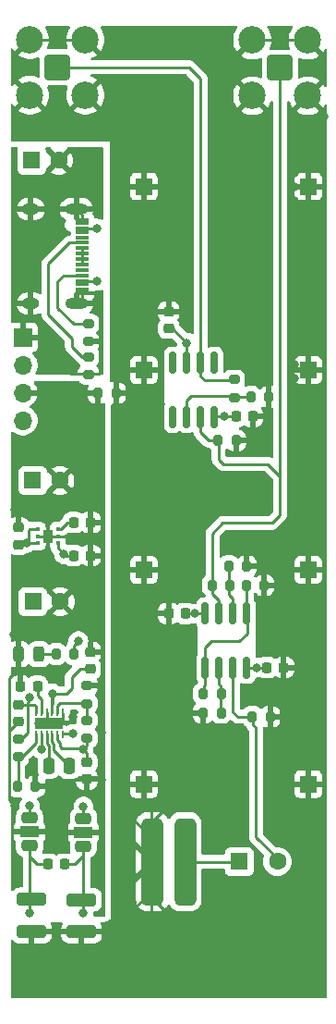
<source format=gbr>
%TF.GenerationSoftware,KiCad,Pcbnew,(6.99.0-1665-g4ee6cfe5b6)*%
%TF.CreationDate,2022-06-28T13:02:27+08:00*%
%TF.ProjectId,NoiseAmplifyingProbe,4e6f6973-6541-46d7-906c-696679696e67,rev?*%
%TF.SameCoordinates,Original*%
%TF.FileFunction,Copper,L1,Top*%
%TF.FilePolarity,Positive*%
%FSLAX46Y46*%
G04 Gerber Fmt 4.6, Leading zero omitted, Abs format (unit mm)*
G04 Created by KiCad (PCBNEW (6.99.0-1665-g4ee6cfe5b6)) date 2022-06-28 13:02:27*
%MOMM*%
%LPD*%
G01*
G04 APERTURE LIST*
G04 Aperture macros list*
%AMRoundRect*
0 Rectangle with rounded corners*
0 $1 Rounding radius*
0 $2 $3 $4 $5 $6 $7 $8 $9 X,Y pos of 4 corners*
0 Add a 4 corners polygon primitive as box body*
4,1,4,$2,$3,$4,$5,$6,$7,$8,$9,$2,$3,0*
0 Add four circle primitives for the rounded corners*
1,1,$1+$1,$2,$3*
1,1,$1+$1,$4,$5*
1,1,$1+$1,$6,$7*
1,1,$1+$1,$8,$9*
0 Add four rect primitives between the rounded corners*
20,1,$1+$1,$2,$3,$4,$5,0*
20,1,$1+$1,$4,$5,$6,$7,0*
20,1,$1+$1,$6,$7,$8,$9,0*
20,1,$1+$1,$8,$9,$2,$3,0*%
G04 Aperture macros list end*
%TA.AperFunction,SMDPad,CuDef*%
%ADD10RoundRect,0.200000X0.275000X-0.200000X0.275000X0.200000X-0.275000X0.200000X-0.275000X-0.200000X0*%
%TD*%
%TA.AperFunction,SMDPad,CuDef*%
%ADD11R,0.250000X0.650000*%
%TD*%
%TA.AperFunction,SMDPad,CuDef*%
%ADD12R,2.650000X1.000000*%
%TD*%
%TA.AperFunction,ComponentPad*%
%ADD13R,1.600000X1.600000*%
%TD*%
%TA.AperFunction,ComponentPad*%
%ADD14C,1.600000*%
%TD*%
%TA.AperFunction,SMDPad,CuDef*%
%ADD15RoundRect,0.200000X0.200000X0.275000X-0.200000X0.275000X-0.200000X-0.275000X0.200000X-0.275000X0*%
%TD*%
%TA.AperFunction,SMDPad,CuDef*%
%ADD16R,1.500000X1.500000*%
%TD*%
%TA.AperFunction,SMDPad,CuDef*%
%ADD17RoundRect,0.225000X-0.250000X0.225000X-0.250000X-0.225000X0.250000X-0.225000X0.250000X0.225000X0*%
%TD*%
%TA.AperFunction,SMDPad,CuDef*%
%ADD18RoundRect,0.200000X-0.200000X-0.275000X0.200000X-0.275000X0.200000X0.275000X-0.200000X0.275000X0*%
%TD*%
%TA.AperFunction,SMDPad,CuDef*%
%ADD19RoundRect,0.225000X-0.225000X-0.250000X0.225000X-0.250000X0.225000X0.250000X-0.225000X0.250000X0*%
%TD*%
%TA.AperFunction,SMDPad,CuDef*%
%ADD20RoundRect,0.500000X0.500000X-3.500000X0.500000X3.500000X-0.500000X3.500000X-0.500000X-3.500000X0*%
%TD*%
%TA.AperFunction,SMDPad,CuDef*%
%ADD21RoundRect,0.200000X-0.275000X0.200000X-0.275000X-0.200000X0.275000X-0.200000X0.275000X0.200000X0*%
%TD*%
%TA.AperFunction,SMDPad,CuDef*%
%ADD22RoundRect,0.250000X0.475000X-0.250000X0.475000X0.250000X-0.475000X0.250000X-0.475000X-0.250000X0*%
%TD*%
%TA.AperFunction,SMDPad,CuDef*%
%ADD23R,1.800000X1.000000*%
%TD*%
%TA.AperFunction,SMDPad,CuDef*%
%ADD24RoundRect,0.150000X0.150000X-0.825000X0.150000X0.825000X-0.150000X0.825000X-0.150000X-0.825000X0*%
%TD*%
%TA.AperFunction,SMDPad,CuDef*%
%ADD25RoundRect,0.225000X0.250000X-0.225000X0.250000X0.225000X-0.250000X0.225000X-0.250000X-0.225000X0*%
%TD*%
%TA.AperFunction,SMDPad,CuDef*%
%ADD26RoundRect,0.250000X-0.475000X0.250000X-0.475000X-0.250000X0.475000X-0.250000X0.475000X0.250000X0*%
%TD*%
%TA.AperFunction,SMDPad,CuDef*%
%ADD27RoundRect,0.225000X0.225000X0.250000X-0.225000X0.250000X-0.225000X-0.250000X0.225000X-0.250000X0*%
%TD*%
%TA.AperFunction,SMDPad,CuDef*%
%ADD28RoundRect,0.250000X-1.100000X0.325000X-1.100000X-0.325000X1.100000X-0.325000X1.100000X0.325000X0*%
%TD*%
%TA.AperFunction,SMDPad,CuDef*%
%ADD29RoundRect,0.243750X-0.243750X-0.456250X0.243750X-0.456250X0.243750X0.456250X-0.243750X0.456250X0*%
%TD*%
%TA.AperFunction,SMDPad,CuDef*%
%ADD30R,1.150000X0.300000*%
%TD*%
%TA.AperFunction,ComponentPad*%
%ADD31O,2.100000X1.000000*%
%TD*%
%TA.AperFunction,ComponentPad*%
%ADD32O,1.600000X1.000000*%
%TD*%
%TA.AperFunction,SMDPad,CuDef*%
%ADD33RoundRect,0.250000X1.100000X-0.325000X1.100000X0.325000X-1.100000X0.325000X-1.100000X-0.325000X0*%
%TD*%
%TA.AperFunction,SMDPad,CuDef*%
%ADD34R,0.451500X0.302398*%
%TD*%
%TA.AperFunction,SMDPad,CuDef*%
%ADD35R,0.451500X0.302400*%
%TD*%
%TA.AperFunction,SMDPad,CuDef*%
%ADD36R,0.451500X0.304800*%
%TD*%
%TA.AperFunction,SMDPad,CuDef*%
%ADD37R,0.451500X0.304797*%
%TD*%
%TA.AperFunction,SMDPad,CuDef*%
%ADD38R,0.812800X1.193800*%
%TD*%
%TA.AperFunction,ComponentPad*%
%ADD39R,1.700000X1.700000*%
%TD*%
%TA.AperFunction,ComponentPad*%
%ADD40O,1.700000X1.700000*%
%TD*%
%TA.AperFunction,ComponentPad*%
%ADD41RoundRect,0.200100X-0.949900X-0.949900X0.949900X-0.949900X0.949900X0.949900X-0.949900X0.949900X0*%
%TD*%
%TA.AperFunction,ComponentPad*%
%ADD42C,2.500000*%
%TD*%
%TA.AperFunction,SMDPad,CuDef*%
%ADD43RoundRect,0.250000X0.250000X0.475000X-0.250000X0.475000X-0.250000X-0.475000X0.250000X-0.475000X0*%
%TD*%
%TA.AperFunction,ViaPad*%
%ADD44C,0.800000*%
%TD*%
%TA.AperFunction,Conductor*%
%ADD45C,0.250000*%
%TD*%
G04 APERTURE END LIST*
D10*
%TO.P,R5,1*%
%TO.N,GNDPWR*%
X137625000Y-82425000D03*
%TO.P,R5,2*%
%TO.N,Net-(J1-CC1)*%
X137625000Y-80775000D03*
%TD*%
D11*
%TO.P,U4,1,PGOOD*%
%TO.N,GND*%
X135292499Y-113317499D03*
%TO.P,U4,2,FB+*%
%TO.N,Net-(U4-FB+)*%
X134792499Y-113317499D03*
%TO.P,U4,3,VIN*%
%TO.N,VCC*%
X134292499Y-113317499D03*
%TO.P,U4,4,GND*%
%TO.N,GND*%
X133792499Y-113317499D03*
%TO.P,U4,5,CP*%
%TO.N,Net-(U4-CP)*%
X133292499Y-113317499D03*
%TO.P,U4,6,OUT-*%
%TO.N,Net-(U4-OUT-)*%
X132792499Y-113317499D03*
%TO.P,U4,7,FB-*%
%TO.N,Net-(U4-FB-)*%
X132792499Y-115367499D03*
%TO.P,U4,8,EN-*%
%TO.N,VCC*%
X133292499Y-115367499D03*
%TO.P,U4,9,C-*%
%TO.N,Net-(U4-C-)*%
X133792499Y-115367499D03*
%TO.P,U4,10,C+*%
%TO.N,Net-(U4-C+)*%
X134292499Y-115367499D03*
%TO.P,U4,11,OUT+*%
%TO.N,Net-(U4-OUT+)*%
X134792499Y-115367499D03*
%TO.P,U4,12,EN+*%
%TO.N,VCC*%
X135292499Y-115367499D03*
D12*
%TO.P,U4,13,PAD*%
%TO.N,GND*%
X134042499Y-114342499D03*
%TD*%
D13*
%TO.P,C3,1*%
%TO.N,+5V*%
X132517620Y-92099999D03*
D14*
%TO.P,C3,2*%
%TO.N,GND*%
X135017621Y-92100000D03*
%TD*%
D15*
%TO.P,R12,1*%
%TO.N,GNDA*%
X154175000Y-84450000D03*
%TO.P,R12,2*%
%TO.N,Net-(U3--)*%
X152525000Y-84450000D03*
%TD*%
D16*
%TO.P,TP10,1,1*%
%TO.N,GNDA*%
X142699999Y-65199999D03*
%TD*%
D15*
%TO.P,R6,1*%
%TO.N,Net-(U1A--)*%
X149800000Y-111625000D03*
%TO.P,R6,2*%
%TO.N,Net-(U1A-+)_1*%
X148150000Y-111625000D03*
%TD*%
D17*
%TO.P,C16,1*%
%TO.N,Net-(U4-OUT-)*%
X131200000Y-112625000D03*
%TO.P,C16,2*%
%TO.N,GND*%
X131200000Y-114175000D03*
%TD*%
D18*
%TO.P,R9,1*%
%TO.N,Net-(D1-A)*%
X134665000Y-107990000D03*
%TO.P,R9,2*%
%TO.N,VCC*%
X136315000Y-107990000D03*
%TD*%
D19*
%TO.P,C12,1*%
%TO.N,VCC*%
X136275000Y-98975000D03*
%TO.P,C12,2*%
%TO.N,GND*%
X137825000Y-98975000D03*
%TD*%
D20*
%TO.P,TP2,1,1*%
%TO.N,Net-(C1-Pad1)*%
X146500000Y-127000000D03*
%TD*%
D15*
%TO.P,R8,1*%
%TO.N,GNDA*%
X152150000Y-99950000D03*
%TO.P,R8,2*%
%TO.N,Net-(U1A--)_1*%
X150500000Y-99950000D03*
%TD*%
D10*
%TO.P,R3,1*%
%TO.N,GNDPWR*%
X137625000Y-79400000D03*
%TO.P,R3,2*%
%TO.N,Net-(J1-CC2)*%
X137625000Y-77750000D03*
%TD*%
D18*
%TO.P,R7,1*%
%TO.N,Net-(U1A-+)_1*%
X152100000Y-101700000D03*
%TO.P,R7,2*%
%TO.N,GNDA*%
X153750000Y-101700000D03*
%TD*%
%TO.P,R1,1*%
%TO.N,GND*%
X138500000Y-84100000D03*
%TO.P,R1,2*%
%TO.N,GNDA*%
X140150000Y-84100000D03*
%TD*%
D21*
%TO.P,R17,1*%
%TO.N,Net-(U4-OUT-)*%
X131175000Y-115750000D03*
%TO.P,R17,2*%
%TO.N,Net-(U4-FB-)*%
X131175000Y-117400000D03*
%TD*%
D22*
%TO.P,C18,1,1*%
%TO.N,VEE*%
X132225000Y-125545000D03*
D23*
%TO.P,C18,2,2*%
%TO.N,GND*%
X132224999Y-124274999D03*
D22*
%TO.P,C18,3,3*%
%TO.N,Net-(U4-OUT-)*%
X132225000Y-123005000D03*
%TD*%
D24*
%TO.P,U1,1*%
%TO.N,Net-(U1A-+)_1*%
X148345000Y-109225000D03*
%TO.P,U1,2,-*%
%TO.N,Net-(U1A--)*%
X149615000Y-109225000D03*
%TO.P,U1,3,+*%
%TO.N,Net-(U1A-+)*%
X150885000Y-109225000D03*
%TO.P,U1,4,V-*%
%TO.N,VEE*%
X152155000Y-109225000D03*
%TO.P,U1,5,+*%
%TO.N,Net-(U1A-+)_1*%
X152155000Y-104275000D03*
%TO.P,U1,6,-*%
%TO.N,Net-(U1A--)_1*%
X150885000Y-104275000D03*
%TO.P,U1,7*%
%TO.N,Net-(J3-In)*%
X149615000Y-104275000D03*
%TO.P,U1,8,V+*%
%TO.N,VAA*%
X148345000Y-104275000D03*
%TD*%
D10*
%TO.P,R16,1*%
%TO.N,Net-(U4-OUT+)*%
X137500000Y-115700000D03*
%TO.P,R16,2*%
%TO.N,Net-(U4-FB+)*%
X137500000Y-114050000D03*
%TD*%
D19*
%TO.P,C7,1*%
%TO.N,VEE*%
X154000000Y-109225000D03*
%TO.P,C7,2*%
%TO.N,GNDA*%
X155550000Y-109225000D03*
%TD*%
D16*
%TO.P,TP7,1,1*%
%TO.N,GNDA*%
X142699999Y-81999999D03*
%TD*%
D19*
%TO.P,C8,1*%
%TO.N,VEE*%
X151150000Y-86250000D03*
%TO.P,C8,2*%
%TO.N,GNDA*%
X152700000Y-86250000D03*
%TD*%
D25*
%TO.P,C15,1*%
%TO.N,GND*%
X137475000Y-119450000D03*
%TO.P,C15,2*%
%TO.N,Net-(U4-OUT+)*%
X137475000Y-117900000D03*
%TD*%
%TO.P,C9,1*%
%TO.N,VCC*%
X137800000Y-109350000D03*
%TO.P,C9,2*%
%TO.N,GND*%
X137800000Y-107800000D03*
%TD*%
D18*
%TO.P,R15,1*%
%TO.N,Net-(U4-FB-)*%
X131125000Y-120125000D03*
%TO.P,R15,2*%
%TO.N,GND*%
X132775000Y-120125000D03*
%TD*%
D19*
%TO.P,C10,1*%
%TO.N,Net-(U2-BYP)*%
X136275000Y-95950000D03*
%TO.P,C10,2*%
%TO.N,GND*%
X137825000Y-95950000D03*
%TD*%
D26*
%TO.P,C17,1,1*%
%TO.N,Net-(U4-OUT+)*%
X137175000Y-123030000D03*
D23*
%TO.P,C17,2,2*%
%TO.N,GND*%
X137174999Y-124299999D03*
D26*
%TO.P,C17,3,3*%
%TO.N,VAA*%
X137175000Y-125570000D03*
%TD*%
D27*
%TO.P,C19,1*%
%TO.N,VAA*%
X135475000Y-127225000D03*
%TO.P,C19,2*%
%TO.N,VEE*%
X133925000Y-127225000D03*
%TD*%
D28*
%TO.P,C20,1*%
%TO.N,VAA*%
X137000000Y-130475000D03*
%TO.P,C20,2*%
%TO.N,GNDA*%
X137000000Y-133425000D03*
%TD*%
D10*
%TO.P,R14,1*%
%TO.N,Net-(U4-FB+)*%
X137500000Y-112525000D03*
%TO.P,R14,2*%
%TO.N,GND*%
X137500000Y-110875000D03*
%TD*%
D29*
%TO.P,D1,1,K*%
%TO.N,GND*%
X131225000Y-108000000D03*
%TO.P,D1,2,A*%
%TO.N,Net-(D1-A)*%
X133100000Y-108000000D03*
%TD*%
D16*
%TO.P,TP4,1,1*%
%TO.N,GNDA*%
X157799999Y-81999999D03*
%TD*%
%TO.P,TP3,1,1*%
%TO.N,GNDA*%
X157799999Y-65199999D03*
%TD*%
%TO.P,TP8,1,1*%
%TO.N,GNDA*%
X157799999Y-119899999D03*
%TD*%
D30*
%TO.P,J1,A1,GND*%
%TO.N,GNDPWR*%
X137084999Y-68249999D03*
%TO.P,J1,A4,VBUS*%
%TO.N,Net-(J1-VBUS)*%
X137084999Y-69049999D03*
%TO.P,J1,A5,CC1*%
%TO.N,Net-(J1-CC1)*%
X137084999Y-70349999D03*
%TO.P,J1,A6,D+*%
%TO.N,Net-(J1-D+)*%
X137084999Y-71349999D03*
%TO.P,J1,A7,D-*%
X137084999Y-71849999D03*
%TO.P,J1,A8,SBU1*%
%TO.N,unconnected-(J1-SBU1)*%
X137084999Y-72849999D03*
%TO.P,J1,A9,VBUS*%
%TO.N,Net-(J1-VBUS)*%
X137084999Y-74149999D03*
%TO.P,J1,A12,GND*%
%TO.N,GNDPWR*%
X137084999Y-74949999D03*
%TO.P,J1,B1,GND*%
X137084999Y-74649999D03*
%TO.P,J1,B4,VBUS*%
%TO.N,Net-(J1-VBUS)*%
X137084999Y-73849999D03*
%TO.P,J1,B5,CC2*%
%TO.N,Net-(J1-CC2)*%
X137084999Y-73349999D03*
%TO.P,J1,B6,D+*%
%TO.N,Net-(J1-D+)*%
X137084999Y-72349999D03*
%TO.P,J1,B7,D-*%
X137084999Y-70849999D03*
%TO.P,J1,B8,SBU2*%
%TO.N,unconnected-(J1-SBU2)*%
X137084999Y-69849999D03*
%TO.P,J1,B9,VBUS*%
%TO.N,Net-(J1-VBUS)*%
X137084999Y-69349999D03*
%TO.P,J1,B12,GND*%
%TO.N,GNDPWR*%
X137084999Y-68549999D03*
D31*
%TO.P,J1,S1,SHIELD*%
X136519999Y-67279999D03*
D32*
X132339999Y-67279999D03*
D31*
X136519999Y-75919999D03*
D32*
X132339999Y-75919999D03*
%TD*%
D18*
%TO.P,R4,1*%
%TO.N,GNDA*%
X148150000Y-113375000D03*
%TO.P,R4,2*%
%TO.N,Net-(U1A--)*%
X149800000Y-113375000D03*
%TD*%
D16*
%TO.P,TP5,1,1*%
%TO.N,GNDA*%
X157799999Y-100299999D03*
%TD*%
%TO.P,TP9,1,1*%
%TO.N,GNDA*%
X142699999Y-100299999D03*
%TD*%
D33*
%TO.P,C21,1*%
%TO.N,GNDA*%
X132425000Y-133400000D03*
%TO.P,C21,2*%
%TO.N,VEE*%
X132425000Y-130450000D03*
%TD*%
D34*
%TO.P,U2,1,EN*%
%TO.N,+5V*%
X132975749Y-96548800D03*
D35*
%TO.P,U2,2,GND*%
%TO.N,GND*%
X132975749Y-97198799D03*
D36*
%TO.P,U2,3,IN*%
%TO.N,+5V*%
X132975749Y-97849998D03*
%TO.P,U2,4,OUT*%
%TO.N,VCC*%
X134824249Y-97849998D03*
D35*
%TO.P,U2,5,GND*%
%TO.N,GND*%
X134824249Y-97198799D03*
D37*
%TO.P,U2,6,BYP*%
%TO.N,Net-(U2-BYP)*%
X134824249Y-96550002D03*
D38*
%TO.P,U2,7,EPAD*%
%TO.N,GND*%
X133899999Y-97199999D03*
%TD*%
D13*
%TO.P,C11,1*%
%TO.N,VCC*%
X132539999Y-103199999D03*
D14*
%TO.P,C11,2*%
%TO.N,GND*%
X135040000Y-103200000D03*
%TD*%
D13*
%TO.P,C2,1*%
%TO.N,Net-(J1-VBUS)*%
X132417620Y-62799999D03*
D14*
%TO.P,C2,2*%
%TO.N,GNDPWR*%
X134917621Y-62800000D03*
%TD*%
D18*
%TO.P,R2,1*%
%TO.N,Net-(U1A-+)*%
X152650000Y-113725000D03*
%TO.P,R2,2*%
%TO.N,GNDA*%
X154300000Y-113725000D03*
%TD*%
D15*
%TO.P,R10,1*%
%TO.N,Net-(U1A--)_1*%
X150600000Y-101700000D03*
%TO.P,R10,2*%
%TO.N,Net-(J3-In)*%
X148950000Y-101700000D03*
%TD*%
D10*
%TO.P,R13,1*%
%TO.N,Net-(U3--)*%
X151000000Y-84525000D03*
%TO.P,R13,2*%
%TO.N,Net-(J4-In)*%
X151000000Y-82875000D03*
%TD*%
D39*
%TO.P,J2,1,Pin_1*%
%TO.N,GNDPWR*%
X131599999Y-78999999D03*
D40*
%TO.P,J2,2,Pin_2*%
%TO.N,Net-(J1-VBUS)*%
X131599999Y-81539999D03*
%TO.P,J2,3,Pin_3*%
%TO.N,GND*%
X131599999Y-84079999D03*
%TO.P,J2,4,Pin_4*%
%TO.N,+5V*%
X131599999Y-86619999D03*
%TD*%
D41*
%TO.P,J3,1,In*%
%TO.N,Net-(J3-In)*%
X155200000Y-54350000D03*
D42*
%TO.P,J3,2,Ext*%
%TO.N,GNDA*%
X152660000Y-51810000D03*
X152660000Y-56890000D03*
X157740000Y-51810000D03*
X157740000Y-56890000D03*
%TD*%
D41*
%TO.P,J4,1,In*%
%TO.N,Net-(J4-In)*%
X134800000Y-54290000D03*
D42*
%TO.P,J4,2,Ext*%
%TO.N,GNDA*%
X132260000Y-51750000D03*
X132260000Y-56830000D03*
X137340000Y-51750000D03*
X137340000Y-56830000D03*
%TD*%
D43*
%TO.P,C13,1*%
%TO.N,Net-(U4-C+)*%
X135875000Y-118200000D03*
%TO.P,C13,2*%
%TO.N,Net-(U4-C-)*%
X133975000Y-118200000D03*
%TD*%
D25*
%TO.P,C4,1*%
%TO.N,+5V*%
X131200000Y-97975000D03*
%TO.P,C4,2*%
%TO.N,GND*%
X131200000Y-96425000D03*
%TD*%
D27*
%TO.P,C5,1*%
%TO.N,VAA*%
X146525000Y-104275000D03*
%TO.P,C5,2*%
%TO.N,GNDA*%
X144975000Y-104275000D03*
%TD*%
D20*
%TO.P,TP1,1,1*%
%TO.N,GNDA*%
X143500000Y-127000000D03*
%TD*%
D18*
%TO.P,R11,1*%
%TO.N,Net-(J3-In)*%
X149525000Y-88450000D03*
%TO.P,R11,2*%
%TO.N,GNDA*%
X151175000Y-88450000D03*
%TD*%
D24*
%TO.P,U3,1,NULL*%
%TO.N,unconnected-(U3-NULL)*%
X145370000Y-86275000D03*
%TO.P,U3,2,-*%
%TO.N,Net-(U3--)*%
X146640000Y-86275000D03*
%TO.P,U3,3,+*%
%TO.N,Net-(J3-In)*%
X147910000Y-86275000D03*
%TO.P,U3,4,V-*%
%TO.N,VEE*%
X149180000Y-86275000D03*
%TO.P,U3,5,NULL*%
%TO.N,unconnected-(U3-NULL)_1*%
X149180000Y-81325000D03*
%TO.P,U3,6*%
%TO.N,Net-(J4-In)*%
X147910000Y-81325000D03*
%TO.P,U3,7,V+*%
%TO.N,VAA*%
X146640000Y-81325000D03*
%TO.P,U3,8,NC*%
%TO.N,unconnected-(U3-NC)*%
X145370000Y-81325000D03*
%TD*%
D16*
%TO.P,TP6,1,1*%
%TO.N,GNDA*%
X142699999Y-119899999D03*
%TD*%
D27*
%TO.P,C14,1*%
%TO.N,Net-(U4-CP)*%
X132950000Y-110950000D03*
%TO.P,C14,2*%
%TO.N,GND*%
X131400000Y-110950000D03*
%TD*%
D13*
%TO.P,C1,1*%
%TO.N,Net-(C1-Pad1)*%
X151459999Y-126979999D03*
D14*
%TO.P,C1,2*%
%TO.N,Net-(U1A-+)*%
X154960000Y-126980000D03*
%TD*%
D25*
%TO.P,C6,1*%
%TO.N,VAA*%
X145000000Y-78200000D03*
%TO.P,C6,2*%
%TO.N,GNDA*%
X145000000Y-76650000D03*
%TD*%
D44*
%TO.N,Net-(J1-VBUS)*%
X138425000Y-73850000D03*
X138425000Y-69050000D03*
%TO.N,GNDPWR*%
X131175000Y-65650000D03*
X131650000Y-72625000D03*
X133860000Y-78990000D03*
X137975000Y-62975000D03*
X135400000Y-81700000D03*
X133450000Y-70700000D03*
X131400000Y-69850000D03*
%TO.N,+5V*%
X131975000Y-97825000D03*
%TO.N,GND*%
X137700000Y-92700000D03*
X138550000Y-103350000D03*
X134500000Y-89800000D03*
X134600000Y-101125000D03*
X138675000Y-86625000D03*
X134275000Y-109475000D03*
X130800000Y-106250000D03*
X133140000Y-114370000D03*
X134870000Y-114370000D03*
X137825000Y-87375000D03*
X137075000Y-84150000D03*
X136220000Y-113720000D03*
X134750000Y-84375000D03*
X130950000Y-109600000D03*
X138725000Y-97550000D03*
X138575000Y-90475000D03*
X130900000Y-121900000D03*
X135350000Y-122025000D03*
X137625000Y-105000000D03*
X138770000Y-110940000D03*
X137500000Y-85550000D03*
X131000000Y-127000000D03*
X130900000Y-94750000D03*
X137100000Y-94625000D03*
X137700000Y-102175000D03*
X130950000Y-100375000D03*
X138450000Y-126975000D03*
X134010000Y-114360000D03*
X138800000Y-119475000D03*
X133900000Y-97200000D03*
X134375000Y-124200000D03*
X133950000Y-86775000D03*
X136475000Y-97400000D03*
X138800000Y-115150000D03*
X138550000Y-121075000D03*
X134150000Y-121175000D03*
%TO.N,VAA*%
X146650000Y-79500000D03*
X147400000Y-104300000D03*
X137175000Y-131675000D03*
%TO.N,GNDA*%
X156500000Y-79000000D03*
X135600000Y-59400000D03*
X147000000Y-119900000D03*
X154000000Y-79000000D03*
X156500000Y-69000000D03*
X156500000Y-91500000D03*
X144750000Y-93800000D03*
X149000000Y-59250000D03*
X154000000Y-77750000D03*
X156500000Y-87750000D03*
X154000000Y-69000000D03*
X146750000Y-63000000D03*
X149000000Y-60500000D03*
X146750000Y-65500000D03*
X154000000Y-80250000D03*
X151200000Y-64500000D03*
X144900000Y-112850000D03*
X154800000Y-98900000D03*
X146750000Y-74250000D03*
X149000000Y-76750000D03*
X154250000Y-97250000D03*
X156500000Y-59000000D03*
X151750000Y-97250000D03*
X154000000Y-70250000D03*
X141000000Y-126100000D03*
X156500000Y-72750000D03*
X154750000Y-125000000D03*
X157800000Y-98500000D03*
X153000000Y-94750000D03*
X149000000Y-69250000D03*
X156500000Y-82750000D03*
X156500000Y-80250000D03*
X154000000Y-60250000D03*
X141000000Y-55500000D03*
X154250000Y-122500000D03*
X142250000Y-53000000D03*
X154000000Y-72750000D03*
X132600000Y-54100000D03*
X149000000Y-68000000D03*
X148300000Y-133600000D03*
X153500000Y-106900000D03*
X156500000Y-65250000D03*
X139750000Y-53000000D03*
X156500000Y-60250000D03*
X156500000Y-64000000D03*
X154000000Y-75250000D03*
X151750000Y-117500000D03*
X146750000Y-64250000D03*
X143050000Y-117250000D03*
X156500000Y-66500000D03*
X156500000Y-81500000D03*
X154000000Y-81500000D03*
X149000000Y-65500000D03*
X151750000Y-120000000D03*
X138700000Y-136100000D03*
X150250000Y-97750000D03*
X149000000Y-56750000D03*
X156500000Y-67750000D03*
X149000000Y-79250000D03*
X156500000Y-75250000D03*
X133700000Y-136400000D03*
X158800000Y-138000000D03*
X142200000Y-132100000D03*
X146000000Y-92600000D03*
X154250000Y-118750000D03*
X158200000Y-62100000D03*
X159200000Y-58800000D03*
X143500000Y-132100000D03*
X149000000Y-63000000D03*
X149000000Y-75500000D03*
X154000000Y-71500000D03*
X141000000Y-130700000D03*
X145450000Y-97250000D03*
X146750000Y-69250000D03*
X146000000Y-55500000D03*
X140300000Y-64700000D03*
X149000000Y-70500000D03*
X158050000Y-116850000D03*
X134500000Y-57100000D03*
X142850000Y-59450000D03*
X149000000Y-73000000D03*
X149000000Y-78000000D03*
X154000000Y-64000000D03*
X144750000Y-53000000D03*
X154000000Y-59000000D03*
X146750000Y-76750000D03*
X141200000Y-86400000D03*
X149000000Y-61750000D03*
X154250000Y-123750000D03*
X151600000Y-73900000D03*
X146600000Y-136900000D03*
X156500000Y-90250000D03*
X146750000Y-71750000D03*
X146750000Y-78000000D03*
X149000000Y-71750000D03*
X156500000Y-70250000D03*
X148500000Y-128250000D03*
X156500000Y-84000000D03*
X157700000Y-103150000D03*
X142600000Y-133700000D03*
X154250000Y-120000000D03*
X149750000Y-125750000D03*
X158550000Y-84000000D03*
X154000000Y-67750000D03*
X146750000Y-70500000D03*
X151900000Y-78900000D03*
X141000000Y-132100000D03*
X131400000Y-59200000D03*
X134500000Y-52000000D03*
X146750000Y-66750000D03*
X154250000Y-121250000D03*
X151750000Y-116250000D03*
X140700000Y-71000000D03*
X154000000Y-65250000D03*
X151100000Y-69000000D03*
X154000000Y-76500000D03*
X146750000Y-68000000D03*
X144900000Y-108500000D03*
X148500000Y-125750000D03*
X142250000Y-55500000D03*
X149000000Y-74250000D03*
X157300000Y-54200000D03*
X148500000Y-54250000D03*
X151750000Y-122500000D03*
X139750000Y-55500000D03*
X142600000Y-102850000D03*
X146750000Y-59250000D03*
X149200000Y-117000000D03*
X154000000Y-89000000D03*
X156500000Y-92750000D03*
X149250000Y-95000000D03*
X154000000Y-92750000D03*
X146750000Y-61750000D03*
X146600000Y-51200000D03*
X156500000Y-62750000D03*
X156500000Y-74000000D03*
X155400000Y-51400000D03*
X156500000Y-71500000D03*
X147750000Y-97750000D03*
X152000000Y-112250000D03*
X156500000Y-85250000D03*
X150300000Y-56500000D03*
X153000000Y-54400000D03*
X140350000Y-88000000D03*
X140650000Y-68000000D03*
X151750000Y-115000000D03*
X145600000Y-90500000D03*
X156500000Y-89000000D03*
X154000000Y-62750000D03*
X149000000Y-55500000D03*
X155500000Y-104700000D03*
X142000000Y-62800000D03*
X151200000Y-59600000D03*
X141000000Y-127600000D03*
X146750000Y-58000000D03*
X149750000Y-128250000D03*
X154000000Y-87750000D03*
X143400000Y-121800000D03*
X151750000Y-121250000D03*
X154250000Y-117500000D03*
X146750000Y-60500000D03*
X156500000Y-95250000D03*
X146750000Y-75500000D03*
X154000000Y-94000000D03*
X140500000Y-121900000D03*
X154000000Y-61500000D03*
X142400000Y-57900000D03*
X143000000Y-51500000D03*
X147750000Y-96500000D03*
X147250000Y-53000000D03*
X155500000Y-96500000D03*
X146000000Y-53000000D03*
X145000000Y-121800000D03*
X146100000Y-116700000D03*
X154000000Y-82750000D03*
X156500000Y-76500000D03*
X145300000Y-132100000D03*
X140900000Y-75000000D03*
X156500000Y-77750000D03*
X151750000Y-125000000D03*
X149000000Y-58000000D03*
X146750000Y-73000000D03*
X151750000Y-94750000D03*
X154250000Y-115000000D03*
X140900000Y-78500000D03*
X156500000Y-61500000D03*
X143500000Y-55500000D03*
X147750000Y-99000000D03*
X149000000Y-64250000D03*
X131900000Y-135700000D03*
X154250000Y-116250000D03*
X152000000Y-111250000D03*
X143500000Y-53000000D03*
X143200000Y-137400000D03*
X156500000Y-94000000D03*
X149400000Y-121000000D03*
X151750000Y-118750000D03*
X144750000Y-55500000D03*
X154000000Y-74000000D03*
X150500000Y-94750000D03*
X144600000Y-101300000D03*
X141000000Y-129100000D03*
X149000000Y-66750000D03*
X140400000Y-95100000D03*
X151750000Y-123750000D03*
X153000000Y-97250000D03*
X146750000Y-56750000D03*
X147750000Y-100250000D03*
X141000000Y-53000000D03*
X154000000Y-66500000D03*
%TO.N,VEE*%
X132225000Y-131675000D03*
X150100000Y-86250000D03*
X153075000Y-109225000D03*
%TO.N,VCC*%
X135375000Y-98850000D03*
X134300000Y-111600000D03*
X136700000Y-106800000D03*
X133292500Y-116692500D03*
X136200000Y-115300000D03*
%TO.N,Net-(U4-OUT+)*%
X137175000Y-121950000D03*
X137175000Y-116675000D03*
%TO.N,Net-(U4-OUT-)*%
X132225000Y-111950000D03*
X132225000Y-121900000D03*
%TD*%
D45*
%TO.N,GNDA*%
X155810000Y-51810000D02*
X155400000Y-51400000D01*
X157740000Y-51810000D02*
X155810000Y-51810000D01*
X154990000Y-51810000D02*
X155400000Y-51400000D01*
X152660000Y-51810000D02*
X154990000Y-51810000D01*
X134750000Y-51750000D02*
X134500000Y-52000000D01*
X137340000Y-51750000D02*
X134750000Y-51750000D01*
X134250000Y-51750000D02*
X134500000Y-52000000D01*
X132260000Y-51750000D02*
X134250000Y-51750000D01*
%TO.N,GND*%
X130375480Y-114999520D02*
X130375480Y-115974520D01*
X131200000Y-114175000D02*
X130375480Y-114999520D01*
X130375480Y-110174520D02*
X130375480Y-115974520D01*
X130375480Y-115974520D02*
X130375480Y-121375480D01*
X130375480Y-121375480D02*
X130900000Y-121900000D01*
X130950000Y-109600000D02*
X130375480Y-110174520D01*
X130900000Y-121900000D02*
X130900000Y-121850000D01*
X130900000Y-121850000D02*
X130375480Y-121325480D01*
%TO.N,Net-(C1-Pad1)*%
X151440000Y-127000000D02*
X146500000Y-127000000D01*
X151460000Y-126980000D02*
X151440000Y-127000000D01*
%TO.N,Net-(U1A-+)_1*%
X148925000Y-106800000D02*
X151475000Y-106800000D01*
X148200000Y-110925000D02*
X148200000Y-111625000D01*
X152175000Y-106100000D02*
X152175000Y-104295000D01*
X148345000Y-109225000D02*
X148345000Y-110780000D01*
X148345000Y-109225000D02*
X148345000Y-107380000D01*
X148345000Y-107380000D02*
X148925000Y-106800000D01*
X152155000Y-104275000D02*
X152155000Y-101705000D01*
X148345000Y-110780000D02*
X148200000Y-110925000D01*
X152175000Y-104295000D02*
X152155000Y-104275000D01*
X152155000Y-101705000D02*
X152150000Y-101700000D01*
X151475000Y-106800000D02*
X152175000Y-106100000D01*
%TO.N,Net-(J1-VBUS)*%
X137085000Y-73850000D02*
X138425000Y-73850000D01*
X137085000Y-69050000D02*
X138425000Y-69050000D01*
X137085000Y-73850000D02*
X137085000Y-74150000D01*
X137085000Y-69050000D02*
X137085000Y-69350000D01*
%TO.N,GNDPWR*%
X137085000Y-74650000D02*
X137085000Y-74950000D01*
X137085000Y-68250000D02*
X137085000Y-68550000D01*
X137500000Y-82300000D02*
X137000000Y-82300000D01*
X137000000Y-82300000D02*
X138600000Y-82300000D01*
X136000000Y-82300000D02*
X135400000Y-81700000D01*
X138600000Y-82300000D02*
X138800000Y-82100000D01*
X138800000Y-79500000D02*
X138650000Y-79350000D01*
X137085000Y-67845000D02*
X136520000Y-67280000D01*
X138650000Y-79350000D02*
X137625000Y-79350000D01*
X138800000Y-82100000D02*
X138800000Y-79500000D01*
X137000000Y-82300000D02*
X136000000Y-82300000D01*
X137085000Y-74650000D02*
X137085000Y-75355000D01*
X137085000Y-68250000D02*
X137085000Y-67845000D01*
X137085000Y-75355000D02*
X136520000Y-75920000D01*
X137625000Y-82425000D02*
X137500000Y-82300000D01*
%TO.N,+5V*%
X131325001Y-97849999D02*
X131200000Y-97975000D01*
X132775750Y-97849999D02*
X132150001Y-97849999D01*
X132251199Y-96548801D02*
X132150001Y-96649999D01*
X131999999Y-97849999D02*
X131975000Y-97825000D01*
X132150001Y-96649999D02*
X132150001Y-97849999D01*
X132775750Y-96548801D02*
X132251199Y-96548801D01*
X131975000Y-97825000D02*
X131950001Y-97849999D01*
X131950001Y-97849999D02*
X131325001Y-97849999D01*
X132150001Y-97849999D02*
X131999999Y-97849999D01*
%TO.N,GND*%
X133792500Y-114092500D02*
X134010000Y-114310000D01*
X134624250Y-97198800D02*
X133901200Y-97198800D01*
X134060000Y-114360000D02*
X134042500Y-114342500D01*
X133792500Y-114142500D02*
X134010000Y-114360000D01*
X135292500Y-114092500D02*
X134870000Y-114370000D01*
X136273800Y-97198800D02*
X136475000Y-97400000D01*
X134010000Y-114310000D02*
X134010000Y-114360000D01*
X134824250Y-97198800D02*
X136273800Y-97198800D01*
X133792500Y-113317500D02*
X133792500Y-114142500D01*
X134010000Y-114360000D02*
X134060000Y-114360000D01*
X135292500Y-113392500D02*
X135292500Y-114092500D01*
X134870000Y-114370000D02*
X135042500Y-114342500D01*
X132975750Y-97198800D02*
X133898800Y-97198800D01*
%TO.N,VAA*%
X137175000Y-125570000D02*
X137175000Y-129400000D01*
X146625000Y-79525000D02*
X146625000Y-81310000D01*
X146625000Y-81310000D02*
X146640000Y-81325000D01*
X147400000Y-104300000D02*
X147425000Y-104275000D01*
X147375000Y-104275000D02*
X147400000Y-104300000D01*
X146650000Y-79500000D02*
X146625000Y-79525000D01*
X137175000Y-126425000D02*
X136375000Y-127225000D01*
X147425000Y-104275000D02*
X148345000Y-104275000D01*
X145000000Y-78200000D02*
X145350000Y-78200000D01*
X145350000Y-78200000D02*
X146650000Y-79500000D01*
X146525000Y-104275000D02*
X147375000Y-104275000D01*
X136375000Y-127225000D02*
X135475000Y-127225000D01*
X137175000Y-125570000D02*
X137175000Y-126425000D01*
X137175000Y-129400000D02*
X137175000Y-131675000D01*
%TO.N,GNDA*%
X143400000Y-132000000D02*
X143500000Y-132100000D01*
X143400000Y-121800000D02*
X143400000Y-132000000D01*
X145000000Y-121800000D02*
X143500000Y-123300000D01*
X143500000Y-129600000D02*
X143500000Y-127000000D01*
X143500000Y-124900000D02*
X143500000Y-127000000D01*
X141000000Y-132100000D02*
X143500000Y-129600000D01*
X143500000Y-127000000D02*
X143500000Y-130300000D01*
X140500000Y-121900000D02*
X143500000Y-124900000D01*
X143500000Y-130300000D02*
X145300000Y-132100000D01*
X143500000Y-123300000D02*
X143500000Y-127000000D01*
%TO.N,VEE*%
X150100000Y-86250000D02*
X149205000Y-86250000D01*
X151150000Y-86250000D02*
X150100000Y-86250000D01*
X132225000Y-126550000D02*
X132900000Y-127225000D01*
X132225000Y-129525000D02*
X132225000Y-131675000D01*
X149205000Y-86250000D02*
X149180000Y-86275000D01*
X132225000Y-125545000D02*
X132225000Y-126150000D01*
X132225000Y-126150000D02*
X132225000Y-129525000D01*
X152155000Y-109225000D02*
X153075000Y-109225000D01*
X153075000Y-109225000D02*
X154000000Y-109225000D01*
X132225000Y-126150000D02*
X132225000Y-126550000D01*
X132900000Y-127225000D02*
X133925000Y-127225000D01*
X132225000Y-130250000D02*
X132425000Y-130450000D01*
%TO.N,VCC*%
X136310000Y-107985000D02*
X136310000Y-107190000D01*
X136850000Y-109350000D02*
X136100000Y-110100000D01*
X133292500Y-115292500D02*
X133292500Y-116692500D01*
X136100000Y-111100000D02*
X135600000Y-111600000D01*
X136315000Y-107990000D02*
X136310000Y-107985000D01*
X135600000Y-111600000D02*
X134300000Y-111600000D01*
X134824250Y-97849999D02*
X134824250Y-98274250D01*
X136310000Y-107190000D02*
X136700000Y-106800000D01*
X134292500Y-111607500D02*
X134300000Y-111600000D01*
X134292500Y-113392500D02*
X134292500Y-111607500D01*
X135375000Y-98825000D02*
X135375000Y-98850000D01*
X134300000Y-111600000D02*
X134300000Y-112600000D01*
X135375000Y-98850000D02*
X135400000Y-98850000D01*
X136100000Y-110100000D02*
X136100000Y-111100000D01*
X137800000Y-109350000D02*
X136850000Y-109350000D01*
X134300000Y-112600000D02*
X134292500Y-112607500D01*
X136192500Y-115292500D02*
X135292500Y-115292500D01*
X135525000Y-98975000D02*
X136275000Y-98975000D01*
X134824250Y-98274250D02*
X135375000Y-98825000D01*
X136200000Y-115300000D02*
X136192500Y-115292500D01*
X135400000Y-98850000D02*
X135525000Y-98975000D01*
%TO.N,Net-(U2-BYP)*%
X135725000Y-95950000D02*
X136275000Y-95950000D01*
X135124997Y-96550003D02*
X135725000Y-95950000D01*
X134824250Y-96550003D02*
X135124997Y-96550003D01*
%TO.N,Net-(U4-C+)*%
X134292500Y-116032168D02*
X134292500Y-115292500D01*
X134466531Y-116791531D02*
X134466531Y-116206199D01*
X135875000Y-118200000D02*
X134466531Y-116791531D01*
X134466531Y-116206199D02*
X134292500Y-116032168D01*
%TO.N,Net-(U4-C-)*%
X133792500Y-115292500D02*
X133792500Y-116167886D01*
X134017011Y-118157989D02*
X133975000Y-118200000D01*
X134017011Y-116392397D02*
X134017011Y-118157989D01*
X133792500Y-116167886D02*
X134017011Y-116392397D01*
%TO.N,Net-(U4-CP)*%
X133292500Y-112142500D02*
X132950000Y-111800000D01*
X132950000Y-111800000D02*
X132950000Y-110950000D01*
X133292500Y-113392500D02*
X133292500Y-112142500D01*
%TO.N,Net-(U4-OUT+)*%
X137125000Y-116675000D02*
X137075000Y-116625000D01*
X137075000Y-116625000D02*
X137250000Y-116625000D01*
X135000000Y-116103950D02*
X135000000Y-116430000D01*
X137175000Y-123030000D02*
X137175000Y-121950000D01*
X134792500Y-115367500D02*
X134792500Y-115896450D01*
X137475000Y-117025000D02*
X137175000Y-116725000D01*
X135195000Y-116625000D02*
X137075000Y-116625000D01*
X137250000Y-116625000D02*
X137500000Y-116375000D01*
X135000000Y-116430000D02*
X135195000Y-116625000D01*
X137500000Y-116375000D02*
X137500000Y-115650000D01*
X137175000Y-116725000D02*
X137175000Y-116675000D01*
X137475000Y-117900000D02*
X137475000Y-117025000D01*
X134792500Y-115896450D02*
X135000000Y-116103950D01*
X137175000Y-116675000D02*
X137125000Y-116675000D01*
%TO.N,Net-(U4-OUT-)*%
X132050000Y-112375000D02*
X132225000Y-112200000D01*
X132792500Y-112767500D02*
X132650000Y-112625000D01*
X132650000Y-112625000D02*
X132050000Y-112625000D01*
X132050000Y-112625000D02*
X132050000Y-112375000D01*
X132050000Y-115200000D02*
X131450000Y-115800000D01*
X132792500Y-113392500D02*
X132792500Y-112767500D01*
X132050000Y-112625000D02*
X132050000Y-115200000D01*
X131450000Y-115800000D02*
X131175000Y-115800000D01*
X132225000Y-111950000D02*
X132225000Y-112200000D01*
X132050000Y-112625000D02*
X131200000Y-112625000D01*
X132225000Y-123005000D02*
X132225000Y-121900000D01*
%TO.N,Net-(D1-A)*%
X134655000Y-108000000D02*
X134665000Y-107990000D01*
X133100000Y-108000000D02*
X134655000Y-108000000D01*
%TO.N,Net-(J1-CC1)*%
X137085000Y-70350000D02*
X135890000Y-70350000D01*
X135890000Y-70350000D02*
X133960000Y-72280000D01*
X137015000Y-80775000D02*
X137625000Y-80775000D01*
X136110000Y-79090000D02*
X136110000Y-79870000D01*
X133960000Y-76940000D02*
X136110000Y-79090000D01*
X133960000Y-72280000D02*
X133960000Y-76940000D01*
X136110000Y-79870000D02*
X137015000Y-80775000D01*
%TO.N,Net-(J1-D+)*%
X137085000Y-70850000D02*
X137085000Y-72350000D01*
%TO.N,Net-(J1-CC2)*%
X136280000Y-77800000D02*
X137625000Y-77800000D01*
X134780000Y-76300000D02*
X136280000Y-77800000D01*
X137085000Y-73350000D02*
X135340000Y-73350000D01*
X135340000Y-73350000D02*
X134780000Y-73910000D01*
X134780000Y-73910000D02*
X134780000Y-76300000D01*
%TO.N,Net-(J3-In)*%
X149000000Y-101700000D02*
X149000000Y-96950000D01*
X155200000Y-92000000D02*
X155200000Y-95000000D01*
X155200000Y-95250000D02*
X155200000Y-95000000D01*
X148650000Y-88450000D02*
X149575000Y-88450000D01*
X149575000Y-90175000D02*
X150000000Y-90600000D01*
X155200000Y-91700000D02*
X155200000Y-92000000D01*
X155200000Y-83600000D02*
X155200000Y-92000000D01*
X147910000Y-86275000D02*
X147910000Y-87710000D01*
X154450000Y-96000000D02*
X155200000Y-95250000D01*
X155200000Y-54350000D02*
X155200000Y-83600000D01*
X147910000Y-87710000D02*
X148650000Y-88450000D01*
X149000000Y-102475000D02*
X149000000Y-101700000D01*
X149615000Y-103090000D02*
X149000000Y-102475000D01*
X154100000Y-90600000D02*
X155200000Y-91700000D01*
X149575000Y-88450000D02*
X149575000Y-90175000D01*
X150000000Y-90600000D02*
X154100000Y-90600000D01*
X149615000Y-104275000D02*
X149615000Y-103090000D01*
X149950000Y-96000000D02*
X154450000Y-96000000D01*
X149000000Y-96950000D02*
X149950000Y-96000000D01*
%TO.N,Net-(U1A--)_1*%
X150885000Y-104275000D02*
X150885000Y-102885000D01*
X150885000Y-102885000D02*
X150550000Y-102550000D01*
X150550000Y-102550000D02*
X150550000Y-101700000D01*
X150550000Y-101700000D02*
X150550000Y-99950000D01*
%TO.N,Net-(U1A-+)*%
X153000000Y-124750000D02*
X153000000Y-124500000D01*
X150885000Y-113285000D02*
X150885000Y-109225000D01*
X152700000Y-114450000D02*
X152700000Y-113725000D01*
X154960000Y-126710000D02*
X153000000Y-124750000D01*
X152700000Y-113725000D02*
X151325000Y-113725000D01*
X151325000Y-113725000D02*
X150885000Y-113285000D01*
X153000000Y-124500000D02*
X153000000Y-114750000D01*
X154960000Y-126980000D02*
X154960000Y-126710000D01*
X153000000Y-114750000D02*
X152700000Y-114450000D01*
%TO.N,Net-(U1A--)*%
X149750000Y-110900000D02*
X149750000Y-111625000D01*
X149615000Y-109225000D02*
X149615000Y-110765000D01*
X149750000Y-111625000D02*
X149750000Y-113375000D01*
X149615000Y-110765000D02*
X149750000Y-110900000D01*
%TO.N,Net-(U3--)*%
X150875000Y-84350000D02*
X147050000Y-84350000D01*
X146640000Y-84760000D02*
X146640000Y-86275000D01*
X151000000Y-84475000D02*
X150875000Y-84350000D01*
X151025000Y-84450000D02*
X151000000Y-84475000D01*
X147050000Y-84350000D02*
X146640000Y-84760000D01*
X152575000Y-84450000D02*
X151025000Y-84450000D01*
%TO.N,Net-(U4-FB+)*%
X135050000Y-112475000D02*
X134792500Y-112732500D01*
X137500000Y-112475000D02*
X137500000Y-114100000D01*
X137500000Y-112475000D02*
X135050000Y-112475000D01*
X134792500Y-112732500D02*
X134792500Y-113392500D01*
%TO.N,Net-(U4-FB-)*%
X132792500Y-116082500D02*
X131525000Y-117350000D01*
X131525000Y-117350000D02*
X131175000Y-117350000D01*
X131175000Y-117350000D02*
X131175000Y-120125000D01*
X132792500Y-115292500D02*
X132792500Y-116082500D01*
%TO.N,Net-(J4-In)*%
X147910000Y-55360000D02*
X146840000Y-54290000D01*
X147910000Y-82560000D02*
X147910000Y-81325000D01*
X147910000Y-81325000D02*
X147910000Y-55360000D01*
X148275000Y-82925000D02*
X147910000Y-82560000D01*
X146840000Y-54290000D02*
X134800000Y-54290000D01*
X151000000Y-82925000D02*
X148275000Y-82925000D01*
%TD*%
%TA.AperFunction,Conductor*%
%TO.N,GNDPWR*%
G36*
X131105706Y-61633502D02*
G01*
X131152199Y-61687158D01*
X131162303Y-61757432D01*
X131155640Y-61783533D01*
X131118386Y-61883412D01*
X131118384Y-61883421D01*
X131115632Y-61890799D01*
X131109121Y-61951362D01*
X131109121Y-63648638D01*
X131115632Y-63709201D01*
X131166732Y-63846204D01*
X131172131Y-63853416D01*
X131172132Y-63853418D01*
X131205125Y-63897491D01*
X131254360Y-63963261D01*
X131371417Y-64050889D01*
X131508420Y-64101989D01*
X131545326Y-64105957D01*
X131565633Y-64108140D01*
X131565636Y-64108140D01*
X131568983Y-64108500D01*
X133266259Y-64108500D01*
X133269606Y-64108140D01*
X133269609Y-64108140D01*
X133289916Y-64105957D01*
X133326822Y-64101989D01*
X133463825Y-64050889D01*
X133580882Y-63963261D01*
X133630117Y-63897491D01*
X133638673Y-63886062D01*
X134196114Y-63886062D01*
X134205410Y-63898077D01*
X134256615Y-63933931D01*
X134266110Y-63939414D01*
X134463568Y-64031490D01*
X134473860Y-64035236D01*
X134684309Y-64091625D01*
X134695102Y-64093528D01*
X134912146Y-64112517D01*
X134923096Y-64112517D01*
X135140140Y-64093528D01*
X135150933Y-64091625D01*
X135361382Y-64035236D01*
X135371674Y-64031490D01*
X135569132Y-63939414D01*
X135578627Y-63933931D01*
X135630669Y-63897491D01*
X135639045Y-63887012D01*
X135631977Y-63873566D01*
X134930433Y-63172022D01*
X134916489Y-63164408D01*
X134914656Y-63164539D01*
X134908041Y-63168790D01*
X134202544Y-63874287D01*
X134196114Y-63886062D01*
X133638673Y-63886062D01*
X133663110Y-63853418D01*
X133663111Y-63853416D01*
X133668510Y-63846204D01*
X133719610Y-63709201D01*
X133726121Y-63648638D01*
X133726121Y-63645269D01*
X133726141Y-63644899D01*
X133749764Y-63577948D01*
X133795781Y-63542204D01*
X133794762Y-63540266D01*
X133805631Y-63534553D01*
X133805833Y-63534396D01*
X133805963Y-63534378D01*
X133844055Y-63514356D01*
X134545599Y-62812812D01*
X134551977Y-62801132D01*
X135282029Y-62801132D01*
X135282160Y-62802965D01*
X135286411Y-62809580D01*
X135991908Y-63515077D01*
X136003683Y-63521507D01*
X136015698Y-63512211D01*
X136051552Y-63461006D01*
X136057035Y-63451511D01*
X136149111Y-63254053D01*
X136152857Y-63243761D01*
X136209246Y-63033312D01*
X136211149Y-63022519D01*
X136230138Y-62805475D01*
X136230138Y-62794525D01*
X136211149Y-62577481D01*
X136209246Y-62566688D01*
X136152857Y-62356239D01*
X136149111Y-62345947D01*
X136057035Y-62148489D01*
X136051552Y-62138994D01*
X136015112Y-62086952D01*
X136004633Y-62078576D01*
X135991187Y-62085644D01*
X135289643Y-62787188D01*
X135282029Y-62801132D01*
X134551977Y-62801132D01*
X134553213Y-62798868D01*
X134553082Y-62797035D01*
X134548831Y-62790420D01*
X133843334Y-62084923D01*
X133801567Y-62062116D01*
X133791620Y-62059951D01*
X133741422Y-62009745D01*
X133726195Y-61956112D01*
X133726121Y-61954731D01*
X133726121Y-61951362D01*
X133719610Y-61890799D01*
X133716858Y-61883421D01*
X133716856Y-61883412D01*
X133679602Y-61783533D01*
X133674536Y-61712718D01*
X133708561Y-61650405D01*
X133770873Y-61616380D01*
X133797657Y-61613500D01*
X134067787Y-61613500D01*
X134135908Y-61633502D01*
X134179318Y-61680876D01*
X134203265Y-61726434D01*
X134904809Y-62427978D01*
X134918753Y-62435592D01*
X134920586Y-62435461D01*
X134927201Y-62431210D01*
X135632698Y-61725713D01*
X135658008Y-61679363D01*
X135658083Y-61679019D01*
X135708328Y-61628860D01*
X135768618Y-61613500D01*
X138874000Y-61613500D01*
X138942121Y-61633502D01*
X138988614Y-61687158D01*
X139000000Y-61739500D01*
X139000000Y-68117506D01*
X138979998Y-68185627D01*
X138926342Y-68232120D01*
X138856068Y-68242224D01*
X138822752Y-68232613D01*
X138713323Y-68183892D01*
X138713315Y-68183889D01*
X138707288Y-68181206D01*
X138613888Y-68161353D01*
X138526944Y-68142872D01*
X138526939Y-68142872D01*
X138520487Y-68141500D01*
X138329513Y-68141500D01*
X138323055Y-68142873D01*
X138323052Y-68142873D01*
X138317632Y-68144025D01*
X138246841Y-68138624D01*
X138190208Y-68095809D01*
X138166155Y-68034249D01*
X138162337Y-67998742D01*
X138158741Y-67983522D01*
X138113595Y-67862480D01*
X138105046Y-67846824D01*
X138033935Y-67751831D01*
X138009124Y-67685311D01*
X138014229Y-67639746D01*
X138041048Y-67551337D01*
X138041174Y-67537234D01*
X138034255Y-67534000D01*
X136792115Y-67534000D01*
X136776876Y-67538475D01*
X136775671Y-67539865D01*
X136774000Y-67547548D01*
X136774000Y-68202000D01*
X136753998Y-68270121D01*
X136700342Y-68316614D01*
X136648000Y-68328000D01*
X136509568Y-68328000D01*
X136441447Y-68307998D01*
X136430647Y-68299294D01*
X136430451Y-68299549D01*
X136315296Y-68211187D01*
X136273429Y-68153849D01*
X136266000Y-68111225D01*
X136266000Y-67552115D01*
X136261525Y-67536876D01*
X136260135Y-67535671D01*
X136252452Y-67534000D01*
X135011808Y-67534000D01*
X134998277Y-67537973D01*
X134997191Y-67545530D01*
X135032427Y-67661687D01*
X135037141Y-67673069D01*
X135124904Y-67837261D01*
X135131755Y-67847514D01*
X135249861Y-67991427D01*
X135258573Y-68000139D01*
X135402486Y-68118245D01*
X135412739Y-68125096D01*
X135516262Y-68180430D01*
X135566910Y-68230182D01*
X135582620Y-68299419D01*
X135556828Y-68368256D01*
X135517302Y-68419767D01*
X135459313Y-68559764D01*
X135439534Y-68710000D01*
X135459313Y-68860236D01*
X135517302Y-69000233D01*
X135609549Y-69120451D01*
X135729767Y-69212698D01*
X135869764Y-69270687D01*
X135891946Y-69273607D01*
X135956872Y-69302328D01*
X135995965Y-69361593D01*
X136001500Y-69398529D01*
X136001500Y-69548638D01*
X136001859Y-69551981D01*
X136001860Y-69551992D01*
X136004548Y-69576995D01*
X135991941Y-69646864D01*
X135943562Y-69698825D01*
X135883209Y-69716400D01*
X135881994Y-69716438D01*
X135878055Y-69716500D01*
X135850144Y-69716500D01*
X135846210Y-69716997D01*
X135846209Y-69716997D01*
X135846144Y-69717005D01*
X135834307Y-69717938D01*
X135802490Y-69718938D01*
X135798029Y-69719078D01*
X135790110Y-69719327D01*
X135772454Y-69724456D01*
X135770658Y-69724978D01*
X135751306Y-69728986D01*
X135744235Y-69729880D01*
X135731203Y-69731526D01*
X135723834Y-69734443D01*
X135723832Y-69734444D01*
X135690097Y-69747800D01*
X135678869Y-69751645D01*
X135636407Y-69763982D01*
X135629585Y-69768016D01*
X135629579Y-69768019D01*
X135618968Y-69774294D01*
X135601218Y-69782990D01*
X135589756Y-69787528D01*
X135589751Y-69787531D01*
X135582383Y-69790448D01*
X135575968Y-69795109D01*
X135546625Y-69816427D01*
X135536707Y-69822943D01*
X135518019Y-69833995D01*
X135498637Y-69845458D01*
X135484313Y-69859782D01*
X135469281Y-69872621D01*
X135452893Y-69884528D01*
X135426768Y-69916108D01*
X135424712Y-69918593D01*
X135416722Y-69927373D01*
X133567747Y-71776348D01*
X133559461Y-71783888D01*
X133552982Y-71788000D01*
X133547557Y-71793777D01*
X133506357Y-71837651D01*
X133503602Y-71840493D01*
X133483865Y-71860230D01*
X133481385Y-71863427D01*
X133473682Y-71872447D01*
X133443414Y-71904679D01*
X133439595Y-71911625D01*
X133439593Y-71911628D01*
X133433652Y-71922434D01*
X133422801Y-71938953D01*
X133410386Y-71954959D01*
X133407241Y-71962228D01*
X133407238Y-71962232D01*
X133392826Y-71995537D01*
X133387609Y-72006187D01*
X133366305Y-72044940D01*
X133364334Y-72052615D01*
X133364334Y-72052616D01*
X133361267Y-72064562D01*
X133354863Y-72083266D01*
X133346819Y-72101855D01*
X133345580Y-72109678D01*
X133345577Y-72109688D01*
X133339901Y-72145524D01*
X133337495Y-72157144D01*
X133326500Y-72199970D01*
X133326500Y-72220224D01*
X133324949Y-72239934D01*
X133321780Y-72259943D01*
X133322526Y-72267835D01*
X133325941Y-72303961D01*
X133326500Y-72315819D01*
X133326500Y-74933765D01*
X133306498Y-75001886D01*
X133252842Y-75048379D01*
X133182568Y-75058483D01*
X133141104Y-75044887D01*
X133033069Y-74987141D01*
X133021687Y-74982427D01*
X132843532Y-74928384D01*
X132831438Y-74925978D01*
X132692598Y-74912303D01*
X132686426Y-74912000D01*
X132612115Y-74912000D01*
X132596876Y-74916475D01*
X132595671Y-74917865D01*
X132594000Y-74925548D01*
X132594000Y-76909885D01*
X132598475Y-76925124D01*
X132599865Y-76926329D01*
X132607548Y-76928000D01*
X132686426Y-76928000D01*
X132692598Y-76927697D01*
X132831438Y-76914022D01*
X132843532Y-76911616D01*
X133021687Y-76857573D01*
X133033069Y-76852859D01*
X133139691Y-76795868D01*
X133209197Y-76781396D01*
X133275493Y-76806800D01*
X133317531Y-76864013D01*
X133325025Y-76903032D01*
X133326438Y-76947987D01*
X133326500Y-76951945D01*
X133326500Y-76979856D01*
X133326997Y-76983790D01*
X133326997Y-76983791D01*
X133327005Y-76983856D01*
X133327938Y-76995693D01*
X133329327Y-77039889D01*
X133334978Y-77059339D01*
X133338987Y-77078700D01*
X133341526Y-77098797D01*
X133344445Y-77106168D01*
X133344445Y-77106170D01*
X133357804Y-77139912D01*
X133361649Y-77151142D01*
X133373982Y-77193593D01*
X133378015Y-77200412D01*
X133378017Y-77200417D01*
X133384293Y-77211028D01*
X133392988Y-77228776D01*
X133400448Y-77247617D01*
X133405110Y-77254033D01*
X133405110Y-77254034D01*
X133426436Y-77283387D01*
X133432952Y-77293307D01*
X133455458Y-77331362D01*
X133469779Y-77345683D01*
X133482619Y-77360716D01*
X133494528Y-77377107D01*
X133500634Y-77382158D01*
X133528605Y-77405298D01*
X133537384Y-77413288D01*
X135439595Y-79315499D01*
X135473621Y-79377811D01*
X135476500Y-79404594D01*
X135476500Y-79791233D01*
X135475973Y-79802416D01*
X135474298Y-79809909D01*
X135474547Y-79817835D01*
X135474547Y-79817836D01*
X135476438Y-79877986D01*
X135476500Y-79881945D01*
X135476500Y-79909856D01*
X135476997Y-79913790D01*
X135476997Y-79913791D01*
X135477005Y-79913856D01*
X135477938Y-79925693D01*
X135479327Y-79969889D01*
X135484978Y-79989339D01*
X135488987Y-80008700D01*
X135489554Y-80013184D01*
X135491526Y-80028797D01*
X135494445Y-80036168D01*
X135494445Y-80036170D01*
X135507804Y-80069912D01*
X135511649Y-80081142D01*
X135523982Y-80123593D01*
X135528015Y-80130412D01*
X135528017Y-80130417D01*
X135534293Y-80141028D01*
X135542988Y-80158776D01*
X135550448Y-80177617D01*
X135555110Y-80184033D01*
X135555110Y-80184034D01*
X135576436Y-80213387D01*
X135582952Y-80223307D01*
X135605458Y-80261362D01*
X135619779Y-80275683D01*
X135632619Y-80290716D01*
X135644528Y-80307107D01*
X135650634Y-80312158D01*
X135678605Y-80335298D01*
X135687384Y-80343288D01*
X136511343Y-81167247D01*
X136518887Y-81175537D01*
X136523000Y-81182018D01*
X136528777Y-81187443D01*
X136572667Y-81228658D01*
X136575509Y-81231413D01*
X136595230Y-81251134D01*
X136598425Y-81253612D01*
X136607447Y-81261318D01*
X136639679Y-81291586D01*
X136646628Y-81295406D01*
X136657432Y-81301346D01*
X136673956Y-81312199D01*
X136689959Y-81324613D01*
X136711904Y-81334110D01*
X136769688Y-81384559D01*
X136788184Y-81415155D01*
X136884288Y-81511259D01*
X136918314Y-81573571D01*
X136913249Y-81644386D01*
X136884288Y-81689449D01*
X136793973Y-81779764D01*
X136784637Y-81791680D01*
X136703574Y-81925774D01*
X136697367Y-81939565D01*
X136650464Y-82090081D01*
X136647879Y-82103078D01*
X136642259Y-82164925D01*
X136642000Y-82170637D01*
X136642000Y-82274000D01*
X136621998Y-82342121D01*
X136568342Y-82388614D01*
X136516000Y-82400000D01*
X132893698Y-82400000D01*
X132825577Y-82379998D01*
X132779084Y-82326342D01*
X132768980Y-82256068D01*
X132788214Y-82205086D01*
X132788779Y-82204221D01*
X132798860Y-82188791D01*
X132806824Y-82170636D01*
X132887200Y-81987394D01*
X132889296Y-81982616D01*
X132944564Y-81764368D01*
X132955936Y-81627137D01*
X132962726Y-81545189D01*
X132963156Y-81540000D01*
X132952271Y-81408634D01*
X132944995Y-81320828D01*
X132944994Y-81320823D01*
X132944564Y-81315632D01*
X132930637Y-81260636D01*
X132890578Y-81102446D01*
X132890578Y-81102445D01*
X132889296Y-81097384D01*
X132798860Y-80891209D01*
X132675722Y-80702732D01*
X132672197Y-80698903D01*
X132672194Y-80698899D01*
X132532159Y-80546783D01*
X132500738Y-80483118D01*
X132508725Y-80412572D01*
X132553583Y-80357543D01*
X132580827Y-80343389D01*
X132687522Y-80303594D01*
X132703176Y-80295046D01*
X132805693Y-80218302D01*
X132818302Y-80205693D01*
X132895046Y-80103176D01*
X132903595Y-80087520D01*
X132948741Y-79966478D01*
X132952338Y-79951257D01*
X132957640Y-79901938D01*
X132958000Y-79895223D01*
X132958000Y-79272115D01*
X132953525Y-79256876D01*
X132952135Y-79255671D01*
X132944452Y-79254000D01*
X131472000Y-79254000D01*
X131403879Y-79233998D01*
X131357386Y-79180342D01*
X131346000Y-79128000D01*
X131346000Y-78727885D01*
X131854000Y-78727885D01*
X131858475Y-78743124D01*
X131859865Y-78744329D01*
X131867548Y-78746000D01*
X132939885Y-78746000D01*
X132955124Y-78741525D01*
X132956329Y-78740135D01*
X132958000Y-78732452D01*
X132958000Y-78104777D01*
X132957640Y-78098062D01*
X132952338Y-78048743D01*
X132948741Y-78033522D01*
X132903595Y-77912480D01*
X132895046Y-77896824D01*
X132818302Y-77794307D01*
X132805693Y-77781698D01*
X132703176Y-77704954D01*
X132687520Y-77696405D01*
X132566478Y-77651259D01*
X132551257Y-77647662D01*
X132501938Y-77642360D01*
X132495223Y-77642000D01*
X131872115Y-77642000D01*
X131856876Y-77646475D01*
X131855671Y-77647865D01*
X131854000Y-77655548D01*
X131854000Y-78727885D01*
X131346000Y-78727885D01*
X131346000Y-77660115D01*
X131341525Y-77644876D01*
X131340135Y-77643671D01*
X131332452Y-77642000D01*
X130704777Y-77642000D01*
X130698062Y-77642360D01*
X130640906Y-77648505D01*
X130640573Y-77645412D01*
X130584115Y-77642402D01*
X130526517Y-77600892D01*
X130500505Y-77534833D01*
X130500000Y-77523567D01*
X130500000Y-76185530D01*
X131067191Y-76185530D01*
X131102427Y-76301687D01*
X131107141Y-76313069D01*
X131194904Y-76477261D01*
X131201755Y-76487514D01*
X131319861Y-76631427D01*
X131328573Y-76640139D01*
X131472486Y-76758245D01*
X131482739Y-76765096D01*
X131646931Y-76852859D01*
X131658313Y-76857573D01*
X131836468Y-76911616D01*
X131848562Y-76914022D01*
X131987402Y-76927697D01*
X131993574Y-76928000D01*
X132067885Y-76928000D01*
X132083124Y-76923525D01*
X132084329Y-76922135D01*
X132086000Y-76914452D01*
X132086000Y-76192115D01*
X132081525Y-76176876D01*
X132080135Y-76175671D01*
X132072452Y-76174000D01*
X131081808Y-76174000D01*
X131068277Y-76177973D01*
X131067191Y-76185530D01*
X130500000Y-76185530D01*
X130500000Y-75662766D01*
X131068826Y-75662766D01*
X131075745Y-75666000D01*
X132067885Y-75666000D01*
X132083124Y-75661525D01*
X132084329Y-75660135D01*
X132086000Y-75652452D01*
X132086000Y-74930115D01*
X132081525Y-74914876D01*
X132080135Y-74913671D01*
X132072452Y-74912000D01*
X131993574Y-74912000D01*
X131987402Y-74912303D01*
X131848562Y-74925978D01*
X131836468Y-74928384D01*
X131658313Y-74982427D01*
X131646931Y-74987141D01*
X131482739Y-75074904D01*
X131472486Y-75081755D01*
X131328573Y-75199861D01*
X131319861Y-75208573D01*
X131201755Y-75352486D01*
X131194904Y-75362739D01*
X131107141Y-75526931D01*
X131102427Y-75538313D01*
X131068952Y-75648663D01*
X131068826Y-75662766D01*
X130500000Y-75662766D01*
X130500000Y-67545530D01*
X131067191Y-67545530D01*
X131102427Y-67661687D01*
X131107141Y-67673069D01*
X131194904Y-67837261D01*
X131201755Y-67847514D01*
X131319861Y-67991427D01*
X131328573Y-68000139D01*
X131472486Y-68118245D01*
X131482739Y-68125096D01*
X131646931Y-68212859D01*
X131658313Y-68217573D01*
X131836468Y-68271616D01*
X131848562Y-68274022D01*
X131987402Y-68287697D01*
X131993574Y-68288000D01*
X132067885Y-68288000D01*
X132083124Y-68283525D01*
X132084329Y-68282135D01*
X132086000Y-68274452D01*
X132086000Y-68269885D01*
X132594000Y-68269885D01*
X132598475Y-68285124D01*
X132599865Y-68286329D01*
X132607548Y-68288000D01*
X132686426Y-68288000D01*
X132692598Y-68287697D01*
X132831438Y-68274022D01*
X132843532Y-68271616D01*
X133021687Y-68217573D01*
X133033069Y-68212859D01*
X133197261Y-68125096D01*
X133207514Y-68118245D01*
X133351427Y-68000139D01*
X133360139Y-67991427D01*
X133478245Y-67847514D01*
X133485096Y-67837261D01*
X133572859Y-67673069D01*
X133577573Y-67661687D01*
X133611048Y-67551337D01*
X133611174Y-67537234D01*
X133604255Y-67534000D01*
X132612115Y-67534000D01*
X132596876Y-67538475D01*
X132595671Y-67539865D01*
X132594000Y-67547548D01*
X132594000Y-68269885D01*
X132086000Y-68269885D01*
X132086000Y-67552115D01*
X132081525Y-67536876D01*
X132080135Y-67535671D01*
X132072452Y-67534000D01*
X131081808Y-67534000D01*
X131068277Y-67537973D01*
X131067191Y-67545530D01*
X130500000Y-67545530D01*
X130500000Y-67022766D01*
X131068826Y-67022766D01*
X131075745Y-67026000D01*
X132067885Y-67026000D01*
X132083124Y-67021525D01*
X132084329Y-67020135D01*
X132086000Y-67012452D01*
X132086000Y-67007885D01*
X132594000Y-67007885D01*
X132598475Y-67023124D01*
X132599865Y-67024329D01*
X132607548Y-67026000D01*
X133598192Y-67026000D01*
X133609206Y-67022766D01*
X134998826Y-67022766D01*
X135005745Y-67026000D01*
X136247885Y-67026000D01*
X136263124Y-67021525D01*
X136264329Y-67020135D01*
X136266000Y-67012452D01*
X136266000Y-67007885D01*
X136774000Y-67007885D01*
X136778475Y-67023124D01*
X136779865Y-67024329D01*
X136787548Y-67026000D01*
X138028192Y-67026000D01*
X138041723Y-67022027D01*
X138042809Y-67014470D01*
X138007573Y-66898313D01*
X138002859Y-66886931D01*
X137915096Y-66722739D01*
X137908245Y-66712486D01*
X137790139Y-66568573D01*
X137781427Y-66559861D01*
X137637514Y-66441755D01*
X137627261Y-66434904D01*
X137463069Y-66347141D01*
X137451687Y-66342427D01*
X137273532Y-66288384D01*
X137261438Y-66285978D01*
X137122598Y-66272303D01*
X137116426Y-66272000D01*
X136792115Y-66272000D01*
X136776876Y-66276475D01*
X136775671Y-66277865D01*
X136774000Y-66285548D01*
X136774000Y-67007885D01*
X136266000Y-67007885D01*
X136266000Y-66290115D01*
X136261525Y-66274876D01*
X136260135Y-66273671D01*
X136252452Y-66272000D01*
X135923574Y-66272000D01*
X135917402Y-66272303D01*
X135778562Y-66285978D01*
X135766468Y-66288384D01*
X135588313Y-66342427D01*
X135576931Y-66347141D01*
X135412739Y-66434904D01*
X135402486Y-66441755D01*
X135258573Y-66559861D01*
X135249861Y-66568573D01*
X135131755Y-66712486D01*
X135124904Y-66722739D01*
X135037141Y-66886931D01*
X135032427Y-66898313D01*
X134998952Y-67008663D01*
X134998826Y-67022766D01*
X133609206Y-67022766D01*
X133611723Y-67022027D01*
X133612809Y-67014470D01*
X133577573Y-66898313D01*
X133572859Y-66886931D01*
X133485096Y-66722739D01*
X133478245Y-66712486D01*
X133360139Y-66568573D01*
X133351427Y-66559861D01*
X133207514Y-66441755D01*
X133197261Y-66434904D01*
X133033069Y-66347141D01*
X133021687Y-66342427D01*
X132843532Y-66288384D01*
X132831438Y-66285978D01*
X132692598Y-66272303D01*
X132686426Y-66272000D01*
X132612115Y-66272000D01*
X132596876Y-66276475D01*
X132595671Y-66277865D01*
X132594000Y-66285548D01*
X132594000Y-67007885D01*
X132086000Y-67007885D01*
X132086000Y-66290115D01*
X132081525Y-66274876D01*
X132080135Y-66273671D01*
X132072452Y-66272000D01*
X131993574Y-66272000D01*
X131987402Y-66272303D01*
X131848562Y-66285978D01*
X131836468Y-66288384D01*
X131658313Y-66342427D01*
X131646931Y-66347141D01*
X131482739Y-66434904D01*
X131472486Y-66441755D01*
X131328573Y-66559861D01*
X131319861Y-66568573D01*
X131201755Y-66712486D01*
X131194904Y-66722739D01*
X131107141Y-66886931D01*
X131102427Y-66898313D01*
X131068952Y-67008663D01*
X131068826Y-67022766D01*
X130500000Y-67022766D01*
X130500000Y-61739500D01*
X130520002Y-61671379D01*
X130573658Y-61624886D01*
X130626000Y-61613500D01*
X131037585Y-61613500D01*
X131105706Y-61633502D01*
G37*
%TD.AperFunction*%
%TA.AperFunction,Conductor*%
G36*
X138957416Y-74688060D02*
G01*
X138995229Y-74748149D01*
X139000000Y-74782494D01*
X139000000Y-82274000D01*
X138979998Y-82342121D01*
X138926342Y-82388614D01*
X138874000Y-82400000D01*
X138733999Y-82400000D01*
X138665878Y-82379998D01*
X138619385Y-82326342D01*
X138607999Y-82274000D01*
X138607999Y-82170639D01*
X138607740Y-82164923D01*
X138602122Y-82103088D01*
X138599533Y-82090073D01*
X138552633Y-81939565D01*
X138546426Y-81925774D01*
X138465363Y-81791680D01*
X138456027Y-81779764D01*
X138365712Y-81689449D01*
X138331686Y-81627137D01*
X138336751Y-81556322D01*
X138365712Y-81511259D01*
X138461816Y-81415155D01*
X138550827Y-81267913D01*
X138556056Y-81251134D01*
X138600030Y-81110013D01*
X138600030Y-81110012D01*
X138602013Y-81103649D01*
X138608500Y-81032265D01*
X138608499Y-80517736D01*
X138605013Y-80479363D01*
X138602616Y-80452988D01*
X138602013Y-80446351D01*
X138591488Y-80412572D01*
X138553095Y-80289364D01*
X138553094Y-80289361D01*
X138550827Y-80282087D01*
X138472308Y-80152201D01*
X138454184Y-80083556D01*
X138472308Y-80021831D01*
X138546426Y-79899226D01*
X138552633Y-79885435D01*
X138599536Y-79734919D01*
X138602121Y-79721922D01*
X138606967Y-79668596D01*
X138603525Y-79656876D01*
X138602135Y-79655671D01*
X138594452Y-79654000D01*
X137497000Y-79654000D01*
X137428879Y-79633998D01*
X137382386Y-79580342D01*
X137371000Y-79528000D01*
X137371000Y-79272000D01*
X137391002Y-79203879D01*
X137444658Y-79157386D01*
X137497000Y-79146000D01*
X138589884Y-79146000D01*
X138605123Y-79141525D01*
X138606328Y-79140135D01*
X138607337Y-79135494D01*
X138602122Y-79078088D01*
X138599533Y-79065073D01*
X138552633Y-78914565D01*
X138546426Y-78900774D01*
X138465363Y-78766680D01*
X138456027Y-78754764D01*
X138365712Y-78664449D01*
X138331686Y-78602137D01*
X138336751Y-78531322D01*
X138365712Y-78486259D01*
X138461816Y-78390155D01*
X138550827Y-78242913D01*
X138602013Y-78078649D01*
X138608500Y-78007265D01*
X138608499Y-77492736D01*
X138602013Y-77421351D01*
X138598189Y-77409077D01*
X138553095Y-77264364D01*
X138553094Y-77264361D01*
X138550827Y-77257087D01*
X138461816Y-77109845D01*
X138340155Y-76988184D01*
X138192913Y-76899173D01*
X138185639Y-76896906D01*
X138185636Y-76896905D01*
X138035013Y-76849970D01*
X138035012Y-76849970D01*
X138028649Y-76847987D01*
X137957265Y-76841500D01*
X137884140Y-76841500D01*
X137816019Y-76821498D01*
X137769526Y-76767842D01*
X137759422Y-76697568D01*
X137786741Y-76635566D01*
X137908248Y-76487509D01*
X137915096Y-76477261D01*
X138002859Y-76313069D01*
X138007573Y-76301687D01*
X138041048Y-76191337D01*
X138041174Y-76177234D01*
X138034255Y-76174000D01*
X136392000Y-76174000D01*
X136323879Y-76153998D01*
X136277386Y-76100342D01*
X136266000Y-76048000D01*
X136266000Y-75088775D01*
X136286002Y-75020654D01*
X136315296Y-74988813D01*
X136430451Y-74900451D01*
X136432076Y-74902569D01*
X136482785Y-74874879D01*
X136509568Y-74872000D01*
X136648000Y-74872000D01*
X136716121Y-74892002D01*
X136762614Y-74945658D01*
X136774000Y-74998000D01*
X136774000Y-75647885D01*
X136778475Y-75663124D01*
X136779865Y-75664329D01*
X136787548Y-75666000D01*
X138028192Y-75666000D01*
X138041723Y-75662027D01*
X138042809Y-75654470D01*
X138014229Y-75560254D01*
X138013595Y-75489260D01*
X138033935Y-75448169D01*
X138105046Y-75353176D01*
X138113595Y-75337520D01*
X138158741Y-75216478D01*
X138162338Y-75201257D01*
X138167640Y-75151938D01*
X138168000Y-75145223D01*
X138168000Y-75118115D01*
X138163525Y-75102876D01*
X138162135Y-75101671D01*
X138154452Y-75100000D01*
X137253115Y-75100000D01*
X137237876Y-75104475D01*
X137236671Y-75105865D01*
X137235000Y-75113548D01*
X137235000Y-75222000D01*
X137214998Y-75290121D01*
X137161342Y-75336614D01*
X137109000Y-75348000D01*
X137061000Y-75348000D01*
X136992879Y-75327998D01*
X136946386Y-75274342D01*
X136935000Y-75222000D01*
X136935000Y-74934500D01*
X136955002Y-74866379D01*
X137008658Y-74819886D01*
X137061000Y-74808500D01*
X137708638Y-74808500D01*
X137711985Y-74808140D01*
X137711988Y-74808140D01*
X137769201Y-74801989D01*
X137769223Y-74802192D01*
X137788031Y-74800000D01*
X138149885Y-74800000D01*
X138165124Y-74795525D01*
X138169092Y-74790946D01*
X138228819Y-74752562D01*
X138290512Y-74750211D01*
X138323051Y-74757127D01*
X138323056Y-74757128D01*
X138329513Y-74758500D01*
X138520487Y-74758500D01*
X138526939Y-74757128D01*
X138526944Y-74757128D01*
X138613887Y-74738647D01*
X138707288Y-74718794D01*
X138713315Y-74716111D01*
X138713323Y-74716108D01*
X138822752Y-74667387D01*
X138893119Y-74657953D01*
X138957416Y-74688060D01*
G37*
%TD.AperFunction*%
%TA.AperFunction,Conductor*%
G36*
X137177121Y-67872002D02*
G01*
X137223614Y-67925658D01*
X137235000Y-67978000D01*
X137235000Y-68265500D01*
X137214998Y-68333621D01*
X137161342Y-68380114D01*
X137109000Y-68391500D01*
X137061000Y-68391500D01*
X136992879Y-68371498D01*
X136946386Y-68317842D01*
X136935000Y-68265500D01*
X136935000Y-67978000D01*
X136955002Y-67909879D01*
X137008658Y-67863386D01*
X137061000Y-67852000D01*
X137109000Y-67852000D01*
X137177121Y-67872002D01*
G37*
%TD.AperFunction*%
%TD*%
%TA.AperFunction,Conductor*%
%TO.N,GNDA*%
G36*
X132304032Y-51450924D02*
G01*
X132349095Y-51479885D01*
X132530115Y-51660905D01*
X132564141Y-51723217D01*
X132559076Y-51794032D01*
X132530115Y-51839095D01*
X131221250Y-53147960D01*
X131214953Y-53159491D01*
X131224584Y-53171780D01*
X131374639Y-53274086D01*
X131382784Y-53278788D01*
X131611680Y-53389019D01*
X131620436Y-53392455D01*
X131863210Y-53467341D01*
X131872366Y-53469432D01*
X132123594Y-53507297D01*
X132132972Y-53508000D01*
X132387028Y-53508000D01*
X132396406Y-53507297D01*
X132647634Y-53469432D01*
X132656790Y-53467341D01*
X132899564Y-53392455D01*
X132908320Y-53389019D01*
X132960831Y-53363731D01*
X133030884Y-53352196D01*
X133096053Y-53380365D01*
X133135647Y-53439296D01*
X133141500Y-53477253D01*
X133141500Y-55102747D01*
X133121498Y-55170868D01*
X133067842Y-55217361D01*
X132997568Y-55227465D01*
X132960831Y-55216269D01*
X132908320Y-55190981D01*
X132899564Y-55187545D01*
X132656790Y-55112659D01*
X132647634Y-55110568D01*
X132396406Y-55072703D01*
X132387028Y-55072000D01*
X132132972Y-55072000D01*
X132123594Y-55072703D01*
X131872366Y-55110568D01*
X131863210Y-55112659D01*
X131620436Y-55187545D01*
X131611680Y-55190981D01*
X131382784Y-55301212D01*
X131374639Y-55305914D01*
X131223408Y-55409022D01*
X131215077Y-55419181D01*
X131222255Y-55433045D01*
X133657516Y-57868306D01*
X133670458Y-57875373D01*
X133681010Y-57867723D01*
X133713658Y-57826784D01*
X133718960Y-57819008D01*
X133845985Y-57598994D01*
X133850069Y-57590514D01*
X133942884Y-57354027D01*
X133945658Y-57345033D01*
X134002190Y-57097352D01*
X134003593Y-57088046D01*
X134022578Y-56834697D01*
X134022578Y-56825303D01*
X134003593Y-56571954D01*
X134002190Y-56562648D01*
X133945658Y-56314967D01*
X133942884Y-56305973D01*
X133870104Y-56120533D01*
X133863836Y-56049813D01*
X133896797Y-55986932D01*
X133958522Y-55951853D01*
X133987394Y-55948500D01*
X135612606Y-55948500D01*
X135680727Y-55968502D01*
X135727220Y-56022158D01*
X135737324Y-56092432D01*
X135729896Y-56120533D01*
X135657116Y-56305973D01*
X135654342Y-56314967D01*
X135597810Y-56562648D01*
X135596407Y-56571954D01*
X135577422Y-56825303D01*
X135577422Y-56834697D01*
X135596407Y-57088046D01*
X135597810Y-57097352D01*
X135654342Y-57345033D01*
X135657116Y-57354027D01*
X135749931Y-57590514D01*
X135754015Y-57598994D01*
X135881040Y-57819008D01*
X135886342Y-57826784D01*
X135918376Y-57866953D01*
X135930444Y-57875424D01*
X135941788Y-57869002D01*
X136979658Y-56831132D01*
X137704408Y-56831132D01*
X137704539Y-56832965D01*
X137708790Y-56839580D01*
X138737516Y-57868306D01*
X138750458Y-57875373D01*
X138761010Y-57867723D01*
X138793658Y-57826784D01*
X138798960Y-57819008D01*
X138925985Y-57598994D01*
X138930069Y-57590514D01*
X139022884Y-57354027D01*
X139025658Y-57345033D01*
X139082190Y-57097352D01*
X139083593Y-57088046D01*
X139102578Y-56834697D01*
X139102578Y-56825303D01*
X139083593Y-56571954D01*
X139082190Y-56562648D01*
X139025658Y-56314967D01*
X139022884Y-56305973D01*
X138930069Y-56069486D01*
X138925985Y-56061006D01*
X138798960Y-55840992D01*
X138793658Y-55833216D01*
X138761624Y-55793047D01*
X138749556Y-55784576D01*
X138738212Y-55790998D01*
X137712022Y-56817188D01*
X137704408Y-56831132D01*
X136979658Y-56831132D01*
X138378750Y-55432040D01*
X138385047Y-55420509D01*
X138375416Y-55408220D01*
X138225361Y-55305914D01*
X138217216Y-55301212D01*
X137988320Y-55190981D01*
X137979564Y-55187545D01*
X137922368Y-55169902D01*
X137863169Y-55130710D01*
X137834557Y-55065734D01*
X137845616Y-54995604D01*
X137892834Y-54942585D01*
X137959507Y-54923500D01*
X146525406Y-54923500D01*
X146593527Y-54943502D01*
X146614501Y-54960405D01*
X147239595Y-55585499D01*
X147273621Y-55647811D01*
X147276500Y-55674594D01*
X147276500Y-78590435D01*
X147256498Y-78658556D01*
X147202842Y-78705049D01*
X147132568Y-78715153D01*
X147099252Y-78705542D01*
X146938323Y-78633892D01*
X146938315Y-78633889D01*
X146932288Y-78631206D01*
X146838887Y-78611353D01*
X146751944Y-78592872D01*
X146751939Y-78592872D01*
X146745487Y-78591500D01*
X146689595Y-78591500D01*
X146621474Y-78571498D01*
X146600499Y-78554595D01*
X146016501Y-77970596D01*
X145982476Y-77908284D01*
X145980249Y-77894307D01*
X145973935Y-77832502D01*
X145973934Y-77832499D01*
X145973236Y-77825664D01*
X145919302Y-77662899D01*
X145829285Y-77516960D01*
X145824092Y-77511767D01*
X145819546Y-77506018D01*
X145821155Y-77504746D01*
X145792041Y-77451430D01*
X145797106Y-77380615D01*
X145820278Y-77344560D01*
X145819152Y-77343670D01*
X145832744Y-77326481D01*
X145914994Y-77193133D01*
X145921155Y-77179921D01*
X145970581Y-77030762D01*
X145973442Y-77017398D01*
X145982675Y-76927029D01*
X145982936Y-76921897D01*
X145978525Y-76906876D01*
X145977135Y-76905671D01*
X145969452Y-76904000D01*
X144035115Y-76904000D01*
X144019876Y-76908475D01*
X144018671Y-76909865D01*
X144017000Y-76917548D01*
X144017000Y-76920639D01*
X144017325Y-76927029D01*
X144026558Y-77017398D01*
X144029419Y-77030762D01*
X144078845Y-77179921D01*
X144085006Y-77193133D01*
X144167256Y-77326481D01*
X144180848Y-77343670D01*
X144179114Y-77345041D01*
X144207959Y-77397864D01*
X144202894Y-77468679D01*
X144179422Y-77505202D01*
X144180454Y-77506018D01*
X144175908Y-77511767D01*
X144170715Y-77516960D01*
X144080698Y-77662899D01*
X144026764Y-77825664D01*
X144026066Y-77832499D01*
X144026065Y-77832502D01*
X144018323Y-77908284D01*
X144016500Y-77926128D01*
X144016500Y-78473872D01*
X144016825Y-78477050D01*
X144016825Y-78477056D01*
X144020377Y-78511816D01*
X144026764Y-78574336D01*
X144028925Y-78580858D01*
X144028926Y-78580862D01*
X144047921Y-78638184D01*
X144080698Y-78737101D01*
X144170715Y-78883040D01*
X144291960Y-79004285D01*
X144437899Y-79094302D01*
X144467806Y-79104212D01*
X144594138Y-79146074D01*
X144594142Y-79146075D01*
X144600664Y-79148236D01*
X144607499Y-79148934D01*
X144607502Y-79148935D01*
X144697944Y-79158175D01*
X144697950Y-79158175D01*
X144701128Y-79158500D01*
X145298872Y-79158500D01*
X145302047Y-79158176D01*
X145302059Y-79158175D01*
X145342493Y-79154044D01*
X145412294Y-79167020D01*
X145444393Y-79190297D01*
X145702878Y-79448782D01*
X145736904Y-79511094D01*
X145739092Y-79524703D01*
X145756458Y-79689928D01*
X145757695Y-79693736D01*
X145752370Y-79763562D01*
X145709555Y-79820196D01*
X145642918Y-79844693D01*
X145623896Y-79843610D01*
X145623831Y-79844438D01*
X145588958Y-79841693D01*
X145588950Y-79841693D01*
X145586502Y-79841500D01*
X145153498Y-79841500D01*
X145151050Y-79841693D01*
X145151042Y-79841693D01*
X145122579Y-79843933D01*
X145122574Y-79843934D01*
X145116169Y-79844438D01*
X145022827Y-79871556D01*
X144964012Y-79888643D01*
X144964010Y-79888644D01*
X144956399Y-79890855D01*
X144949572Y-79894892D01*
X144949573Y-79894892D01*
X144820020Y-79971509D01*
X144820017Y-79971511D01*
X144813193Y-79975547D01*
X144695547Y-80093193D01*
X144691511Y-80100017D01*
X144691509Y-80100020D01*
X144677568Y-80123593D01*
X144610855Y-80236399D01*
X144608644Y-80244010D01*
X144608643Y-80244012D01*
X144597404Y-80282697D01*
X144564438Y-80396169D01*
X144561500Y-80433498D01*
X144561500Y-82216502D01*
X144561693Y-82218950D01*
X144561693Y-82218958D01*
X144563109Y-82236944D01*
X144564438Y-82253831D01*
X144569750Y-82272115D01*
X144594997Y-82359016D01*
X144600000Y-82394169D01*
X144600000Y-85000000D01*
X144605775Y-85000000D01*
X144641621Y-85055780D01*
X144641621Y-85126776D01*
X144629179Y-85155415D01*
X144610855Y-85186399D01*
X144608644Y-85194010D01*
X144608643Y-85194012D01*
X144593472Y-85246231D01*
X144564438Y-85346169D01*
X144563934Y-85352574D01*
X144563933Y-85352579D01*
X144561693Y-85381042D01*
X144561500Y-85383498D01*
X144561500Y-87166502D01*
X144564438Y-87203831D01*
X144610855Y-87363601D01*
X144614892Y-87370427D01*
X144691509Y-87499980D01*
X144691511Y-87499983D01*
X144695547Y-87506807D01*
X144813193Y-87624453D01*
X144820017Y-87628489D01*
X144820020Y-87628491D01*
X144921284Y-87688378D01*
X144956399Y-87709145D01*
X144964010Y-87711356D01*
X144964012Y-87711357D01*
X144993618Y-87719958D01*
X145116169Y-87755562D01*
X145122574Y-87756066D01*
X145122579Y-87756067D01*
X145151042Y-87758307D01*
X145151050Y-87758307D01*
X145153498Y-87758500D01*
X145586502Y-87758500D01*
X145588950Y-87758307D01*
X145588958Y-87758307D01*
X145617421Y-87756067D01*
X145617426Y-87756066D01*
X145623831Y-87755562D01*
X145746382Y-87719958D01*
X145775988Y-87711357D01*
X145775990Y-87711356D01*
X145783601Y-87709145D01*
X145926807Y-87624453D01*
X145929489Y-87621771D01*
X145993861Y-87596498D01*
X146063484Y-87610400D01*
X146079312Y-87620572D01*
X146083193Y-87624453D01*
X146226399Y-87709145D01*
X146234010Y-87711356D01*
X146234012Y-87711357D01*
X146263618Y-87719958D01*
X146386169Y-87755562D01*
X146392574Y-87756066D01*
X146392579Y-87756067D01*
X146421042Y-87758307D01*
X146421050Y-87758307D01*
X146423498Y-87758500D01*
X146856502Y-87758500D01*
X146858950Y-87758307D01*
X146858958Y-87758307D01*
X146887421Y-87756067D01*
X146887426Y-87756066D01*
X146893831Y-87755562D01*
X147016382Y-87719958D01*
X147045988Y-87711357D01*
X147045990Y-87711356D01*
X147053601Y-87709145D01*
X147088716Y-87688378D01*
X147157532Y-87670919D01*
X147224863Y-87693436D01*
X147269332Y-87748781D01*
X147278792Y-87792872D01*
X147279327Y-87809889D01*
X147284978Y-87829339D01*
X147288987Y-87848700D01*
X147291526Y-87868797D01*
X147294445Y-87876168D01*
X147294445Y-87876170D01*
X147307804Y-87909912D01*
X147311649Y-87921142D01*
X147323982Y-87963593D01*
X147328015Y-87970412D01*
X147328017Y-87970417D01*
X147334293Y-87981028D01*
X147342988Y-87998776D01*
X147350448Y-88017617D01*
X147355110Y-88024033D01*
X147355110Y-88024034D01*
X147376436Y-88053387D01*
X147382952Y-88063307D01*
X147405458Y-88101362D01*
X147419779Y-88115683D01*
X147432619Y-88130716D01*
X147444528Y-88147107D01*
X147476413Y-88173484D01*
X147478593Y-88175288D01*
X147487374Y-88183278D01*
X148146353Y-88842258D01*
X148153887Y-88850537D01*
X148158000Y-88857018D01*
X148207651Y-88903643D01*
X148210493Y-88906398D01*
X148230230Y-88926135D01*
X148233427Y-88928615D01*
X148242447Y-88936318D01*
X148274679Y-88966586D01*
X148281625Y-88970405D01*
X148281628Y-88970407D01*
X148292434Y-88976348D01*
X148308953Y-88987199D01*
X148324959Y-88999614D01*
X148332228Y-89002759D01*
X148332232Y-89002762D01*
X148365537Y-89017174D01*
X148376187Y-89022391D01*
X148414940Y-89043695D01*
X148422615Y-89045666D01*
X148422616Y-89045666D01*
X148434562Y-89048733D01*
X148453267Y-89055137D01*
X148471855Y-89063181D01*
X148479678Y-89064420D01*
X148479688Y-89064423D01*
X148515524Y-89070099D01*
X148527144Y-89072505D01*
X148562289Y-89081528D01*
X148569970Y-89083500D01*
X148590224Y-89083500D01*
X148609934Y-89085051D01*
X148629943Y-89088220D01*
X148637835Y-89087474D01*
X148645758Y-89087723D01*
X148645676Y-89090319D01*
X148702943Y-89101420D01*
X148752912Y-89148165D01*
X148759237Y-89158628D01*
X148759243Y-89158635D01*
X148763184Y-89165155D01*
X148884845Y-89286816D01*
X148891366Y-89290758D01*
X148893209Y-89292202D01*
X148934496Y-89349960D01*
X148941500Y-89391385D01*
X148941500Y-90096233D01*
X148940973Y-90107416D01*
X148939298Y-90114909D01*
X148939547Y-90122835D01*
X148939547Y-90122836D01*
X148941438Y-90182986D01*
X148941500Y-90186945D01*
X148941500Y-90214856D01*
X148941997Y-90218790D01*
X148941997Y-90218791D01*
X148942005Y-90218856D01*
X148942938Y-90230693D01*
X148944327Y-90274889D01*
X148949978Y-90294339D01*
X148953987Y-90313700D01*
X148956526Y-90333797D01*
X148959445Y-90341168D01*
X148959445Y-90341170D01*
X148972804Y-90374912D01*
X148976649Y-90386142D01*
X148988982Y-90428593D01*
X148993015Y-90435412D01*
X148993017Y-90435417D01*
X148999293Y-90446028D01*
X149007988Y-90463776D01*
X149015448Y-90482617D01*
X149020110Y-90489033D01*
X149020110Y-90489034D01*
X149041436Y-90518387D01*
X149047952Y-90528307D01*
X149070458Y-90566362D01*
X149076064Y-90571969D01*
X149084780Y-90580685D01*
X149097620Y-90595718D01*
X149109528Y-90612107D01*
X149115635Y-90617159D01*
X149143593Y-90640288D01*
X149152374Y-90648278D01*
X149496354Y-90992259D01*
X149503887Y-91000537D01*
X149508000Y-91007018D01*
X149513779Y-91012445D01*
X149513781Y-91012447D01*
X149557635Y-91053627D01*
X149560479Y-91056383D01*
X149580230Y-91076135D01*
X149583427Y-91078615D01*
X149592447Y-91086318D01*
X149624679Y-91116586D01*
X149631625Y-91120405D01*
X149631628Y-91120407D01*
X149642434Y-91126348D01*
X149658953Y-91137199D01*
X149674959Y-91149614D01*
X149682228Y-91152759D01*
X149682232Y-91152762D01*
X149715537Y-91167174D01*
X149726187Y-91172391D01*
X149764940Y-91193695D01*
X149772615Y-91195666D01*
X149772616Y-91195666D01*
X149784562Y-91198733D01*
X149803267Y-91205137D01*
X149821855Y-91213181D01*
X149829678Y-91214420D01*
X149829688Y-91214423D01*
X149865524Y-91220099D01*
X149877144Y-91222505D01*
X149912289Y-91231528D01*
X149919970Y-91233500D01*
X149940224Y-91233500D01*
X149959934Y-91235051D01*
X149979943Y-91238220D01*
X149987835Y-91237474D01*
X150023961Y-91234059D01*
X150035819Y-91233500D01*
X153785405Y-91233500D01*
X153853526Y-91253502D01*
X153874501Y-91270405D01*
X154529596Y-91925501D01*
X154563621Y-91987813D01*
X154566500Y-92014596D01*
X154566500Y-94935405D01*
X154546498Y-95003526D01*
X154529595Y-95024500D01*
X154224500Y-95329595D01*
X154162188Y-95363621D01*
X154135405Y-95366500D01*
X150028767Y-95366500D01*
X150017584Y-95365973D01*
X150010091Y-95364298D01*
X150002165Y-95364547D01*
X150002164Y-95364547D01*
X149942001Y-95366438D01*
X149938043Y-95366500D01*
X149910144Y-95366500D01*
X149906154Y-95367004D01*
X149894320Y-95367936D01*
X149850111Y-95369326D01*
X149842497Y-95371538D01*
X149842492Y-95371539D01*
X149830659Y-95374977D01*
X149811296Y-95378988D01*
X149791203Y-95381526D01*
X149783836Y-95384443D01*
X149783831Y-95384444D01*
X149750092Y-95397802D01*
X149738865Y-95401646D01*
X149696407Y-95413982D01*
X149689581Y-95418019D01*
X149678972Y-95424293D01*
X149661224Y-95432988D01*
X149642383Y-95440448D01*
X149635967Y-95445110D01*
X149635966Y-95445110D01*
X149606613Y-95466436D01*
X149596693Y-95472952D01*
X149565465Y-95491420D01*
X149565462Y-95491422D01*
X149558638Y-95495458D01*
X149544317Y-95509779D01*
X149529284Y-95522619D01*
X149512893Y-95534528D01*
X149507842Y-95540633D01*
X149507837Y-95540638D01*
X149484701Y-95568604D01*
X149476713Y-95577382D01*
X148607747Y-96446348D01*
X148599461Y-96453888D01*
X148592982Y-96458000D01*
X148549277Y-96504542D01*
X148546357Y-96507651D01*
X148543602Y-96510493D01*
X148523865Y-96530230D01*
X148521385Y-96533427D01*
X148513682Y-96542447D01*
X148483414Y-96574679D01*
X148479595Y-96581625D01*
X148479593Y-96581628D01*
X148473652Y-96592434D01*
X148462801Y-96608953D01*
X148450386Y-96624959D01*
X148447241Y-96632228D01*
X148447238Y-96632232D01*
X148432826Y-96665537D01*
X148427609Y-96676187D01*
X148406305Y-96714940D01*
X148404334Y-96722615D01*
X148404334Y-96722616D01*
X148401267Y-96734562D01*
X148394863Y-96753266D01*
X148386819Y-96771855D01*
X148385580Y-96779678D01*
X148385577Y-96779688D01*
X148379901Y-96815524D01*
X148377495Y-96827144D01*
X148366500Y-96869970D01*
X148366500Y-96890224D01*
X148364949Y-96909934D01*
X148361780Y-96929943D01*
X148362526Y-96937835D01*
X148365941Y-96973961D01*
X148366500Y-96985819D01*
X148366500Y-100758615D01*
X148346498Y-100826736D01*
X148318209Y-100857798D01*
X148316366Y-100859242D01*
X148309845Y-100863184D01*
X148188184Y-100984845D01*
X148099173Y-101132087D01*
X148096906Y-101139361D01*
X148096905Y-101139364D01*
X148093199Y-101151257D01*
X148047987Y-101296351D01*
X148041500Y-101367735D01*
X148041501Y-102032264D01*
X148047987Y-102103649D01*
X148049968Y-102110007D01*
X148049969Y-102110011D01*
X148096905Y-102260636D01*
X148099173Y-102267913D01*
X148188184Y-102415155D01*
X148309845Y-102536816D01*
X148316368Y-102540760D01*
X148316369Y-102540760D01*
X148322379Y-102544393D01*
X148370328Y-102596751D01*
X148379238Y-102620889D01*
X148380532Y-102625929D01*
X148381526Y-102633797D01*
X148382569Y-102636432D01*
X148380213Y-102705122D01*
X148339805Y-102763497D01*
X148274251Y-102790759D01*
X148260605Y-102791500D01*
X148128498Y-102791500D01*
X148126050Y-102791693D01*
X148126042Y-102791693D01*
X148097579Y-102793933D01*
X148097574Y-102793934D01*
X148091169Y-102794438D01*
X147991231Y-102823472D01*
X147939012Y-102838643D01*
X147939010Y-102838644D01*
X147931399Y-102840855D01*
X147924572Y-102844892D01*
X147924573Y-102844892D01*
X147795020Y-102921509D01*
X147795017Y-102921511D01*
X147788193Y-102925547D01*
X147670547Y-103043193D01*
X147666511Y-103050017D01*
X147666509Y-103050020D01*
X147602893Y-103157589D01*
X147585855Y-103186399D01*
X147583644Y-103194010D01*
X147583643Y-103194012D01*
X147552661Y-103300653D01*
X147514448Y-103360488D01*
X147449952Y-103390166D01*
X147431664Y-103391500D01*
X147304513Y-103391500D01*
X147298053Y-103392873D01*
X147298054Y-103392873D01*
X147216773Y-103410149D01*
X147145982Y-103404746D01*
X147124430Y-103394143D01*
X147103190Y-103381042D01*
X147062101Y-103355698D01*
X147000434Y-103335264D01*
X146905862Y-103303926D01*
X146905858Y-103303925D01*
X146899336Y-103301764D01*
X146892501Y-103301066D01*
X146892498Y-103301065D01*
X146802056Y-103291825D01*
X146802050Y-103291825D01*
X146798872Y-103291500D01*
X146251128Y-103291500D01*
X146247950Y-103291825D01*
X146247944Y-103291825D01*
X146157502Y-103301065D01*
X146157499Y-103301066D01*
X146150664Y-103301764D01*
X146144142Y-103303925D01*
X146144138Y-103303926D01*
X146049566Y-103335264D01*
X145987899Y-103355698D01*
X145841960Y-103445715D01*
X145836767Y-103450908D01*
X145831018Y-103455454D01*
X145829746Y-103453845D01*
X145776430Y-103482959D01*
X145705615Y-103477894D01*
X145669560Y-103454722D01*
X145668670Y-103455848D01*
X145651481Y-103442256D01*
X145518133Y-103360006D01*
X145504921Y-103353845D01*
X145355762Y-103304419D01*
X145342398Y-103301558D01*
X145252029Y-103292325D01*
X145246897Y-103292064D01*
X145231876Y-103296475D01*
X145230671Y-103297865D01*
X145229000Y-103305548D01*
X145229000Y-105239885D01*
X145233475Y-105255124D01*
X145234865Y-105256329D01*
X145242548Y-105258000D01*
X145245639Y-105258000D01*
X145252029Y-105257675D01*
X145342398Y-105248442D01*
X145355762Y-105245581D01*
X145504921Y-105196155D01*
X145518133Y-105189994D01*
X145651481Y-105107744D01*
X145668670Y-105094152D01*
X145670041Y-105095886D01*
X145722864Y-105067041D01*
X145793679Y-105072106D01*
X145830202Y-105095578D01*
X145831018Y-105094546D01*
X145836767Y-105099092D01*
X145841960Y-105104285D01*
X145987899Y-105194302D01*
X146026606Y-105207128D01*
X146144138Y-105246074D01*
X146144142Y-105246075D01*
X146150664Y-105248236D01*
X146157499Y-105248934D01*
X146157502Y-105248935D01*
X146247944Y-105258175D01*
X146247950Y-105258175D01*
X146251128Y-105258500D01*
X146798872Y-105258500D01*
X146802050Y-105258175D01*
X146802056Y-105258175D01*
X146892498Y-105248935D01*
X146892501Y-105248934D01*
X146899336Y-105248236D01*
X146905858Y-105246075D01*
X146905862Y-105246074D01*
X147023394Y-105207128D01*
X147062101Y-105194302D01*
X147068345Y-105190451D01*
X147074999Y-105187348D01*
X147076125Y-105189763D01*
X147132630Y-105174305D01*
X147156487Y-105177036D01*
X147188050Y-105183745D01*
X147298056Y-105207128D01*
X147298061Y-105207128D01*
X147304513Y-105208500D01*
X147446191Y-105208500D01*
X147514312Y-105228502D01*
X147560805Y-105282158D01*
X147567188Y-105299348D01*
X147585855Y-105363601D01*
X147589687Y-105370081D01*
X147600000Y-105419881D01*
X147600000Y-108080119D01*
X147589687Y-108129919D01*
X147585855Y-108136399D01*
X147539438Y-108296169D01*
X147538934Y-108302574D01*
X147538933Y-108302579D01*
X147537552Y-108320127D01*
X147536500Y-108333498D01*
X147536500Y-110116502D01*
X147536693Y-110118950D01*
X147536693Y-110118958D01*
X147538870Y-110146609D01*
X147539438Y-110153831D01*
X147585855Y-110313601D01*
X147666273Y-110449581D01*
X147683732Y-110518395D01*
X147658932Y-110586669D01*
X147659278Y-110586874D01*
X147658188Y-110588716D01*
X147657380Y-110590942D01*
X147650386Y-110599959D01*
X147647241Y-110607228D01*
X147647238Y-110607232D01*
X147632826Y-110640537D01*
X147627609Y-110651187D01*
X147606305Y-110689940D01*
X147604334Y-110697618D01*
X147602556Y-110702108D01*
X147558882Y-110758082D01*
X147550589Y-110763553D01*
X147509845Y-110788184D01*
X147388184Y-110909845D01*
X147299173Y-111057087D01*
X147247987Y-111221351D01*
X147241500Y-111292735D01*
X147241501Y-111957264D01*
X147247987Y-112028649D01*
X147299173Y-112192913D01*
X147388184Y-112340155D01*
X147459288Y-112411259D01*
X147493314Y-112473571D01*
X147488249Y-112544386D01*
X147459288Y-112589449D01*
X147393973Y-112654764D01*
X147384637Y-112666680D01*
X147303574Y-112800774D01*
X147297367Y-112814565D01*
X147250464Y-112965081D01*
X147247879Y-112978078D01*
X147242259Y-113039925D01*
X147242000Y-113045637D01*
X147242000Y-113102885D01*
X147246475Y-113118124D01*
X147247865Y-113119329D01*
X147255548Y-113121000D01*
X148278000Y-113121000D01*
X148346121Y-113141002D01*
X148392614Y-113194658D01*
X148404000Y-113247000D01*
X148404000Y-114339884D01*
X148408475Y-114355123D01*
X148409865Y-114356328D01*
X148414506Y-114357337D01*
X148471912Y-114352122D01*
X148484927Y-114349533D01*
X148635435Y-114302633D01*
X148649226Y-114296426D01*
X148783320Y-114215363D01*
X148795236Y-114206027D01*
X148885551Y-114115712D01*
X148947863Y-114081686D01*
X149018678Y-114086751D01*
X149063741Y-114115712D01*
X149159845Y-114211816D01*
X149166368Y-114215760D01*
X149166369Y-114215760D01*
X149215411Y-114245407D01*
X149307087Y-114300827D01*
X149314361Y-114303094D01*
X149314364Y-114303095D01*
X149449163Y-114345099D01*
X149471351Y-114352013D01*
X149542735Y-114358500D01*
X149799955Y-114358500D01*
X150057264Y-114358499D01*
X150060112Y-114358240D01*
X150060117Y-114358240D01*
X150122012Y-114352616D01*
X150128649Y-114352013D01*
X150135007Y-114350032D01*
X150135011Y-114350031D01*
X150285636Y-114303095D01*
X150285639Y-114303094D01*
X150292913Y-114300827D01*
X150384589Y-114245407D01*
X150433631Y-114215760D01*
X150433632Y-114215760D01*
X150440155Y-114211816D01*
X150561816Y-114090155D01*
X150566184Y-114082929D01*
X150566629Y-114082522D01*
X150570459Y-114077633D01*
X150571272Y-114078270D01*
X150618537Y-114034980D01*
X150688506Y-114022945D01*
X150753874Y-114050649D01*
X150763109Y-114059014D01*
X150821348Y-114117253D01*
X150828886Y-114125536D01*
X150833000Y-114132018D01*
X150838779Y-114137445D01*
X150838781Y-114137447D01*
X150882635Y-114178627D01*
X150885479Y-114181383D01*
X150905230Y-114201135D01*
X150908427Y-114203615D01*
X150917447Y-114211318D01*
X150949679Y-114241586D01*
X150956625Y-114245405D01*
X150956628Y-114245407D01*
X150967434Y-114251348D01*
X150983953Y-114262199D01*
X150999959Y-114274614D01*
X151007228Y-114277759D01*
X151007232Y-114277762D01*
X151040537Y-114292174D01*
X151051187Y-114297391D01*
X151089940Y-114318695D01*
X151097615Y-114320666D01*
X151097616Y-114320666D01*
X151109562Y-114323733D01*
X151128267Y-114330137D01*
X151146855Y-114338181D01*
X151154678Y-114339420D01*
X151154688Y-114339423D01*
X151190524Y-114345099D01*
X151202144Y-114347505D01*
X151236510Y-114356328D01*
X151244970Y-114358500D01*
X151265224Y-114358500D01*
X151284934Y-114360051D01*
X151304943Y-114363220D01*
X151312835Y-114362474D01*
X151348961Y-114359059D01*
X151360819Y-114358500D01*
X151767757Y-114358500D01*
X151835878Y-114378502D01*
X151875585Y-114419314D01*
X151888184Y-114440155D01*
X152009845Y-114561816D01*
X152016368Y-114565760D01*
X152016369Y-114565760D01*
X152043291Y-114582035D01*
X152091239Y-114634394D01*
X152095262Y-114643489D01*
X152097808Y-114649921D01*
X152101649Y-114661142D01*
X152113982Y-114703593D01*
X152118015Y-114710412D01*
X152118017Y-114710417D01*
X152124293Y-114721028D01*
X152132988Y-114738776D01*
X152140448Y-114757617D01*
X152145110Y-114764033D01*
X152145110Y-114764034D01*
X152166436Y-114793387D01*
X152172952Y-114803307D01*
X152195458Y-114841362D01*
X152201064Y-114846969D01*
X152209780Y-114855685D01*
X152222620Y-114870718D01*
X152234528Y-114887107D01*
X152240635Y-114892159D01*
X152268598Y-114915292D01*
X152277378Y-114923282D01*
X152329595Y-114975499D01*
X152363621Y-115037811D01*
X152366500Y-115064594D01*
X152366500Y-124671233D01*
X152365973Y-124682416D01*
X152364298Y-124689909D01*
X152364547Y-124697835D01*
X152364547Y-124697836D01*
X152366438Y-124757986D01*
X152366500Y-124761945D01*
X152366500Y-124789856D01*
X152366997Y-124793790D01*
X152366997Y-124793791D01*
X152367005Y-124793856D01*
X152367938Y-124805693D01*
X152369327Y-124849889D01*
X152374978Y-124869339D01*
X152378987Y-124888700D01*
X152381526Y-124908797D01*
X152384445Y-124916168D01*
X152384445Y-124916170D01*
X152397804Y-124949912D01*
X152401649Y-124961142D01*
X152413982Y-125003593D01*
X152418015Y-125010412D01*
X152418017Y-125010417D01*
X152424293Y-125021028D01*
X152432988Y-125038776D01*
X152440448Y-125057617D01*
X152445110Y-125064033D01*
X152445110Y-125064034D01*
X152466436Y-125093387D01*
X152472952Y-125103307D01*
X152495458Y-125141362D01*
X152509779Y-125155683D01*
X152522619Y-125170716D01*
X152534528Y-125187107D01*
X152540634Y-125192158D01*
X152568605Y-125215298D01*
X152577384Y-125223288D01*
X153713938Y-126359842D01*
X153747964Y-126422154D01*
X153742899Y-126492969D01*
X153739038Y-126502186D01*
X153728041Y-126525769D01*
X153728039Y-126525775D01*
X153725716Y-126530757D01*
X153666457Y-126751913D01*
X153646502Y-126980000D01*
X153666457Y-127208087D01*
X153725716Y-127429243D01*
X153728039Y-127434224D01*
X153728039Y-127434225D01*
X153820151Y-127631762D01*
X153820154Y-127631767D01*
X153822477Y-127636749D01*
X153953802Y-127824300D01*
X154115700Y-127986198D01*
X154120208Y-127989355D01*
X154120211Y-127989357D01*
X154160779Y-128017763D01*
X154303251Y-128117523D01*
X154308233Y-128119846D01*
X154308238Y-128119849D01*
X154505775Y-128211961D01*
X154510757Y-128214284D01*
X154516065Y-128215706D01*
X154516067Y-128215707D01*
X154726598Y-128272119D01*
X154726600Y-128272119D01*
X154731913Y-128273543D01*
X154960000Y-128293498D01*
X155188087Y-128273543D01*
X155193400Y-128272119D01*
X155193402Y-128272119D01*
X155403933Y-128215707D01*
X155403935Y-128215706D01*
X155409243Y-128214284D01*
X155414225Y-128211961D01*
X155611762Y-128119849D01*
X155611767Y-128119846D01*
X155616749Y-128117523D01*
X155759221Y-128017763D01*
X155799789Y-127989357D01*
X155799792Y-127989355D01*
X155804300Y-127986198D01*
X155966198Y-127824300D01*
X156097523Y-127636749D01*
X156099846Y-127631767D01*
X156099849Y-127631762D01*
X156191961Y-127434225D01*
X156191961Y-127434224D01*
X156194284Y-127429243D01*
X156253543Y-127208087D01*
X156273498Y-126980000D01*
X156253543Y-126751913D01*
X156194284Y-126530757D01*
X156176663Y-126492969D01*
X156099849Y-126328238D01*
X156099846Y-126328233D01*
X156097523Y-126323251D01*
X155966198Y-126135700D01*
X155804300Y-125973802D01*
X155799792Y-125970645D01*
X155799789Y-125970643D01*
X155721611Y-125915902D01*
X155616749Y-125842477D01*
X155611767Y-125840154D01*
X155611762Y-125840151D01*
X155414225Y-125748039D01*
X155414224Y-125748039D01*
X155409243Y-125745716D01*
X155403935Y-125744294D01*
X155403933Y-125744293D01*
X155193402Y-125687881D01*
X155193400Y-125687881D01*
X155188087Y-125686457D01*
X154960000Y-125666502D01*
X154954525Y-125666981D01*
X154954524Y-125666981D01*
X154882809Y-125673255D01*
X154813204Y-125659266D01*
X154782733Y-125636829D01*
X153670405Y-124524500D01*
X153636379Y-124462188D01*
X153633500Y-124435405D01*
X153633500Y-120695223D01*
X156542000Y-120695223D01*
X156542360Y-120701938D01*
X156547662Y-120751257D01*
X156551259Y-120766478D01*
X156596405Y-120887520D01*
X156604954Y-120903176D01*
X156681698Y-121005693D01*
X156694307Y-121018302D01*
X156796824Y-121095046D01*
X156812480Y-121103595D01*
X156933522Y-121148741D01*
X156948743Y-121152338D01*
X156998062Y-121157640D01*
X157004777Y-121158000D01*
X157527885Y-121158000D01*
X157543124Y-121153525D01*
X157544329Y-121152135D01*
X157546000Y-121144452D01*
X157546000Y-121139885D01*
X158054000Y-121139885D01*
X158058475Y-121155124D01*
X158059865Y-121156329D01*
X158067548Y-121158000D01*
X158595223Y-121158000D01*
X158601938Y-121157640D01*
X158651257Y-121152338D01*
X158666478Y-121148741D01*
X158787520Y-121103595D01*
X158803176Y-121095046D01*
X158905693Y-121018302D01*
X158918302Y-121005693D01*
X158995046Y-120903176D01*
X159003595Y-120887520D01*
X159048741Y-120766478D01*
X159052338Y-120751257D01*
X159057640Y-120701938D01*
X159058000Y-120695223D01*
X159058000Y-120172115D01*
X159053525Y-120156876D01*
X159052135Y-120155671D01*
X159044452Y-120154000D01*
X158072115Y-120154000D01*
X158056876Y-120158475D01*
X158055671Y-120159865D01*
X158054000Y-120167548D01*
X158054000Y-121139885D01*
X157546000Y-121139885D01*
X157546000Y-120172115D01*
X157541525Y-120156876D01*
X157540135Y-120155671D01*
X157532452Y-120154000D01*
X156560115Y-120154000D01*
X156544876Y-120158475D01*
X156543671Y-120159865D01*
X156542000Y-120167548D01*
X156542000Y-120695223D01*
X153633500Y-120695223D01*
X153633500Y-119627885D01*
X156542000Y-119627885D01*
X156546475Y-119643124D01*
X156547865Y-119644329D01*
X156555548Y-119646000D01*
X157527885Y-119646000D01*
X157543124Y-119641525D01*
X157544329Y-119640135D01*
X157546000Y-119632452D01*
X157546000Y-119627885D01*
X158054000Y-119627885D01*
X158058475Y-119643124D01*
X158059865Y-119644329D01*
X158067548Y-119646000D01*
X159039885Y-119646000D01*
X159055124Y-119641525D01*
X159056329Y-119640135D01*
X159058000Y-119632452D01*
X159058000Y-119104777D01*
X159057640Y-119098062D01*
X159052338Y-119048743D01*
X159048741Y-119033522D01*
X159003595Y-118912480D01*
X158995046Y-118896824D01*
X158918302Y-118794307D01*
X158905693Y-118781698D01*
X158803176Y-118704954D01*
X158787520Y-118696405D01*
X158666478Y-118651259D01*
X158651257Y-118647662D01*
X158601938Y-118642360D01*
X158595223Y-118642000D01*
X158072115Y-118642000D01*
X158056876Y-118646475D01*
X158055671Y-118647865D01*
X158054000Y-118655548D01*
X158054000Y-119627885D01*
X157546000Y-119627885D01*
X157546000Y-118660115D01*
X157541525Y-118644876D01*
X157540135Y-118643671D01*
X157532452Y-118642000D01*
X157004777Y-118642000D01*
X156998062Y-118642360D01*
X156948743Y-118647662D01*
X156933522Y-118651259D01*
X156812480Y-118696405D01*
X156796824Y-118704954D01*
X156694307Y-118781698D01*
X156681698Y-118794307D01*
X156604954Y-118896824D01*
X156596405Y-118912480D01*
X156551259Y-119033522D01*
X156547662Y-119048743D01*
X156542360Y-119098062D01*
X156542000Y-119104777D01*
X156542000Y-119627885D01*
X153633500Y-119627885D01*
X153633500Y-114828767D01*
X153634027Y-114817584D01*
X153635702Y-114810091D01*
X153634454Y-114770382D01*
X153652306Y-114701667D01*
X153704475Y-114653511D01*
X153774397Y-114641205D01*
X153812106Y-114651526D01*
X153814565Y-114652633D01*
X153965081Y-114699536D01*
X153978078Y-114702121D01*
X154031404Y-114706967D01*
X154043124Y-114703525D01*
X154044329Y-114702135D01*
X154046000Y-114694452D01*
X154046000Y-114689884D01*
X154554000Y-114689884D01*
X154558475Y-114705123D01*
X154559865Y-114706328D01*
X154564506Y-114707337D01*
X154621912Y-114702122D01*
X154634927Y-114699533D01*
X154785435Y-114652633D01*
X154799226Y-114646426D01*
X154933320Y-114565363D01*
X154945236Y-114556027D01*
X155056027Y-114445236D01*
X155065363Y-114433320D01*
X155146426Y-114299226D01*
X155152633Y-114285435D01*
X155199536Y-114134919D01*
X155202121Y-114121922D01*
X155207741Y-114060075D01*
X155208000Y-114054363D01*
X155208000Y-113997115D01*
X155203525Y-113981876D01*
X155202135Y-113980671D01*
X155194452Y-113979000D01*
X154572115Y-113979000D01*
X154556876Y-113983475D01*
X154555671Y-113984865D01*
X154554000Y-113992548D01*
X154554000Y-114689884D01*
X154046000Y-114689884D01*
X154046000Y-113452885D01*
X154554000Y-113452885D01*
X154558475Y-113468124D01*
X154559865Y-113469329D01*
X154567548Y-113471000D01*
X155189884Y-113471000D01*
X155205123Y-113466525D01*
X155206328Y-113465135D01*
X155207999Y-113457452D01*
X155207999Y-113395639D01*
X155207740Y-113389923D01*
X155202122Y-113328088D01*
X155199533Y-113315073D01*
X155152633Y-113164565D01*
X155146426Y-113150774D01*
X155065363Y-113016680D01*
X155056027Y-113004764D01*
X154945236Y-112893973D01*
X154933320Y-112884637D01*
X154799226Y-112803574D01*
X154785435Y-112797367D01*
X154634919Y-112750464D01*
X154621922Y-112747879D01*
X154568596Y-112743033D01*
X154556876Y-112746475D01*
X154555671Y-112747865D01*
X154554000Y-112755548D01*
X154554000Y-113452885D01*
X154046000Y-113452885D01*
X154046000Y-112760116D01*
X154041525Y-112744877D01*
X154040135Y-112743672D01*
X154035494Y-112742663D01*
X153978088Y-112747878D01*
X153965073Y-112750467D01*
X153814565Y-112797367D01*
X153800774Y-112803574D01*
X153666680Y-112884637D01*
X153654764Y-112893973D01*
X153564449Y-112984288D01*
X153502137Y-113018314D01*
X153431322Y-113013249D01*
X153386259Y-112984288D01*
X153290155Y-112888184D01*
X153142913Y-112799173D01*
X153135639Y-112796906D01*
X153135636Y-112796905D01*
X152985013Y-112749970D01*
X152985012Y-112749970D01*
X152978649Y-112747987D01*
X152907265Y-112741500D01*
X152650045Y-112741500D01*
X152392736Y-112741501D01*
X152389888Y-112741760D01*
X152389883Y-112741760D01*
X152337992Y-112746475D01*
X152321351Y-112747987D01*
X152314993Y-112749968D01*
X152314989Y-112749969D01*
X152164364Y-112796905D01*
X152164361Y-112796906D01*
X152157087Y-112799173D01*
X152009845Y-112888184D01*
X151888184Y-113009845D01*
X151884242Y-113016366D01*
X151875585Y-113030686D01*
X151823225Y-113078634D01*
X151767757Y-113091500D01*
X151644500Y-113091500D01*
X151576379Y-113071498D01*
X151529886Y-113017842D01*
X151518500Y-112965500D01*
X151518500Y-110748224D01*
X151538502Y-110680103D01*
X151592158Y-110633610D01*
X151662432Y-110623506D01*
X151708636Y-110639769D01*
X151741399Y-110659145D01*
X151749010Y-110661356D01*
X151749012Y-110661357D01*
X151801231Y-110676528D01*
X151901169Y-110705562D01*
X151907574Y-110706066D01*
X151907579Y-110706067D01*
X151936042Y-110708307D01*
X151936050Y-110708307D01*
X151938498Y-110708500D01*
X152371502Y-110708500D01*
X152373950Y-110708307D01*
X152373958Y-110708307D01*
X152402421Y-110706067D01*
X152402426Y-110706066D01*
X152408831Y-110705562D01*
X152508769Y-110676528D01*
X152560988Y-110661357D01*
X152560990Y-110661356D01*
X152568601Y-110659145D01*
X152687690Y-110588716D01*
X152704980Y-110578491D01*
X152704983Y-110578489D01*
X152711807Y-110574453D01*
X152829453Y-110456807D01*
X152833489Y-110449983D01*
X152833491Y-110449980D01*
X152910108Y-110320427D01*
X152914145Y-110313601D01*
X152940075Y-110224348D01*
X152978287Y-110164512D01*
X153042783Y-110134834D01*
X153061072Y-110133500D01*
X153170487Y-110133500D01*
X153176939Y-110132128D01*
X153176944Y-110132128D01*
X153325555Y-110100539D01*
X153396346Y-110105941D01*
X153417899Y-110116546D01*
X153462899Y-110144302D01*
X153523890Y-110164512D01*
X153619138Y-110196074D01*
X153619142Y-110196075D01*
X153625664Y-110198236D01*
X153632499Y-110198934D01*
X153632502Y-110198935D01*
X153722944Y-110208175D01*
X153722950Y-110208175D01*
X153726128Y-110208500D01*
X154273872Y-110208500D01*
X154277050Y-110208175D01*
X154277056Y-110208175D01*
X154367498Y-110198935D01*
X154367501Y-110198934D01*
X154374336Y-110198236D01*
X154380858Y-110196075D01*
X154380862Y-110196074D01*
X154476110Y-110164512D01*
X154537101Y-110144302D01*
X154683040Y-110054285D01*
X154688233Y-110049092D01*
X154693982Y-110044546D01*
X154695254Y-110046155D01*
X154748570Y-110017041D01*
X154819385Y-110022106D01*
X154855440Y-110045278D01*
X154856330Y-110044152D01*
X154873519Y-110057744D01*
X155006867Y-110139994D01*
X155020079Y-110146155D01*
X155169238Y-110195581D01*
X155182602Y-110198442D01*
X155272971Y-110207675D01*
X155278103Y-110207936D01*
X155293124Y-110203525D01*
X155294329Y-110202135D01*
X155296000Y-110194452D01*
X155296000Y-110189885D01*
X155804000Y-110189885D01*
X155808475Y-110205124D01*
X155809865Y-110206329D01*
X155817548Y-110208000D01*
X155820639Y-110208000D01*
X155827029Y-110207675D01*
X155917398Y-110198442D01*
X155930762Y-110195581D01*
X156079921Y-110146155D01*
X156093133Y-110139994D01*
X156226481Y-110057744D01*
X156237921Y-110048698D01*
X156348698Y-109937921D01*
X156357744Y-109926481D01*
X156439994Y-109793133D01*
X156446155Y-109779921D01*
X156495581Y-109630762D01*
X156498442Y-109617398D01*
X156507675Y-109527029D01*
X156508000Y-109520639D01*
X156508000Y-109497115D01*
X156503525Y-109481876D01*
X156502135Y-109480671D01*
X156494452Y-109479000D01*
X155822115Y-109479000D01*
X155806876Y-109483475D01*
X155805671Y-109484865D01*
X155804000Y-109492548D01*
X155804000Y-110189885D01*
X155296000Y-110189885D01*
X155296000Y-108952885D01*
X155804000Y-108952885D01*
X155808475Y-108968124D01*
X155809865Y-108969329D01*
X155817548Y-108971000D01*
X156489885Y-108971000D01*
X156505124Y-108966525D01*
X156506329Y-108965135D01*
X156508000Y-108957452D01*
X156508000Y-108929362D01*
X156507675Y-108922971D01*
X156498442Y-108832602D01*
X156495581Y-108819238D01*
X156446155Y-108670079D01*
X156439994Y-108656867D01*
X156357744Y-108523519D01*
X156348698Y-108512079D01*
X156237921Y-108401302D01*
X156226481Y-108392256D01*
X156093133Y-108310006D01*
X156079921Y-108303845D01*
X155930762Y-108254419D01*
X155917398Y-108251558D01*
X155827029Y-108242325D01*
X155821897Y-108242064D01*
X155806876Y-108246475D01*
X155805671Y-108247865D01*
X155804000Y-108255548D01*
X155804000Y-108952885D01*
X155296000Y-108952885D01*
X155296000Y-108260115D01*
X155291525Y-108244876D01*
X155290135Y-108243671D01*
X155282452Y-108242000D01*
X155279362Y-108242000D01*
X155272971Y-108242325D01*
X155182602Y-108251558D01*
X155169238Y-108254419D01*
X155020079Y-108303845D01*
X155006867Y-108310006D01*
X154873519Y-108392256D01*
X154856330Y-108405848D01*
X154854959Y-108404114D01*
X154802136Y-108432959D01*
X154731321Y-108427894D01*
X154694798Y-108404422D01*
X154693982Y-108405454D01*
X154688233Y-108400908D01*
X154683040Y-108395715D01*
X154537101Y-108305698D01*
X154475434Y-108285264D01*
X154380862Y-108253926D01*
X154380858Y-108253925D01*
X154374336Y-108251764D01*
X154367501Y-108251066D01*
X154367498Y-108251065D01*
X154277056Y-108241825D01*
X154277050Y-108241825D01*
X154273872Y-108241500D01*
X153726128Y-108241500D01*
X153722950Y-108241825D01*
X153722944Y-108241825D01*
X153632502Y-108251065D01*
X153632499Y-108251066D01*
X153625664Y-108251764D01*
X153619142Y-108253925D01*
X153619138Y-108253926D01*
X153524566Y-108285264D01*
X153462899Y-108305698D01*
X153456656Y-108309549D01*
X153456654Y-108309550D01*
X153417900Y-108333454D01*
X153349421Y-108352192D01*
X153325555Y-108349461D01*
X153176944Y-108317872D01*
X153176939Y-108317872D01*
X153170487Y-108316500D01*
X153081550Y-108316500D01*
X153013429Y-108296498D01*
X152966936Y-108242842D01*
X152956832Y-108172568D01*
X152986325Y-108107988D01*
X152993247Y-108100000D01*
X153000000Y-108100000D01*
X153000000Y-105300000D01*
X152994681Y-105300000D01*
X152992550Y-105292743D01*
X152965123Y-105250065D01*
X152962697Y-105203999D01*
X152960562Y-105203831D01*
X152963307Y-105168958D01*
X152963307Y-105168950D01*
X152963500Y-105166502D01*
X152963500Y-103383498D01*
X152961651Y-103360006D01*
X152961067Y-103352579D01*
X152961066Y-103352574D01*
X152960562Y-103346169D01*
X152914145Y-103186399D01*
X152897107Y-103157589D01*
X152833491Y-103050020D01*
X152833489Y-103050017D01*
X152829453Y-103043193D01*
X152823844Y-103037584D01*
X152818989Y-103031325D01*
X152820496Y-103030156D01*
X152791379Y-102976833D01*
X152788500Y-102950050D01*
X152788500Y-102540661D01*
X152808502Y-102472540D01*
X152825405Y-102451566D01*
X152836259Y-102440712D01*
X152898571Y-102406686D01*
X152969386Y-102411751D01*
X153014449Y-102440712D01*
X153104764Y-102531027D01*
X153116680Y-102540363D01*
X153250774Y-102621426D01*
X153264565Y-102627633D01*
X153415081Y-102674536D01*
X153428078Y-102677121D01*
X153481404Y-102681967D01*
X153493124Y-102678525D01*
X153494329Y-102677135D01*
X153496000Y-102669452D01*
X153496000Y-102664884D01*
X154004000Y-102664884D01*
X154008475Y-102680123D01*
X154009865Y-102681328D01*
X154014506Y-102682337D01*
X154071912Y-102677122D01*
X154084927Y-102674533D01*
X154235435Y-102627633D01*
X154249226Y-102621426D01*
X154383320Y-102540363D01*
X154395236Y-102531027D01*
X154506027Y-102420236D01*
X154515363Y-102408320D01*
X154596426Y-102274226D01*
X154602633Y-102260435D01*
X154649536Y-102109919D01*
X154652121Y-102096922D01*
X154657741Y-102035075D01*
X154658000Y-102029363D01*
X154658000Y-101972115D01*
X154653525Y-101956876D01*
X154652135Y-101955671D01*
X154644452Y-101954000D01*
X154022115Y-101954000D01*
X154006876Y-101958475D01*
X154005671Y-101959865D01*
X154004000Y-101967548D01*
X154004000Y-102664884D01*
X153496000Y-102664884D01*
X153496000Y-101427885D01*
X154004000Y-101427885D01*
X154008475Y-101443124D01*
X154009865Y-101444329D01*
X154017548Y-101446000D01*
X154639884Y-101446000D01*
X154655123Y-101441525D01*
X154656328Y-101440135D01*
X154657999Y-101432452D01*
X154657999Y-101370639D01*
X154657740Y-101364923D01*
X154652122Y-101303088D01*
X154649533Y-101290073D01*
X154602633Y-101139565D01*
X154596426Y-101125774D01*
X154577957Y-101095223D01*
X156542000Y-101095223D01*
X156542360Y-101101938D01*
X156547662Y-101151257D01*
X156551259Y-101166478D01*
X156596405Y-101287520D01*
X156604954Y-101303176D01*
X156681698Y-101405693D01*
X156694307Y-101418302D01*
X156796824Y-101495046D01*
X156812480Y-101503595D01*
X156933522Y-101548741D01*
X156948743Y-101552338D01*
X156998062Y-101557640D01*
X157004777Y-101558000D01*
X157527885Y-101558000D01*
X157543124Y-101553525D01*
X157544329Y-101552135D01*
X157546000Y-101544452D01*
X157546000Y-101539885D01*
X158054000Y-101539885D01*
X158058475Y-101555124D01*
X158059865Y-101556329D01*
X158067548Y-101558000D01*
X158595223Y-101558000D01*
X158601938Y-101557640D01*
X158651257Y-101552338D01*
X158666478Y-101548741D01*
X158787520Y-101503595D01*
X158803176Y-101495046D01*
X158905693Y-101418302D01*
X158918302Y-101405693D01*
X158995046Y-101303176D01*
X159003595Y-101287520D01*
X159048741Y-101166478D01*
X159052338Y-101151257D01*
X159057640Y-101101938D01*
X159058000Y-101095223D01*
X159058000Y-100572115D01*
X159053525Y-100556876D01*
X159052135Y-100555671D01*
X159044452Y-100554000D01*
X158072115Y-100554000D01*
X158056876Y-100558475D01*
X158055671Y-100559865D01*
X158054000Y-100567548D01*
X158054000Y-101539885D01*
X157546000Y-101539885D01*
X157546000Y-100572115D01*
X157541525Y-100556876D01*
X157540135Y-100555671D01*
X157532452Y-100554000D01*
X156560115Y-100554000D01*
X156544876Y-100558475D01*
X156543671Y-100559865D01*
X156542000Y-100567548D01*
X156542000Y-101095223D01*
X154577957Y-101095223D01*
X154515363Y-100991680D01*
X154506027Y-100979764D01*
X154395236Y-100868973D01*
X154383320Y-100859637D01*
X154249226Y-100778574D01*
X154235435Y-100772367D01*
X154084919Y-100725464D01*
X154071922Y-100722879D01*
X154018596Y-100718033D01*
X154006876Y-100721475D01*
X154005671Y-100722865D01*
X154004000Y-100730548D01*
X154004000Y-101427885D01*
X153496000Y-101427885D01*
X153496000Y-100735116D01*
X153491525Y-100719877D01*
X153490135Y-100718672D01*
X153485494Y-100717663D01*
X153428088Y-100722878D01*
X153415073Y-100725467D01*
X153264565Y-100772367D01*
X153250774Y-100778574D01*
X153116680Y-100859637D01*
X153104764Y-100868973D01*
X153014449Y-100959288D01*
X152952137Y-100993314D01*
X152881322Y-100988249D01*
X152836259Y-100959288D01*
X152815712Y-100938741D01*
X152781686Y-100876429D01*
X152786751Y-100805614D01*
X152815712Y-100760551D01*
X152906027Y-100670236D01*
X152915363Y-100658320D01*
X152996426Y-100524226D01*
X153002633Y-100510435D01*
X153049536Y-100359919D01*
X153052121Y-100346922D01*
X153057741Y-100285075D01*
X153058000Y-100279363D01*
X153058000Y-100222115D01*
X153053525Y-100206876D01*
X153052135Y-100205671D01*
X153044452Y-100204000D01*
X152022000Y-100204000D01*
X151953879Y-100183998D01*
X151907386Y-100130342D01*
X151896000Y-100078000D01*
X151896000Y-100027885D01*
X156542000Y-100027885D01*
X156546475Y-100043124D01*
X156547865Y-100044329D01*
X156555548Y-100046000D01*
X157527885Y-100046000D01*
X157543124Y-100041525D01*
X157544329Y-100040135D01*
X157546000Y-100032452D01*
X157546000Y-100027885D01*
X158054000Y-100027885D01*
X158058475Y-100043124D01*
X158059865Y-100044329D01*
X158067548Y-100046000D01*
X159039885Y-100046000D01*
X159055124Y-100041525D01*
X159056329Y-100040135D01*
X159058000Y-100032452D01*
X159058000Y-99504777D01*
X159057640Y-99498062D01*
X159052338Y-99448743D01*
X159048741Y-99433522D01*
X159003595Y-99312480D01*
X158995046Y-99296824D01*
X158918302Y-99194307D01*
X158905693Y-99181698D01*
X158803176Y-99104954D01*
X158787520Y-99096405D01*
X158666478Y-99051259D01*
X158651257Y-99047662D01*
X158601938Y-99042360D01*
X158595223Y-99042000D01*
X158072115Y-99042000D01*
X158056876Y-99046475D01*
X158055671Y-99047865D01*
X158054000Y-99055548D01*
X158054000Y-100027885D01*
X157546000Y-100027885D01*
X157546000Y-99060115D01*
X157541525Y-99044876D01*
X157540135Y-99043671D01*
X157532452Y-99042000D01*
X157004777Y-99042000D01*
X156998062Y-99042360D01*
X156948743Y-99047662D01*
X156933522Y-99051259D01*
X156812480Y-99096405D01*
X156796824Y-99104954D01*
X156694307Y-99181698D01*
X156681698Y-99194307D01*
X156604954Y-99296824D01*
X156596405Y-99312480D01*
X156551259Y-99433522D01*
X156547662Y-99448743D01*
X156542360Y-99498062D01*
X156542000Y-99504777D01*
X156542000Y-100027885D01*
X151896000Y-100027885D01*
X151896000Y-99677885D01*
X152404000Y-99677885D01*
X152408475Y-99693124D01*
X152409865Y-99694329D01*
X152417548Y-99696000D01*
X153039884Y-99696000D01*
X153055123Y-99691525D01*
X153056328Y-99690135D01*
X153057999Y-99682452D01*
X153057999Y-99620639D01*
X153057740Y-99614923D01*
X153052122Y-99553088D01*
X153049533Y-99540073D01*
X153002633Y-99389565D01*
X152996426Y-99375774D01*
X152915363Y-99241680D01*
X152906027Y-99229764D01*
X152795236Y-99118973D01*
X152783320Y-99109637D01*
X152649226Y-99028574D01*
X152635435Y-99022367D01*
X152484919Y-98975464D01*
X152471922Y-98972879D01*
X152418596Y-98968033D01*
X152406876Y-98971475D01*
X152405671Y-98972865D01*
X152404000Y-98980548D01*
X152404000Y-99677885D01*
X151896000Y-99677885D01*
X151896000Y-98985116D01*
X151891525Y-98969877D01*
X151890135Y-98968672D01*
X151885494Y-98967663D01*
X151828088Y-98972878D01*
X151815073Y-98975467D01*
X151664565Y-99022367D01*
X151650774Y-99028574D01*
X151516680Y-99109637D01*
X151504764Y-99118973D01*
X151414449Y-99209288D01*
X151352137Y-99243314D01*
X151281322Y-99238249D01*
X151236259Y-99209288D01*
X151140155Y-99113184D01*
X150992913Y-99024173D01*
X150985639Y-99021906D01*
X150985636Y-99021905D01*
X150835013Y-98974970D01*
X150835012Y-98974970D01*
X150828649Y-98972987D01*
X150757265Y-98966500D01*
X150500045Y-98966500D01*
X150242736Y-98966501D01*
X150239888Y-98966760D01*
X150239883Y-98966760D01*
X150187992Y-98971475D01*
X150171351Y-98972987D01*
X150164993Y-98974968D01*
X150164989Y-98974969D01*
X150014364Y-99021905D01*
X150014361Y-99021906D01*
X150007087Y-99024173D01*
X149859845Y-99113184D01*
X149848595Y-99124434D01*
X149786283Y-99158460D01*
X149715468Y-99153395D01*
X149658632Y-99110848D01*
X149633821Y-99044328D01*
X149633500Y-99035339D01*
X149633500Y-97264595D01*
X149653502Y-97196474D01*
X149670405Y-97175499D01*
X150175501Y-96670404D01*
X150237813Y-96636379D01*
X150264596Y-96633500D01*
X154371233Y-96633500D01*
X154382416Y-96634027D01*
X154389909Y-96635702D01*
X154397835Y-96635453D01*
X154397836Y-96635453D01*
X154457986Y-96633562D01*
X154461945Y-96633500D01*
X154489856Y-96633500D01*
X154493791Y-96633003D01*
X154493856Y-96632995D01*
X154505693Y-96632062D01*
X154537951Y-96631048D01*
X154541970Y-96630922D01*
X154549889Y-96630673D01*
X154569343Y-96625021D01*
X154588700Y-96621013D01*
X154600930Y-96619468D01*
X154600931Y-96619468D01*
X154608797Y-96618474D01*
X154616168Y-96615555D01*
X154616170Y-96615555D01*
X154649912Y-96602196D01*
X154661142Y-96598351D01*
X154695983Y-96588229D01*
X154695984Y-96588229D01*
X154703593Y-96586018D01*
X154710412Y-96581985D01*
X154710417Y-96581983D01*
X154721028Y-96575707D01*
X154738776Y-96567012D01*
X154757617Y-96559552D01*
X154793387Y-96533564D01*
X154803307Y-96527048D01*
X154834535Y-96508580D01*
X154834538Y-96508578D01*
X154841362Y-96504542D01*
X154855683Y-96490221D01*
X154870717Y-96477380D01*
X154880694Y-96470131D01*
X154887107Y-96465472D01*
X154915298Y-96431395D01*
X154923288Y-96422616D01*
X155592247Y-95753657D01*
X155600537Y-95746113D01*
X155607018Y-95742000D01*
X155653659Y-95692332D01*
X155656413Y-95689491D01*
X155676134Y-95669770D01*
X155678612Y-95666575D01*
X155686318Y-95657553D01*
X155711158Y-95631101D01*
X155716586Y-95625321D01*
X155726346Y-95607568D01*
X155737199Y-95591045D01*
X155744753Y-95581306D01*
X155749613Y-95575041D01*
X155767176Y-95534457D01*
X155772383Y-95523827D01*
X155793695Y-95485060D01*
X155795666Y-95477383D01*
X155795668Y-95477378D01*
X155798732Y-95465442D01*
X155805138Y-95446730D01*
X155810033Y-95435419D01*
X155813181Y-95428145D01*
X155814421Y-95420317D01*
X155814423Y-95420310D01*
X155820099Y-95384476D01*
X155822505Y-95372856D01*
X155831528Y-95337711D01*
X155831528Y-95337710D01*
X155833500Y-95330030D01*
X155833500Y-95309776D01*
X155835051Y-95290065D01*
X155836980Y-95277886D01*
X155838220Y-95270057D01*
X155834059Y-95226038D01*
X155833500Y-95214181D01*
X155833500Y-91778767D01*
X155834027Y-91767584D01*
X155835702Y-91760091D01*
X155833562Y-91692000D01*
X155833500Y-91688043D01*
X155833500Y-82795223D01*
X156542000Y-82795223D01*
X156542360Y-82801938D01*
X156547662Y-82851257D01*
X156551259Y-82866478D01*
X156596405Y-82987520D01*
X156604954Y-83003176D01*
X156681698Y-83105693D01*
X156694307Y-83118302D01*
X156796824Y-83195046D01*
X156812480Y-83203595D01*
X156933522Y-83248741D01*
X156948743Y-83252338D01*
X156998062Y-83257640D01*
X157004777Y-83258000D01*
X157527885Y-83258000D01*
X157543124Y-83253525D01*
X157544329Y-83252135D01*
X157546000Y-83244452D01*
X157546000Y-83239885D01*
X158054000Y-83239885D01*
X158058475Y-83255124D01*
X158059865Y-83256329D01*
X158067548Y-83258000D01*
X158595223Y-83258000D01*
X158601938Y-83257640D01*
X158651257Y-83252338D01*
X158666478Y-83248741D01*
X158787520Y-83203595D01*
X158803176Y-83195046D01*
X158905693Y-83118302D01*
X158918302Y-83105693D01*
X158995046Y-83003176D01*
X159003595Y-82987520D01*
X159048741Y-82866478D01*
X159052338Y-82851257D01*
X159057640Y-82801938D01*
X159058000Y-82795223D01*
X159058000Y-82272115D01*
X159053525Y-82256876D01*
X159052135Y-82255671D01*
X159044452Y-82254000D01*
X158072115Y-82254000D01*
X158056876Y-82258475D01*
X158055671Y-82259865D01*
X158054000Y-82267548D01*
X158054000Y-83239885D01*
X157546000Y-83239885D01*
X157546000Y-82272115D01*
X157541525Y-82256876D01*
X157540135Y-82255671D01*
X157532452Y-82254000D01*
X156560115Y-82254000D01*
X156544876Y-82258475D01*
X156543671Y-82259865D01*
X156542000Y-82267548D01*
X156542000Y-82795223D01*
X155833500Y-82795223D01*
X155833500Y-81727885D01*
X156542000Y-81727885D01*
X156546475Y-81743124D01*
X156547865Y-81744329D01*
X156555548Y-81746000D01*
X157527885Y-81746000D01*
X157543124Y-81741525D01*
X157544329Y-81740135D01*
X157546000Y-81732452D01*
X157546000Y-81727885D01*
X158054000Y-81727885D01*
X158058475Y-81743124D01*
X158059865Y-81744329D01*
X158067548Y-81746000D01*
X159039885Y-81746000D01*
X159055124Y-81741525D01*
X159056329Y-81740135D01*
X159058000Y-81732452D01*
X159058000Y-81204777D01*
X159057640Y-81198062D01*
X159052338Y-81148743D01*
X159048741Y-81133522D01*
X159003595Y-81012480D01*
X158995046Y-80996824D01*
X158918302Y-80894307D01*
X158905693Y-80881698D01*
X158803176Y-80804954D01*
X158787520Y-80796405D01*
X158666478Y-80751259D01*
X158651257Y-80747662D01*
X158601938Y-80742360D01*
X158595223Y-80742000D01*
X158072115Y-80742000D01*
X158056876Y-80746475D01*
X158055671Y-80747865D01*
X158054000Y-80755548D01*
X158054000Y-81727885D01*
X157546000Y-81727885D01*
X157546000Y-80760115D01*
X157541525Y-80744876D01*
X157540135Y-80743671D01*
X157532452Y-80742000D01*
X157004777Y-80742000D01*
X156998062Y-80742360D01*
X156948743Y-80747662D01*
X156933522Y-80751259D01*
X156812480Y-80796405D01*
X156796824Y-80804954D01*
X156694307Y-80881698D01*
X156681698Y-80894307D01*
X156604954Y-80996824D01*
X156596405Y-81012480D01*
X156551259Y-81133522D01*
X156547662Y-81148743D01*
X156542360Y-81198062D01*
X156542000Y-81204777D01*
X156542000Y-81727885D01*
X155833500Y-81727885D01*
X155833500Y-65995223D01*
X156542000Y-65995223D01*
X156542360Y-66001938D01*
X156547662Y-66051257D01*
X156551259Y-66066478D01*
X156596405Y-66187520D01*
X156604954Y-66203176D01*
X156681698Y-66305693D01*
X156694307Y-66318302D01*
X156796824Y-66395046D01*
X156812480Y-66403595D01*
X156933522Y-66448741D01*
X156948743Y-66452338D01*
X156998062Y-66457640D01*
X157004777Y-66458000D01*
X157527885Y-66458000D01*
X157543124Y-66453525D01*
X157544329Y-66452135D01*
X157546000Y-66444452D01*
X157546000Y-66439885D01*
X158054000Y-66439885D01*
X158058475Y-66455124D01*
X158059865Y-66456329D01*
X158067548Y-66458000D01*
X158595223Y-66458000D01*
X158601938Y-66457640D01*
X158651257Y-66452338D01*
X158666478Y-66448741D01*
X158787520Y-66403595D01*
X158803176Y-66395046D01*
X158905693Y-66318302D01*
X158918302Y-66305693D01*
X158995046Y-66203176D01*
X159003595Y-66187520D01*
X159048741Y-66066478D01*
X159052338Y-66051257D01*
X159057640Y-66001938D01*
X159058000Y-65995223D01*
X159058000Y-65472115D01*
X159053525Y-65456876D01*
X159052135Y-65455671D01*
X159044452Y-65454000D01*
X158072115Y-65454000D01*
X158056876Y-65458475D01*
X158055671Y-65459865D01*
X158054000Y-65467548D01*
X158054000Y-66439885D01*
X157546000Y-66439885D01*
X157546000Y-65472115D01*
X157541525Y-65456876D01*
X157540135Y-65455671D01*
X157532452Y-65454000D01*
X156560115Y-65454000D01*
X156544876Y-65458475D01*
X156543671Y-65459865D01*
X156542000Y-65467548D01*
X156542000Y-65995223D01*
X155833500Y-65995223D01*
X155833500Y-64927885D01*
X156542000Y-64927885D01*
X156546475Y-64943124D01*
X156547865Y-64944329D01*
X156555548Y-64946000D01*
X157527885Y-64946000D01*
X157543124Y-64941525D01*
X157544329Y-64940135D01*
X157546000Y-64932452D01*
X157546000Y-64927885D01*
X158054000Y-64927885D01*
X158058475Y-64943124D01*
X158059865Y-64944329D01*
X158067548Y-64946000D01*
X159039885Y-64946000D01*
X159055124Y-64941525D01*
X159056329Y-64940135D01*
X159058000Y-64932452D01*
X159058000Y-64404777D01*
X159057640Y-64398062D01*
X159052338Y-64348743D01*
X159048741Y-64333522D01*
X159003595Y-64212480D01*
X158995046Y-64196824D01*
X158918302Y-64094307D01*
X158905693Y-64081698D01*
X158803176Y-64004954D01*
X158787520Y-63996405D01*
X158666478Y-63951259D01*
X158651257Y-63947662D01*
X158601938Y-63942360D01*
X158595223Y-63942000D01*
X158072115Y-63942000D01*
X158056876Y-63946475D01*
X158055671Y-63947865D01*
X158054000Y-63955548D01*
X158054000Y-64927885D01*
X157546000Y-64927885D01*
X157546000Y-63960115D01*
X157541525Y-63944876D01*
X157540135Y-63943671D01*
X157532452Y-63942000D01*
X157004777Y-63942000D01*
X156998062Y-63942360D01*
X156948743Y-63947662D01*
X156933522Y-63951259D01*
X156812480Y-63996405D01*
X156796824Y-64004954D01*
X156694307Y-64081698D01*
X156681698Y-64094307D01*
X156604954Y-64196824D01*
X156596405Y-64212480D01*
X156551259Y-64333522D01*
X156547662Y-64348743D01*
X156542360Y-64398062D01*
X156542000Y-64404777D01*
X156542000Y-64927885D01*
X155833500Y-64927885D01*
X155833500Y-58299491D01*
X156694953Y-58299491D01*
X156704584Y-58311780D01*
X156854639Y-58414086D01*
X156862784Y-58418788D01*
X157091680Y-58529019D01*
X157100436Y-58532455D01*
X157343210Y-58607341D01*
X157352366Y-58609432D01*
X157603594Y-58647297D01*
X157612972Y-58648000D01*
X157867028Y-58648000D01*
X157876406Y-58647297D01*
X158127634Y-58609432D01*
X158136790Y-58607341D01*
X158379564Y-58532455D01*
X158388320Y-58529019D01*
X158617216Y-58418788D01*
X158625361Y-58414086D01*
X158776592Y-58310978D01*
X158784923Y-58300819D01*
X158777745Y-58286955D01*
X157752812Y-57262022D01*
X157738868Y-57254408D01*
X157737035Y-57254539D01*
X157730420Y-57258790D01*
X156701250Y-58287960D01*
X156694953Y-58299491D01*
X155833500Y-58299491D01*
X155833500Y-57510187D01*
X155853502Y-57442066D01*
X155907158Y-57395573D01*
X155977432Y-57385469D01*
X156042012Y-57414963D01*
X156076790Y-57464154D01*
X156149931Y-57650514D01*
X156154015Y-57658994D01*
X156281040Y-57879008D01*
X156286342Y-57886784D01*
X156318376Y-57926953D01*
X156330444Y-57935424D01*
X156341788Y-57929002D01*
X158778750Y-55492040D01*
X158785047Y-55480509D01*
X158775416Y-55468220D01*
X158625361Y-55365914D01*
X158617216Y-55361212D01*
X158388320Y-55250981D01*
X158379564Y-55247545D01*
X158136790Y-55172659D01*
X158127634Y-55170568D01*
X157876406Y-55132703D01*
X157867028Y-55132000D01*
X157612972Y-55132000D01*
X157603594Y-55132703D01*
X157352366Y-55170568D01*
X157343210Y-55172659D01*
X157100436Y-55247545D01*
X157091680Y-55250981D01*
X157039169Y-55276269D01*
X156969116Y-55287804D01*
X156903947Y-55259635D01*
X156864353Y-55200704D01*
X156858500Y-55162747D01*
X156858500Y-53537253D01*
X156878502Y-53469132D01*
X156932158Y-53422639D01*
X157002432Y-53412535D01*
X157039169Y-53423731D01*
X157091680Y-53449019D01*
X157100436Y-53452455D01*
X157343210Y-53527341D01*
X157352366Y-53529432D01*
X157603594Y-53567297D01*
X157612972Y-53568000D01*
X157867028Y-53568000D01*
X157876406Y-53567297D01*
X158127634Y-53529432D01*
X158136790Y-53527341D01*
X158379564Y-53452455D01*
X158388320Y-53449019D01*
X158617216Y-53338788D01*
X158625361Y-53334086D01*
X158776592Y-53230978D01*
X158784923Y-53220819D01*
X158777745Y-53206955D01*
X157469885Y-51899095D01*
X157435859Y-51836783D01*
X157440924Y-51765968D01*
X157469885Y-51720905D01*
X157650905Y-51539885D01*
X157713217Y-51505859D01*
X157784032Y-51510924D01*
X157829095Y-51539885D01*
X159137516Y-52848306D01*
X159150458Y-52855373D01*
X159161010Y-52847723D01*
X159193658Y-52806784D01*
X159198960Y-52799008D01*
X159264881Y-52684830D01*
X159316264Y-52635837D01*
X159385977Y-52622401D01*
X159451888Y-52648787D01*
X159493070Y-52706620D01*
X159500000Y-52747830D01*
X159500000Y-55952170D01*
X159479998Y-56020291D01*
X159426342Y-56066784D01*
X159356068Y-56076888D01*
X159291488Y-56047394D01*
X159264881Y-56015170D01*
X159198960Y-55900992D01*
X159193658Y-55893216D01*
X159161624Y-55853047D01*
X159149556Y-55844576D01*
X159138212Y-55850998D01*
X158112022Y-56877188D01*
X158104408Y-56891132D01*
X158104539Y-56892965D01*
X158108790Y-56899580D01*
X159137516Y-57928306D01*
X159150458Y-57935373D01*
X159161010Y-57927723D01*
X159193658Y-57886784D01*
X159198960Y-57879008D01*
X159264881Y-57764830D01*
X159316264Y-57715837D01*
X159385977Y-57702401D01*
X159451888Y-57728787D01*
X159493070Y-57786620D01*
X159500000Y-57827830D01*
X159500000Y-139374000D01*
X159479998Y-139442121D01*
X159426342Y-139488614D01*
X159374000Y-139500000D01*
X139700000Y-139500000D01*
X139700000Y-132300000D01*
X139645235Y-132300000D01*
X139645155Y-132174589D01*
X139656542Y-132122167D01*
X139670827Y-132090888D01*
X139670829Y-132090882D01*
X139672698Y-132086790D01*
X139692700Y-132018669D01*
X139713500Y-131874000D01*
X139713500Y-130546426D01*
X141992000Y-130546426D01*
X141992303Y-130552598D01*
X142005978Y-130691438D01*
X142008384Y-130703532D01*
X142062427Y-130881687D01*
X142067141Y-130893069D01*
X142154904Y-131057261D01*
X142161755Y-131067514D01*
X142279861Y-131211427D01*
X142288573Y-131220139D01*
X142432486Y-131338245D01*
X142442739Y-131345096D01*
X142606931Y-131432859D01*
X142618313Y-131437573D01*
X142796468Y-131491616D01*
X142808562Y-131494022D01*
X142947402Y-131507697D01*
X142953574Y-131508000D01*
X144046426Y-131508000D01*
X144052598Y-131507697D01*
X144191438Y-131494022D01*
X144203532Y-131491616D01*
X144381687Y-131437573D01*
X144393069Y-131432859D01*
X144557261Y-131345096D01*
X144567514Y-131338245D01*
X144711427Y-131220139D01*
X144720139Y-131211427D01*
X144838245Y-131067514D01*
X144845093Y-131057265D01*
X144888594Y-130975882D01*
X144938347Y-130925234D01*
X145007583Y-130909525D01*
X145074322Y-130933741D01*
X145110837Y-130975882D01*
X145157405Y-131063004D01*
X145283432Y-131216568D01*
X145436996Y-131342595D01*
X145442454Y-131345512D01*
X145442455Y-131345513D01*
X145606734Y-131433322D01*
X145606738Y-131433324D01*
X145612196Y-131436241D01*
X145618116Y-131438037D01*
X145618119Y-131438038D01*
X145796377Y-131492112D01*
X145796381Y-131492113D01*
X145802299Y-131493908D01*
X145808462Y-131494515D01*
X145947373Y-131508197D01*
X145947380Y-131508197D01*
X145950453Y-131508500D01*
X146499822Y-131508500D01*
X147049546Y-131508499D01*
X147154066Y-131498205D01*
X147191539Y-131494515D01*
X147191540Y-131494515D01*
X147197701Y-131493908D01*
X147205257Y-131491616D01*
X147381881Y-131438038D01*
X147381884Y-131438037D01*
X147387804Y-131436241D01*
X147393262Y-131433324D01*
X147393266Y-131433322D01*
X147557545Y-131345513D01*
X147557546Y-131345512D01*
X147563004Y-131342595D01*
X147716568Y-131216568D01*
X147842595Y-131063004D01*
X147889163Y-130975882D01*
X147933322Y-130893266D01*
X147933324Y-130893262D01*
X147936241Y-130887804D01*
X147993908Y-130697701D01*
X148008500Y-130549547D01*
X148008500Y-127759500D01*
X148028502Y-127691379D01*
X148082158Y-127644886D01*
X148134500Y-127633500D01*
X150025500Y-127633500D01*
X150093621Y-127653502D01*
X150140114Y-127707158D01*
X150151500Y-127759500D01*
X150151500Y-127828638D01*
X150158011Y-127889201D01*
X150209111Y-128026204D01*
X150296739Y-128143261D01*
X150413796Y-128230889D01*
X150550799Y-128281989D01*
X150587705Y-128285957D01*
X150608012Y-128288140D01*
X150608015Y-128288140D01*
X150611362Y-128288500D01*
X152308638Y-128288500D01*
X152311985Y-128288140D01*
X152311988Y-128288140D01*
X152332295Y-128285957D01*
X152369201Y-128281989D01*
X152506204Y-128230889D01*
X152623261Y-128143261D01*
X152710889Y-128026204D01*
X152761989Y-127889201D01*
X152768500Y-127828638D01*
X152768500Y-126131362D01*
X152761989Y-126070799D01*
X152710889Y-125933796D01*
X152623261Y-125816739D01*
X152506204Y-125729111D01*
X152369201Y-125678011D01*
X152332295Y-125674043D01*
X152311988Y-125671860D01*
X152311985Y-125671860D01*
X152308638Y-125671500D01*
X150611362Y-125671500D01*
X150608015Y-125671860D01*
X150608012Y-125671860D01*
X150587705Y-125674043D01*
X150550799Y-125678011D01*
X150413796Y-125729111D01*
X150296739Y-125816739D01*
X150209111Y-125933796D01*
X150158011Y-126070799D01*
X150151500Y-126131362D01*
X150151500Y-126240500D01*
X150131498Y-126308621D01*
X150077842Y-126355114D01*
X150025500Y-126366500D01*
X148134499Y-126366500D01*
X148066378Y-126346498D01*
X148019885Y-126292842D01*
X148008499Y-126240500D01*
X148008499Y-123450454D01*
X147993908Y-123302299D01*
X147936241Y-123112196D01*
X147911688Y-123066259D01*
X147845513Y-122942455D01*
X147845512Y-122942454D01*
X147842595Y-122936996D01*
X147716568Y-122783432D01*
X147563004Y-122657405D01*
X147557545Y-122654487D01*
X147393266Y-122566678D01*
X147393262Y-122566676D01*
X147387804Y-122563759D01*
X147381884Y-122561963D01*
X147381881Y-122561962D01*
X147203623Y-122507888D01*
X147203619Y-122507887D01*
X147197701Y-122506092D01*
X147188905Y-122505226D01*
X147052627Y-122491803D01*
X147052620Y-122491803D01*
X147049547Y-122491500D01*
X146500178Y-122491500D01*
X145950454Y-122491501D01*
X145845934Y-122501795D01*
X145808461Y-122505485D01*
X145808460Y-122505485D01*
X145802299Y-122506092D01*
X145796379Y-122507888D01*
X145796378Y-122507888D01*
X145618119Y-122561962D01*
X145618116Y-122561963D01*
X145612196Y-122563759D01*
X145606738Y-122566676D01*
X145606734Y-122566678D01*
X145442455Y-122654487D01*
X145436996Y-122657405D01*
X145283432Y-122783432D01*
X145157405Y-122936996D01*
X145154488Y-122942454D01*
X145154487Y-122942455D01*
X145110838Y-123024117D01*
X145061086Y-123074765D01*
X144991849Y-123090475D01*
X144925110Y-123066259D01*
X144888594Y-123024118D01*
X144845093Y-122942735D01*
X144838245Y-122932486D01*
X144720139Y-122788573D01*
X144711427Y-122779861D01*
X144567514Y-122661755D01*
X144557261Y-122654904D01*
X144393069Y-122567141D01*
X144381687Y-122562427D01*
X144203532Y-122508384D01*
X144191438Y-122505978D01*
X144052598Y-122492303D01*
X144046426Y-122492000D01*
X142953574Y-122492000D01*
X142947402Y-122492303D01*
X142808562Y-122505978D01*
X142796468Y-122508384D01*
X142618313Y-122562427D01*
X142606931Y-122567141D01*
X142442739Y-122654904D01*
X142432486Y-122661755D01*
X142288573Y-122779861D01*
X142279861Y-122788573D01*
X142161755Y-122932486D01*
X142154904Y-122942739D01*
X142067141Y-123106931D01*
X142062427Y-123118313D01*
X142008384Y-123296468D01*
X142005978Y-123308562D01*
X141992303Y-123447402D01*
X141992000Y-123453574D01*
X141992000Y-125114675D01*
X141999530Y-125140320D01*
X143770115Y-126910905D01*
X143804141Y-126973217D01*
X143799076Y-127044032D01*
X143770115Y-127089095D01*
X142004812Y-128854398D01*
X141992000Y-128877860D01*
X141992000Y-130546426D01*
X139713500Y-130546426D01*
X139713500Y-128130675D01*
X141992000Y-128130675D01*
X141995237Y-128141700D01*
X142002328Y-128138462D01*
X143127978Y-127012812D01*
X143135592Y-126998868D01*
X143135461Y-126997035D01*
X143131210Y-126990420D01*
X142004812Y-125864022D01*
X141994723Y-125858513D01*
X141992000Y-125865814D01*
X141992000Y-128130675D01*
X139713500Y-128130675D01*
X139713500Y-120695223D01*
X141442000Y-120695223D01*
X141442360Y-120701938D01*
X141447662Y-120751257D01*
X141451259Y-120766478D01*
X141496405Y-120887520D01*
X141504954Y-120903176D01*
X141581698Y-121005693D01*
X141594307Y-121018302D01*
X141696824Y-121095046D01*
X141712480Y-121103595D01*
X141833522Y-121148741D01*
X141848743Y-121152338D01*
X141898062Y-121157640D01*
X141904777Y-121158000D01*
X142427885Y-121158000D01*
X142443124Y-121153525D01*
X142444329Y-121152135D01*
X142446000Y-121144452D01*
X142446000Y-121139885D01*
X142954000Y-121139885D01*
X142958475Y-121155124D01*
X142959865Y-121156329D01*
X142967548Y-121158000D01*
X143495223Y-121158000D01*
X143501938Y-121157640D01*
X143551257Y-121152338D01*
X143566478Y-121148741D01*
X143687520Y-121103595D01*
X143703176Y-121095046D01*
X143805693Y-121018302D01*
X143818302Y-121005693D01*
X143895046Y-120903176D01*
X143903595Y-120887520D01*
X143948741Y-120766478D01*
X143952338Y-120751257D01*
X143957640Y-120701938D01*
X143958000Y-120695223D01*
X143958000Y-120172115D01*
X143953525Y-120156876D01*
X143952135Y-120155671D01*
X143944452Y-120154000D01*
X142972115Y-120154000D01*
X142956876Y-120158475D01*
X142955671Y-120159865D01*
X142954000Y-120167548D01*
X142954000Y-121139885D01*
X142446000Y-121139885D01*
X142446000Y-120172115D01*
X142441525Y-120156876D01*
X142440135Y-120155671D01*
X142432452Y-120154000D01*
X141460115Y-120154000D01*
X141444876Y-120158475D01*
X141443671Y-120159865D01*
X141442000Y-120167548D01*
X141442000Y-120695223D01*
X139713500Y-120695223D01*
X139713500Y-119627885D01*
X141442000Y-119627885D01*
X141446475Y-119643124D01*
X141447865Y-119644329D01*
X141455548Y-119646000D01*
X142427885Y-119646000D01*
X142443124Y-119641525D01*
X142444329Y-119640135D01*
X142446000Y-119632452D01*
X142446000Y-119627885D01*
X142954000Y-119627885D01*
X142958475Y-119643124D01*
X142959865Y-119644329D01*
X142967548Y-119646000D01*
X143939885Y-119646000D01*
X143955124Y-119641525D01*
X143956329Y-119640135D01*
X143958000Y-119632452D01*
X143958000Y-119104777D01*
X143957640Y-119098062D01*
X143952338Y-119048743D01*
X143948741Y-119033522D01*
X143903595Y-118912480D01*
X143895046Y-118896824D01*
X143818302Y-118794307D01*
X143805693Y-118781698D01*
X143703176Y-118704954D01*
X143687520Y-118696405D01*
X143566478Y-118651259D01*
X143551257Y-118647662D01*
X143501938Y-118642360D01*
X143495223Y-118642000D01*
X142972115Y-118642000D01*
X142956876Y-118646475D01*
X142955671Y-118647865D01*
X142954000Y-118655548D01*
X142954000Y-119627885D01*
X142446000Y-119627885D01*
X142446000Y-118660115D01*
X142441525Y-118644876D01*
X142440135Y-118643671D01*
X142432452Y-118642000D01*
X141904777Y-118642000D01*
X141898062Y-118642360D01*
X141848743Y-118647662D01*
X141833522Y-118651259D01*
X141712480Y-118696405D01*
X141696824Y-118704954D01*
X141594307Y-118781698D01*
X141581698Y-118794307D01*
X141504954Y-118896824D01*
X141496405Y-118912480D01*
X141451259Y-119033522D01*
X141447662Y-119048743D01*
X141442360Y-119098062D01*
X141442000Y-119104777D01*
X141442000Y-119627885D01*
X139713500Y-119627885D01*
X139713500Y-119475038D01*
X139713504Y-119475000D01*
X139713500Y-119474962D01*
X139713500Y-115150038D01*
X139713504Y-115150000D01*
X139713500Y-115149962D01*
X139713500Y-113704361D01*
X147242001Y-113704361D01*
X147242260Y-113710077D01*
X147247878Y-113771912D01*
X147250467Y-113784927D01*
X147297367Y-113935435D01*
X147303574Y-113949226D01*
X147384637Y-114083320D01*
X147393973Y-114095236D01*
X147504764Y-114206027D01*
X147516680Y-114215363D01*
X147650774Y-114296426D01*
X147664565Y-114302633D01*
X147815081Y-114349536D01*
X147828078Y-114352121D01*
X147881404Y-114356967D01*
X147893124Y-114353525D01*
X147894329Y-114352135D01*
X147896000Y-114344452D01*
X147896000Y-113647115D01*
X147891525Y-113631876D01*
X147890135Y-113630671D01*
X147882452Y-113629000D01*
X147260116Y-113629000D01*
X147244877Y-113633475D01*
X147243672Y-113634865D01*
X147242001Y-113642548D01*
X147242001Y-113704361D01*
X139713500Y-113704361D01*
X139713500Y-104570639D01*
X144017000Y-104570639D01*
X144017325Y-104577029D01*
X144026558Y-104667398D01*
X144029419Y-104680762D01*
X144078845Y-104829921D01*
X144085006Y-104843133D01*
X144167256Y-104976481D01*
X144176302Y-104987921D01*
X144287079Y-105098698D01*
X144298519Y-105107744D01*
X144431867Y-105189994D01*
X144445079Y-105196155D01*
X144594238Y-105245581D01*
X144607602Y-105248442D01*
X144697971Y-105257675D01*
X144703103Y-105257936D01*
X144718124Y-105253525D01*
X144719329Y-105252135D01*
X144721000Y-105244452D01*
X144721000Y-104547115D01*
X144716525Y-104531876D01*
X144715135Y-104530671D01*
X144707452Y-104529000D01*
X144035115Y-104529000D01*
X144019876Y-104533475D01*
X144018671Y-104534865D01*
X144017000Y-104542548D01*
X144017000Y-104570639D01*
X139713500Y-104570639D01*
X139713500Y-104002885D01*
X144017000Y-104002885D01*
X144021475Y-104018124D01*
X144022865Y-104019329D01*
X144030548Y-104021000D01*
X144702885Y-104021000D01*
X144718124Y-104016525D01*
X144719329Y-104015135D01*
X144721000Y-104007452D01*
X144721000Y-103310115D01*
X144716525Y-103294876D01*
X144715135Y-103293671D01*
X144707452Y-103292000D01*
X144704362Y-103292000D01*
X144697971Y-103292325D01*
X144607602Y-103301558D01*
X144594238Y-103304419D01*
X144445079Y-103353845D01*
X144431867Y-103360006D01*
X144298519Y-103442256D01*
X144287079Y-103451302D01*
X144176302Y-103562079D01*
X144167256Y-103573519D01*
X144085006Y-103706867D01*
X144078845Y-103720079D01*
X144029419Y-103869238D01*
X144026558Y-103882602D01*
X144017325Y-103972971D01*
X144017000Y-103979362D01*
X144017000Y-104002885D01*
X139713500Y-104002885D01*
X139713500Y-101095223D01*
X141442000Y-101095223D01*
X141442360Y-101101938D01*
X141447662Y-101151257D01*
X141451259Y-101166478D01*
X141496405Y-101287520D01*
X141504954Y-101303176D01*
X141581698Y-101405693D01*
X141594307Y-101418302D01*
X141696824Y-101495046D01*
X141712480Y-101503595D01*
X141833522Y-101548741D01*
X141848743Y-101552338D01*
X141898062Y-101557640D01*
X141904777Y-101558000D01*
X142427885Y-101558000D01*
X142443124Y-101553525D01*
X142444329Y-101552135D01*
X142446000Y-101544452D01*
X142446000Y-101539885D01*
X142954000Y-101539885D01*
X142958475Y-101555124D01*
X142959865Y-101556329D01*
X142967548Y-101558000D01*
X143495223Y-101558000D01*
X143501938Y-101557640D01*
X143551257Y-101552338D01*
X143566478Y-101548741D01*
X143687520Y-101503595D01*
X143703176Y-101495046D01*
X143805693Y-101418302D01*
X143818302Y-101405693D01*
X143895046Y-101303176D01*
X143903595Y-101287520D01*
X143948741Y-101166478D01*
X143952338Y-101151257D01*
X143957640Y-101101938D01*
X143958000Y-101095223D01*
X143958000Y-100572115D01*
X143953525Y-100556876D01*
X143952135Y-100555671D01*
X143944452Y-100554000D01*
X142972115Y-100554000D01*
X142956876Y-100558475D01*
X142955671Y-100559865D01*
X142954000Y-100567548D01*
X142954000Y-101539885D01*
X142446000Y-101539885D01*
X142446000Y-100572115D01*
X142441525Y-100556876D01*
X142440135Y-100555671D01*
X142432452Y-100554000D01*
X141460115Y-100554000D01*
X141444876Y-100558475D01*
X141443671Y-100559865D01*
X141442000Y-100567548D01*
X141442000Y-101095223D01*
X139713500Y-101095223D01*
X139713500Y-100027885D01*
X141442000Y-100027885D01*
X141446475Y-100043124D01*
X141447865Y-100044329D01*
X141455548Y-100046000D01*
X142427885Y-100046000D01*
X142443124Y-100041525D01*
X142444329Y-100040135D01*
X142446000Y-100032452D01*
X142446000Y-100027885D01*
X142954000Y-100027885D01*
X142958475Y-100043124D01*
X142959865Y-100044329D01*
X142967548Y-100046000D01*
X143939885Y-100046000D01*
X143955124Y-100041525D01*
X143956329Y-100040135D01*
X143958000Y-100032452D01*
X143958000Y-99504777D01*
X143957640Y-99498062D01*
X143952338Y-99448743D01*
X143948741Y-99433522D01*
X143903595Y-99312480D01*
X143895046Y-99296824D01*
X143818302Y-99194307D01*
X143805693Y-99181698D01*
X143703176Y-99104954D01*
X143687520Y-99096405D01*
X143566478Y-99051259D01*
X143551257Y-99047662D01*
X143501938Y-99042360D01*
X143495223Y-99042000D01*
X142972115Y-99042000D01*
X142956876Y-99046475D01*
X142955671Y-99047865D01*
X142954000Y-99055548D01*
X142954000Y-100027885D01*
X142446000Y-100027885D01*
X142446000Y-99060115D01*
X142441525Y-99044876D01*
X142440135Y-99043671D01*
X142432452Y-99042000D01*
X141904777Y-99042000D01*
X141898062Y-99042360D01*
X141848743Y-99047662D01*
X141833522Y-99051259D01*
X141712480Y-99096405D01*
X141696824Y-99104954D01*
X141594307Y-99181698D01*
X141581698Y-99194307D01*
X141504954Y-99296824D01*
X141496405Y-99312480D01*
X141451259Y-99433522D01*
X141447662Y-99448743D01*
X141442360Y-99498062D01*
X141442000Y-99504777D01*
X141442000Y-100027885D01*
X139713500Y-100027885D01*
X139713500Y-85204678D01*
X139733502Y-85136557D01*
X139787158Y-85090064D01*
X139850903Y-85079195D01*
X139881404Y-85081967D01*
X139893124Y-85078525D01*
X139894329Y-85077135D01*
X139896000Y-85069452D01*
X139896000Y-85064884D01*
X140404000Y-85064884D01*
X140408475Y-85080123D01*
X140409865Y-85081328D01*
X140414506Y-85082337D01*
X140471912Y-85077122D01*
X140484927Y-85074533D01*
X140635435Y-85027633D01*
X140649226Y-85021426D01*
X140783320Y-84940363D01*
X140795236Y-84931027D01*
X140906027Y-84820236D01*
X140915363Y-84808320D01*
X140996426Y-84674226D01*
X141002633Y-84660435D01*
X141049536Y-84509919D01*
X141052121Y-84496922D01*
X141057741Y-84435075D01*
X141058000Y-84429363D01*
X141058000Y-84372115D01*
X141053525Y-84356876D01*
X141052135Y-84355671D01*
X141044452Y-84354000D01*
X140422115Y-84354000D01*
X140406876Y-84358475D01*
X140405671Y-84359865D01*
X140404000Y-84367548D01*
X140404000Y-85064884D01*
X139896000Y-85064884D01*
X139896000Y-83827885D01*
X140404000Y-83827885D01*
X140408475Y-83843124D01*
X140409865Y-83844329D01*
X140417548Y-83846000D01*
X141039884Y-83846000D01*
X141055123Y-83841525D01*
X141056328Y-83840135D01*
X141057999Y-83832452D01*
X141057999Y-83770639D01*
X141057740Y-83764923D01*
X141052122Y-83703088D01*
X141049533Y-83690073D01*
X141002633Y-83539565D01*
X140996426Y-83525774D01*
X140915363Y-83391680D01*
X140906027Y-83379764D01*
X140795236Y-83268973D01*
X140783320Y-83259637D01*
X140649226Y-83178574D01*
X140635435Y-83172367D01*
X140484919Y-83125464D01*
X140471922Y-83122879D01*
X140418596Y-83118033D01*
X140406876Y-83121475D01*
X140405671Y-83122865D01*
X140404000Y-83130548D01*
X140404000Y-83827885D01*
X139896000Y-83827885D01*
X139896000Y-83135116D01*
X139891525Y-83119877D01*
X139890135Y-83118672D01*
X139885494Y-83117663D01*
X139828088Y-83122878D01*
X139815073Y-83125467D01*
X139777410Y-83137203D01*
X139706423Y-83138373D01*
X139646072Y-83100978D01*
X139615519Y-83036892D01*
X139613924Y-83016988D01*
X139613916Y-83003176D01*
X139613784Y-82795223D01*
X141442000Y-82795223D01*
X141442360Y-82801938D01*
X141447662Y-82851257D01*
X141451259Y-82866478D01*
X141496405Y-82987520D01*
X141504954Y-83003176D01*
X141581698Y-83105693D01*
X141594307Y-83118302D01*
X141696824Y-83195046D01*
X141712480Y-83203595D01*
X141833522Y-83248741D01*
X141848743Y-83252338D01*
X141898062Y-83257640D01*
X141904777Y-83258000D01*
X142427885Y-83258000D01*
X142443124Y-83253525D01*
X142444329Y-83252135D01*
X142446000Y-83244452D01*
X142446000Y-83239885D01*
X142954000Y-83239885D01*
X142958475Y-83255124D01*
X142959865Y-83256329D01*
X142967548Y-83258000D01*
X143495223Y-83258000D01*
X143501938Y-83257640D01*
X143551257Y-83252338D01*
X143566478Y-83248741D01*
X143687520Y-83203595D01*
X143703176Y-83195046D01*
X143805693Y-83118302D01*
X143818302Y-83105693D01*
X143895046Y-83003176D01*
X143903595Y-82987520D01*
X143948741Y-82866478D01*
X143952338Y-82851257D01*
X143957640Y-82801938D01*
X143958000Y-82795223D01*
X143958000Y-82272115D01*
X143953525Y-82256876D01*
X143952135Y-82255671D01*
X143944452Y-82254000D01*
X142972115Y-82254000D01*
X142956876Y-82258475D01*
X142955671Y-82259865D01*
X142954000Y-82267548D01*
X142954000Y-83239885D01*
X142446000Y-83239885D01*
X142446000Y-82272115D01*
X142441525Y-82256876D01*
X142440135Y-82255671D01*
X142432452Y-82254000D01*
X141460115Y-82254000D01*
X141444876Y-82258475D01*
X141443671Y-82259865D01*
X141442000Y-82267548D01*
X141442000Y-82795223D01*
X139613784Y-82795223D01*
X139613106Y-81727885D01*
X141442000Y-81727885D01*
X141446475Y-81743124D01*
X141447865Y-81744329D01*
X141455548Y-81746000D01*
X142427885Y-81746000D01*
X142443124Y-81741525D01*
X142444329Y-81740135D01*
X142446000Y-81732452D01*
X142446000Y-81727885D01*
X142954000Y-81727885D01*
X142958475Y-81743124D01*
X142959865Y-81744329D01*
X142967548Y-81746000D01*
X143939885Y-81746000D01*
X143955124Y-81741525D01*
X143956329Y-81740135D01*
X143958000Y-81732452D01*
X143958000Y-81204777D01*
X143957640Y-81198062D01*
X143952338Y-81148743D01*
X143948741Y-81133522D01*
X143903595Y-81012480D01*
X143895046Y-80996824D01*
X143818302Y-80894307D01*
X143805693Y-80881698D01*
X143703176Y-80804954D01*
X143687520Y-80796405D01*
X143566478Y-80751259D01*
X143551257Y-80747662D01*
X143501938Y-80742360D01*
X143495223Y-80742000D01*
X142972115Y-80742000D01*
X142956876Y-80746475D01*
X142955671Y-80747865D01*
X142954000Y-80755548D01*
X142954000Y-81727885D01*
X142446000Y-81727885D01*
X142446000Y-80760115D01*
X142441525Y-80744876D01*
X142440135Y-80743671D01*
X142432452Y-80742000D01*
X141904777Y-80742000D01*
X141898062Y-80742360D01*
X141848743Y-80747662D01*
X141833522Y-80751259D01*
X141712480Y-80796405D01*
X141696824Y-80804954D01*
X141594307Y-80881698D01*
X141581698Y-80894307D01*
X141504954Y-80996824D01*
X141496405Y-81012480D01*
X141451259Y-81133522D01*
X141447662Y-81148743D01*
X141442360Y-81198062D01*
X141442000Y-81204777D01*
X141442000Y-81727885D01*
X139613106Y-81727885D01*
X139609707Y-76378103D01*
X144017064Y-76378103D01*
X144021475Y-76393124D01*
X144022865Y-76394329D01*
X144030548Y-76396000D01*
X144727885Y-76396000D01*
X144743124Y-76391525D01*
X144744329Y-76390135D01*
X144746000Y-76382452D01*
X144746000Y-76377885D01*
X145254000Y-76377885D01*
X145258475Y-76393124D01*
X145259865Y-76394329D01*
X145267548Y-76396000D01*
X145964885Y-76396000D01*
X145980124Y-76391525D01*
X145981329Y-76390135D01*
X145983000Y-76382452D01*
X145983000Y-76379362D01*
X145982675Y-76372971D01*
X145973442Y-76282602D01*
X145970581Y-76269238D01*
X145921155Y-76120079D01*
X145914994Y-76106867D01*
X145832744Y-75973519D01*
X145823698Y-75962079D01*
X145712921Y-75851302D01*
X145701481Y-75842256D01*
X145568133Y-75760006D01*
X145554921Y-75753845D01*
X145405762Y-75704419D01*
X145392398Y-75701558D01*
X145302029Y-75692325D01*
X145295638Y-75692000D01*
X145272115Y-75692000D01*
X145256876Y-75696475D01*
X145255671Y-75697865D01*
X145254000Y-75705548D01*
X145254000Y-76377885D01*
X144746000Y-76377885D01*
X144746000Y-75710115D01*
X144741525Y-75694876D01*
X144740135Y-75693671D01*
X144732452Y-75692000D01*
X144704362Y-75692000D01*
X144697971Y-75692325D01*
X144607602Y-75701558D01*
X144594238Y-75704419D01*
X144445079Y-75753845D01*
X144431867Y-75760006D01*
X144298519Y-75842256D01*
X144287079Y-75851302D01*
X144176302Y-75962079D01*
X144167256Y-75973519D01*
X144085006Y-76106867D01*
X144078845Y-76120079D01*
X144029419Y-76269238D01*
X144026558Y-76282602D01*
X144017325Y-76372971D01*
X144017064Y-76378103D01*
X139609707Y-76378103D01*
X139603403Y-66456329D01*
X139603110Y-65995223D01*
X141442000Y-65995223D01*
X141442360Y-66001938D01*
X141447662Y-66051257D01*
X141451259Y-66066478D01*
X141496405Y-66187520D01*
X141504954Y-66203176D01*
X141581698Y-66305693D01*
X141594307Y-66318302D01*
X141696824Y-66395046D01*
X141712480Y-66403595D01*
X141833522Y-66448741D01*
X141848743Y-66452338D01*
X141898062Y-66457640D01*
X141904777Y-66458000D01*
X142427885Y-66458000D01*
X142443124Y-66453525D01*
X142444329Y-66452135D01*
X142446000Y-66444452D01*
X142446000Y-66439885D01*
X142954000Y-66439885D01*
X142958475Y-66455124D01*
X142959865Y-66456329D01*
X142967548Y-66458000D01*
X143495223Y-66458000D01*
X143501938Y-66457640D01*
X143551257Y-66452338D01*
X143566478Y-66448741D01*
X143687520Y-66403595D01*
X143703176Y-66395046D01*
X143805693Y-66318302D01*
X143818302Y-66305693D01*
X143895046Y-66203176D01*
X143903595Y-66187520D01*
X143948741Y-66066478D01*
X143952338Y-66051257D01*
X143957640Y-66001938D01*
X143958000Y-65995223D01*
X143958000Y-65472115D01*
X143953525Y-65456876D01*
X143952135Y-65455671D01*
X143944452Y-65454000D01*
X142972115Y-65454000D01*
X142956876Y-65458475D01*
X142955671Y-65459865D01*
X142954000Y-65467548D01*
X142954000Y-66439885D01*
X142446000Y-66439885D01*
X142446000Y-65472115D01*
X142441525Y-65456876D01*
X142440135Y-65455671D01*
X142432452Y-65454000D01*
X141460115Y-65454000D01*
X141444876Y-65458475D01*
X141443671Y-65459865D01*
X141442000Y-65467548D01*
X141442000Y-65995223D01*
X139603110Y-65995223D01*
X139602432Y-64927885D01*
X141442000Y-64927885D01*
X141446475Y-64943124D01*
X141447865Y-64944329D01*
X141455548Y-64946000D01*
X142427885Y-64946000D01*
X142443124Y-64941525D01*
X142444329Y-64940135D01*
X142446000Y-64932452D01*
X142446000Y-64927885D01*
X142954000Y-64927885D01*
X142958475Y-64943124D01*
X142959865Y-64944329D01*
X142967548Y-64946000D01*
X143939885Y-64946000D01*
X143955124Y-64941525D01*
X143956329Y-64940135D01*
X143958000Y-64932452D01*
X143958000Y-64404777D01*
X143957640Y-64398062D01*
X143952338Y-64348743D01*
X143948741Y-64333522D01*
X143903595Y-64212480D01*
X143895046Y-64196824D01*
X143818302Y-64094307D01*
X143805693Y-64081698D01*
X143703176Y-64004954D01*
X143687520Y-63996405D01*
X143566478Y-63951259D01*
X143551257Y-63947662D01*
X143501938Y-63942360D01*
X143495223Y-63942000D01*
X142972115Y-63942000D01*
X142956876Y-63946475D01*
X142955671Y-63947865D01*
X142954000Y-63955548D01*
X142954000Y-64927885D01*
X142446000Y-64927885D01*
X142446000Y-63960115D01*
X142441525Y-63944876D01*
X142440135Y-63943671D01*
X142432452Y-63942000D01*
X141904777Y-63942000D01*
X141898062Y-63942360D01*
X141848743Y-63947662D01*
X141833522Y-63951259D01*
X141712480Y-63996405D01*
X141696824Y-64004954D01*
X141594307Y-64081698D01*
X141581698Y-64094307D01*
X141504954Y-64196824D01*
X141496405Y-64212480D01*
X141451259Y-64333522D01*
X141447662Y-64348743D01*
X141442360Y-64398062D01*
X141442000Y-64404777D01*
X141442000Y-64927885D01*
X139602432Y-64927885D01*
X139600012Y-61118117D01*
X139600012Y-61118115D01*
X139600000Y-61100000D01*
X130626000Y-61100000D01*
X130557879Y-61079998D01*
X130511386Y-61026342D01*
X130500000Y-60974000D01*
X130500000Y-58239491D01*
X131214953Y-58239491D01*
X131224584Y-58251780D01*
X131374639Y-58354086D01*
X131382784Y-58358788D01*
X131611680Y-58469019D01*
X131620436Y-58472455D01*
X131863210Y-58547341D01*
X131872366Y-58549432D01*
X132123594Y-58587297D01*
X132132972Y-58588000D01*
X132387028Y-58588000D01*
X132396406Y-58587297D01*
X132647634Y-58549432D01*
X132656790Y-58547341D01*
X132899564Y-58472455D01*
X132908320Y-58469019D01*
X133137216Y-58358788D01*
X133145361Y-58354086D01*
X133296592Y-58250978D01*
X133304923Y-58240819D01*
X133304235Y-58239491D01*
X136294953Y-58239491D01*
X136304584Y-58251780D01*
X136454639Y-58354086D01*
X136462784Y-58358788D01*
X136691680Y-58469019D01*
X136700436Y-58472455D01*
X136943210Y-58547341D01*
X136952366Y-58549432D01*
X137203594Y-58587297D01*
X137212972Y-58588000D01*
X137467028Y-58588000D01*
X137476406Y-58587297D01*
X137727634Y-58549432D01*
X137736790Y-58547341D01*
X137979564Y-58472455D01*
X137988320Y-58469019D01*
X138217216Y-58358788D01*
X138225361Y-58354086D01*
X138376592Y-58250978D01*
X138384923Y-58240819D01*
X138377745Y-58226955D01*
X137352812Y-57202022D01*
X137338868Y-57194408D01*
X137337035Y-57194539D01*
X137330420Y-57198790D01*
X136301250Y-58227960D01*
X136294953Y-58239491D01*
X133304235Y-58239491D01*
X133297745Y-58226955D01*
X132272812Y-57202022D01*
X132258868Y-57194408D01*
X132257035Y-57194539D01*
X132250420Y-57198790D01*
X131221250Y-58227960D01*
X131214953Y-58239491D01*
X130500000Y-58239491D01*
X130500000Y-57767830D01*
X130520002Y-57699709D01*
X130573658Y-57653216D01*
X130643932Y-57643112D01*
X130708512Y-57672606D01*
X130735119Y-57704830D01*
X130801040Y-57819008D01*
X130806342Y-57826784D01*
X130838376Y-57866953D01*
X130850444Y-57875424D01*
X130861788Y-57869002D01*
X131887978Y-56842812D01*
X131895592Y-56828868D01*
X131895461Y-56827035D01*
X131891210Y-56820420D01*
X130862484Y-55791694D01*
X130849542Y-55784627D01*
X130838990Y-55792277D01*
X130806342Y-55833216D01*
X130801040Y-55840992D01*
X130735119Y-55955170D01*
X130683736Y-56004163D01*
X130614023Y-56017599D01*
X130548112Y-55991213D01*
X130506930Y-55933380D01*
X130500000Y-55892170D01*
X130500000Y-52687830D01*
X130520002Y-52619709D01*
X130573658Y-52573216D01*
X130643932Y-52563112D01*
X130708512Y-52592606D01*
X130735119Y-52624830D01*
X130801040Y-52739008D01*
X130806342Y-52746784D01*
X130838376Y-52786953D01*
X130850444Y-52795424D01*
X130861788Y-52789002D01*
X132170905Y-51479885D01*
X132233217Y-51445859D01*
X132304032Y-51450924D01*
G37*
%TD.AperFunction*%
%TA.AperFunction,Conductor*%
G36*
X151262602Y-50520002D02*
G01*
X151309095Y-50573658D01*
X151319199Y-50643932D01*
X151292992Y-50704560D01*
X151206334Y-50813225D01*
X151201043Y-50820986D01*
X151074015Y-51041006D01*
X151069931Y-51049486D01*
X150977116Y-51285973D01*
X150974342Y-51294967D01*
X150917810Y-51542648D01*
X150916407Y-51551954D01*
X150897422Y-51805303D01*
X150897422Y-51814697D01*
X150916407Y-52068046D01*
X150917810Y-52077352D01*
X150974342Y-52325033D01*
X150977116Y-52334027D01*
X151069931Y-52570514D01*
X151074015Y-52578994D01*
X151201040Y-52799008D01*
X151206342Y-52806784D01*
X151238376Y-52846953D01*
X151250444Y-52855424D01*
X151261788Y-52849002D01*
X152570905Y-51539885D01*
X152633217Y-51505859D01*
X152704032Y-51510924D01*
X152749095Y-51539885D01*
X152930115Y-51720905D01*
X152964141Y-51783217D01*
X152959076Y-51854032D01*
X152930115Y-51899095D01*
X151621250Y-53207960D01*
X151614953Y-53219491D01*
X151624584Y-53231780D01*
X151774639Y-53334086D01*
X151782784Y-53338788D01*
X152011680Y-53449019D01*
X152020436Y-53452455D01*
X152263210Y-53527341D01*
X152272366Y-53529432D01*
X152523594Y-53567297D01*
X152532972Y-53568000D01*
X152787028Y-53568000D01*
X152796406Y-53567297D01*
X153047634Y-53529432D01*
X153056790Y-53527341D01*
X153299564Y-53452455D01*
X153308320Y-53449019D01*
X153360831Y-53423731D01*
X153430884Y-53412196D01*
X153496053Y-53440365D01*
X153535647Y-53499296D01*
X153541500Y-53537253D01*
X153541500Y-55162747D01*
X153521498Y-55230868D01*
X153467842Y-55277361D01*
X153397568Y-55287465D01*
X153360831Y-55276269D01*
X153308320Y-55250981D01*
X153299564Y-55247545D01*
X153056790Y-55172659D01*
X153047634Y-55170568D01*
X152796406Y-55132703D01*
X152787028Y-55132000D01*
X152532972Y-55132000D01*
X152523594Y-55132703D01*
X152272366Y-55170568D01*
X152263210Y-55172659D01*
X152020436Y-55247545D01*
X152011680Y-55250981D01*
X151782784Y-55361212D01*
X151774639Y-55365914D01*
X151623408Y-55469022D01*
X151615077Y-55479181D01*
X151622255Y-55493045D01*
X154057516Y-57928306D01*
X154070458Y-57935373D01*
X154081010Y-57927723D01*
X154113658Y-57886784D01*
X154118960Y-57879008D01*
X154245985Y-57658994D01*
X154250069Y-57650514D01*
X154323210Y-57464154D01*
X154366717Y-57408050D01*
X154433649Y-57384373D01*
X154502757Y-57400642D01*
X154552098Y-57451690D01*
X154566500Y-57510187D01*
X154566500Y-83341375D01*
X154546498Y-83409496D01*
X154492842Y-83455989D01*
X154464384Y-83461508D01*
X154464498Y-83461896D01*
X154431876Y-83471475D01*
X154430671Y-83472865D01*
X154429000Y-83480548D01*
X154429000Y-85414884D01*
X154433475Y-85430123D01*
X154434865Y-85431328D01*
X154455783Y-85435878D01*
X154455366Y-85437794D01*
X154503753Y-85449651D01*
X154552627Y-85501147D01*
X154566500Y-85558624D01*
X154566500Y-89919784D01*
X154546498Y-89987905D01*
X154492842Y-90034398D01*
X154422568Y-90044502D01*
X154390462Y-90035422D01*
X154384465Y-90032827D01*
X154373813Y-90027609D01*
X154335060Y-90006305D01*
X154315437Y-90001267D01*
X154296734Y-89994863D01*
X154285420Y-89989967D01*
X154285419Y-89989967D01*
X154278145Y-89986819D01*
X154270322Y-89985580D01*
X154270312Y-89985577D01*
X154234476Y-89979901D01*
X154222856Y-89977495D01*
X154187711Y-89968472D01*
X154187710Y-89968472D01*
X154180030Y-89966500D01*
X154159776Y-89966500D01*
X154140065Y-89964949D01*
X154127886Y-89963020D01*
X154120057Y-89961780D01*
X154112165Y-89962526D01*
X154076039Y-89965941D01*
X154064181Y-89966500D01*
X150334500Y-89966500D01*
X150266379Y-89946498D01*
X150219886Y-89892842D01*
X150208500Y-89840500D01*
X150208500Y-89295661D01*
X150228502Y-89227540D01*
X150245405Y-89206566D01*
X150261259Y-89190712D01*
X150323571Y-89156686D01*
X150394386Y-89161751D01*
X150439449Y-89190712D01*
X150529764Y-89281027D01*
X150541680Y-89290363D01*
X150675774Y-89371426D01*
X150689565Y-89377633D01*
X150840081Y-89424536D01*
X150853078Y-89427121D01*
X150906404Y-89431967D01*
X150918124Y-89428525D01*
X150919329Y-89427135D01*
X150921000Y-89419452D01*
X150921000Y-89414884D01*
X151429000Y-89414884D01*
X151433475Y-89430123D01*
X151434865Y-89431328D01*
X151439506Y-89432337D01*
X151496912Y-89427122D01*
X151509927Y-89424533D01*
X151660435Y-89377633D01*
X151674226Y-89371426D01*
X151808320Y-89290363D01*
X151820236Y-89281027D01*
X151931027Y-89170236D01*
X151940363Y-89158320D01*
X152021426Y-89024226D01*
X152027633Y-89010435D01*
X152074536Y-88859919D01*
X152077121Y-88846922D01*
X152082741Y-88785075D01*
X152083000Y-88779363D01*
X152083000Y-88722115D01*
X152078525Y-88706876D01*
X152077135Y-88705671D01*
X152069452Y-88704000D01*
X151447115Y-88704000D01*
X151431876Y-88708475D01*
X151430671Y-88709865D01*
X151429000Y-88717548D01*
X151429000Y-89414884D01*
X150921000Y-89414884D01*
X150921000Y-88322000D01*
X150941002Y-88253879D01*
X150994658Y-88207386D01*
X151047000Y-88196000D01*
X152064884Y-88196000D01*
X152080123Y-88191525D01*
X152081328Y-88190135D01*
X152082999Y-88182452D01*
X152082999Y-88120639D01*
X152082740Y-88114923D01*
X152077122Y-88053088D01*
X152074533Y-88040073D01*
X152027633Y-87889565D01*
X152021426Y-87875774D01*
X151940363Y-87741680D01*
X151931027Y-87729764D01*
X151820236Y-87618973D01*
X151808320Y-87609637D01*
X151674226Y-87528574D01*
X151660435Y-87522367D01*
X151509926Y-87475466D01*
X151499853Y-87473463D01*
X151436943Y-87440557D01*
X151401809Y-87378863D01*
X151405607Y-87307968D01*
X151447131Y-87250381D01*
X151511621Y-87224536D01*
X151517491Y-87223936D01*
X151517497Y-87223935D01*
X151524336Y-87223236D01*
X151530858Y-87221075D01*
X151530862Y-87221074D01*
X151626110Y-87189512D01*
X151687101Y-87169302D01*
X151833040Y-87079285D01*
X151838233Y-87074092D01*
X151843982Y-87069546D01*
X151845254Y-87071155D01*
X151898570Y-87042041D01*
X151969385Y-87047106D01*
X152005440Y-87070278D01*
X152006330Y-87069152D01*
X152023519Y-87082744D01*
X152156867Y-87164994D01*
X152170079Y-87171155D01*
X152319238Y-87220581D01*
X152332602Y-87223442D01*
X152422971Y-87232675D01*
X152428103Y-87232936D01*
X152443124Y-87228525D01*
X152444329Y-87227135D01*
X152446000Y-87219452D01*
X152446000Y-87214885D01*
X152954000Y-87214885D01*
X152958475Y-87230124D01*
X152959865Y-87231329D01*
X152967548Y-87233000D01*
X152970639Y-87233000D01*
X152977029Y-87232675D01*
X153067398Y-87223442D01*
X153080762Y-87220581D01*
X153229921Y-87171155D01*
X153243133Y-87164994D01*
X153376481Y-87082744D01*
X153387921Y-87073698D01*
X153498698Y-86962921D01*
X153507744Y-86951481D01*
X153589994Y-86818133D01*
X153596155Y-86804921D01*
X153645581Y-86655762D01*
X153648442Y-86642398D01*
X153657675Y-86552029D01*
X153658000Y-86545639D01*
X153658000Y-86522115D01*
X153653525Y-86506876D01*
X153652135Y-86505671D01*
X153644452Y-86504000D01*
X152972115Y-86504000D01*
X152956876Y-86508475D01*
X152955671Y-86509865D01*
X152954000Y-86517548D01*
X152954000Y-87214885D01*
X152446000Y-87214885D01*
X152446000Y-86122000D01*
X152466002Y-86053879D01*
X152519658Y-86007386D01*
X152572000Y-85996000D01*
X153639885Y-85996000D01*
X153655124Y-85991525D01*
X153656329Y-85990135D01*
X153658000Y-85982452D01*
X153658000Y-85954362D01*
X153657675Y-85947971D01*
X153648442Y-85857602D01*
X153645581Y-85844238D01*
X153596155Y-85695079D01*
X153589994Y-85681867D01*
X153507291Y-85547784D01*
X153488554Y-85479304D01*
X153509813Y-85411566D01*
X153564321Y-85366074D01*
X153634770Y-85357273D01*
X153668242Y-85369588D01*
X153668823Y-85368297D01*
X153689565Y-85377633D01*
X153840081Y-85424536D01*
X153853078Y-85427121D01*
X153906404Y-85431967D01*
X153918124Y-85428525D01*
X153919329Y-85427135D01*
X153921000Y-85419452D01*
X153921000Y-83485116D01*
X153916525Y-83469877D01*
X153915135Y-83468672D01*
X153910494Y-83467663D01*
X153853088Y-83472878D01*
X153840073Y-83475467D01*
X153689565Y-83522367D01*
X153675774Y-83528574D01*
X153541680Y-83609637D01*
X153529764Y-83618973D01*
X153439449Y-83709288D01*
X153377137Y-83743314D01*
X153306322Y-83738249D01*
X153261259Y-83709288D01*
X153165155Y-83613184D01*
X153017913Y-83524173D01*
X153010639Y-83521906D01*
X153010636Y-83521905D01*
X152860013Y-83474970D01*
X152860012Y-83474970D01*
X152853649Y-83472987D01*
X152782265Y-83466500D01*
X152525045Y-83466500D01*
X152267736Y-83466501D01*
X152264888Y-83466760D01*
X152264883Y-83466760D01*
X152212992Y-83471475D01*
X152196351Y-83472987D01*
X152189993Y-83474968D01*
X152189989Y-83474969D01*
X152089672Y-83506229D01*
X152018685Y-83507398D01*
X151958335Y-83470004D01*
X151927782Y-83405918D01*
X151931892Y-83348449D01*
X151956658Y-83268973D01*
X151977013Y-83203649D01*
X151983500Y-83132265D01*
X151983499Y-82617736D01*
X151977013Y-82546351D01*
X151954880Y-82475321D01*
X151928095Y-82389364D01*
X151928094Y-82389361D01*
X151925827Y-82382087D01*
X151848396Y-82254000D01*
X151840760Y-82241369D01*
X151840760Y-82241368D01*
X151836816Y-82234845D01*
X151715155Y-82113184D01*
X151567913Y-82024173D01*
X151560639Y-82021906D01*
X151560636Y-82021905D01*
X151410013Y-81974970D01*
X151410012Y-81974970D01*
X151403649Y-81972987D01*
X151332265Y-81966500D01*
X151000059Y-81966500D01*
X150667736Y-81966501D01*
X150664888Y-81966760D01*
X150664883Y-81966760D01*
X150611210Y-81971637D01*
X150596351Y-81972987D01*
X150589993Y-81974968D01*
X150589989Y-81974969D01*
X150439364Y-82021905D01*
X150439361Y-82021906D01*
X150432087Y-82024173D01*
X150284845Y-82113184D01*
X150203595Y-82194434D01*
X150141283Y-82228460D01*
X150070468Y-82223395D01*
X150013632Y-82180848D01*
X149988821Y-82114328D01*
X149988500Y-82105339D01*
X149988500Y-80433498D01*
X149985562Y-80396169D01*
X149952596Y-80282697D01*
X149941357Y-80244012D01*
X149941356Y-80244010D01*
X149939145Y-80236399D01*
X149872432Y-80123593D01*
X149858491Y-80100020D01*
X149858489Y-80100017D01*
X149854453Y-80093193D01*
X149736807Y-79975547D01*
X149729983Y-79971511D01*
X149729980Y-79971509D01*
X149600427Y-79894892D01*
X149600428Y-79894892D01*
X149593601Y-79890855D01*
X149585990Y-79888644D01*
X149585988Y-79888643D01*
X149527173Y-79871556D01*
X149433831Y-79844438D01*
X149427426Y-79843934D01*
X149427421Y-79843933D01*
X149398958Y-79841693D01*
X149398950Y-79841693D01*
X149396502Y-79841500D01*
X148963498Y-79841500D01*
X148961050Y-79841693D01*
X148961042Y-79841693D01*
X148932579Y-79843933D01*
X148932574Y-79843934D01*
X148926169Y-79844438D01*
X148832827Y-79871556D01*
X148774012Y-79888643D01*
X148774010Y-79888644D01*
X148766399Y-79890855D01*
X148733637Y-79910231D01*
X148664822Y-79927689D01*
X148597491Y-79905172D01*
X148553022Y-79849827D01*
X148543500Y-79801776D01*
X148543500Y-58299491D01*
X151614953Y-58299491D01*
X151624584Y-58311780D01*
X151774639Y-58414086D01*
X151782784Y-58418788D01*
X152011680Y-58529019D01*
X152020436Y-58532455D01*
X152263210Y-58607341D01*
X152272366Y-58609432D01*
X152523594Y-58647297D01*
X152532972Y-58648000D01*
X152787028Y-58648000D01*
X152796406Y-58647297D01*
X153047634Y-58609432D01*
X153056790Y-58607341D01*
X153299564Y-58532455D01*
X153308320Y-58529019D01*
X153537216Y-58418788D01*
X153545361Y-58414086D01*
X153696592Y-58310978D01*
X153704923Y-58300819D01*
X153697745Y-58286955D01*
X152672812Y-57262022D01*
X152658868Y-57254408D01*
X152657035Y-57254539D01*
X152650420Y-57258790D01*
X151621250Y-58287960D01*
X151614953Y-58299491D01*
X148543500Y-58299491D01*
X148543500Y-56894697D01*
X150897422Y-56894697D01*
X150916407Y-57148046D01*
X150917810Y-57157352D01*
X150974342Y-57405033D01*
X150977116Y-57414027D01*
X151069931Y-57650514D01*
X151074015Y-57658994D01*
X151201040Y-57879008D01*
X151206342Y-57886784D01*
X151238376Y-57926953D01*
X151250444Y-57935424D01*
X151261788Y-57929002D01*
X152287978Y-56902812D01*
X152295592Y-56888868D01*
X152295461Y-56887035D01*
X152291210Y-56880420D01*
X151262484Y-55851694D01*
X151249542Y-55844627D01*
X151238990Y-55852277D01*
X151206342Y-55893216D01*
X151201040Y-55900992D01*
X151074015Y-56121006D01*
X151069931Y-56129486D01*
X150977116Y-56365973D01*
X150974342Y-56374967D01*
X150917810Y-56622648D01*
X150916407Y-56631954D01*
X150897422Y-56885303D01*
X150897422Y-56894697D01*
X148543500Y-56894697D01*
X148543500Y-55438768D01*
X148544027Y-55427585D01*
X148545702Y-55420092D01*
X148543562Y-55352001D01*
X148543500Y-55348044D01*
X148543500Y-55320144D01*
X148542996Y-55316153D01*
X148542063Y-55304311D01*
X148541545Y-55287804D01*
X148540674Y-55260111D01*
X148538461Y-55252493D01*
X148535021Y-55240652D01*
X148531012Y-55221293D01*
X148530377Y-55216269D01*
X148528474Y-55201203D01*
X148525558Y-55193837D01*
X148525556Y-55193831D01*
X148512200Y-55160098D01*
X148508355Y-55148868D01*
X148498230Y-55114017D01*
X148498230Y-55114016D01*
X148496019Y-55106407D01*
X148485705Y-55088966D01*
X148477008Y-55071213D01*
X148472472Y-55059758D01*
X148469552Y-55052383D01*
X148443563Y-55016612D01*
X148437047Y-55006692D01*
X148431409Y-54997158D01*
X148414542Y-54968638D01*
X148400221Y-54954317D01*
X148387380Y-54939283D01*
X148380131Y-54929306D01*
X148375472Y-54922893D01*
X148341395Y-54894702D01*
X148332616Y-54886712D01*
X147343652Y-53897747D01*
X147336112Y-53889461D01*
X147332000Y-53882982D01*
X147282348Y-53836356D01*
X147279507Y-53833602D01*
X147259770Y-53813865D01*
X147256573Y-53811385D01*
X147247551Y-53803680D01*
X147221100Y-53778841D01*
X147215321Y-53773414D01*
X147208375Y-53769595D01*
X147208372Y-53769593D01*
X147197566Y-53763652D01*
X147181047Y-53752801D01*
X147180583Y-53752441D01*
X147165041Y-53740386D01*
X147157772Y-53737241D01*
X147157768Y-53737238D01*
X147124463Y-53722826D01*
X147113813Y-53717609D01*
X147075060Y-53696305D01*
X147055437Y-53691267D01*
X147036734Y-53684863D01*
X147025420Y-53679967D01*
X147025419Y-53679967D01*
X147018145Y-53676819D01*
X147010322Y-53675580D01*
X147010312Y-53675577D01*
X146974476Y-53669901D01*
X146962856Y-53667495D01*
X146927711Y-53658472D01*
X146927710Y-53658472D01*
X146920030Y-53656500D01*
X146899776Y-53656500D01*
X146880065Y-53654949D01*
X146867886Y-53653020D01*
X146860057Y-53651780D01*
X146852165Y-53652526D01*
X146816039Y-53655941D01*
X146804181Y-53656500D01*
X137959507Y-53656500D01*
X137891386Y-53636498D01*
X137844893Y-53582842D01*
X137834789Y-53512568D01*
X137864283Y-53447988D01*
X137922368Y-53410098D01*
X137979564Y-53392455D01*
X137988320Y-53389019D01*
X138217216Y-53278788D01*
X138225361Y-53274086D01*
X138376592Y-53170978D01*
X138384923Y-53160819D01*
X138377745Y-53146955D01*
X137069885Y-51839095D01*
X137035859Y-51776783D01*
X137040924Y-51705968D01*
X137069885Y-51660905D01*
X137250905Y-51479885D01*
X137313217Y-51445859D01*
X137384032Y-51450924D01*
X137429095Y-51479885D01*
X138737516Y-52788306D01*
X138750458Y-52795373D01*
X138761010Y-52787723D01*
X138793658Y-52746784D01*
X138798960Y-52739008D01*
X138925985Y-52518994D01*
X138930069Y-52510514D01*
X139022884Y-52274027D01*
X139025658Y-52265033D01*
X139082190Y-52017352D01*
X139083593Y-52008046D01*
X139102578Y-51754697D01*
X139102578Y-51745303D01*
X139083593Y-51491954D01*
X139082190Y-51482648D01*
X139025658Y-51234967D01*
X139022884Y-51225973D01*
X138930069Y-50989486D01*
X138925985Y-50981006D01*
X138798957Y-50760986D01*
X138793660Y-50753217D01*
X138754857Y-50704560D01*
X138728022Y-50638830D01*
X138740983Y-50569027D01*
X138789626Y-50517312D01*
X138853367Y-50500000D01*
X151194481Y-50500000D01*
X151262602Y-50520002D01*
G37*
%TD.AperFunction*%
%TA.AperFunction,Conductor*%
G36*
X156342602Y-50520002D02*
G01*
X156389095Y-50573658D01*
X156399199Y-50643932D01*
X156372992Y-50704560D01*
X156286334Y-50813225D01*
X156281043Y-50820986D01*
X156154015Y-51041006D01*
X156149931Y-51049486D01*
X156057116Y-51285973D01*
X156054342Y-51294967D01*
X155997810Y-51542648D01*
X155996407Y-51551954D01*
X155977422Y-51805303D01*
X155977422Y-51814697D01*
X155996407Y-52068046D01*
X155997810Y-52077352D01*
X156054342Y-52325033D01*
X156057116Y-52334027D01*
X156129896Y-52519467D01*
X156136164Y-52590187D01*
X156103203Y-52653068D01*
X156041478Y-52688147D01*
X156012606Y-52691500D01*
X154387394Y-52691500D01*
X154319273Y-52671498D01*
X154272780Y-52617842D01*
X154262676Y-52547568D01*
X154270104Y-52519467D01*
X154342884Y-52334027D01*
X154345658Y-52325033D01*
X154402190Y-52077352D01*
X154403593Y-52068046D01*
X154422578Y-51814697D01*
X154422578Y-51805303D01*
X154403593Y-51551954D01*
X154402190Y-51542648D01*
X154345658Y-51294967D01*
X154342884Y-51285973D01*
X154250069Y-51049486D01*
X154245985Y-51041006D01*
X154118957Y-50820986D01*
X154113666Y-50813225D01*
X154027008Y-50704560D01*
X154000174Y-50638830D01*
X154013136Y-50569026D01*
X154061778Y-50517312D01*
X154125519Y-50500000D01*
X156274481Y-50500000D01*
X156342602Y-50520002D01*
G37*
%TD.AperFunction*%
%TA.AperFunction,Conductor*%
G36*
X135894754Y-50520002D02*
G01*
X135941247Y-50573658D01*
X135951351Y-50643932D01*
X135925143Y-50704560D01*
X135886340Y-50753217D01*
X135881043Y-50760986D01*
X135754015Y-50981006D01*
X135749931Y-50989486D01*
X135657116Y-51225973D01*
X135654342Y-51234967D01*
X135597810Y-51482648D01*
X135596407Y-51491954D01*
X135577422Y-51745303D01*
X135577422Y-51754697D01*
X135596407Y-52008046D01*
X135597810Y-52017352D01*
X135654342Y-52265033D01*
X135657116Y-52274027D01*
X135729896Y-52459467D01*
X135736164Y-52530187D01*
X135703203Y-52593068D01*
X135641478Y-52628147D01*
X135612606Y-52631500D01*
X133987394Y-52631500D01*
X133919273Y-52611498D01*
X133872780Y-52557842D01*
X133862676Y-52487568D01*
X133870104Y-52459467D01*
X133942884Y-52274027D01*
X133945658Y-52265033D01*
X134002190Y-52017352D01*
X134003593Y-52008046D01*
X134022578Y-51754697D01*
X134022578Y-51745303D01*
X134003593Y-51491954D01*
X134002190Y-51482648D01*
X133945658Y-51234967D01*
X133942884Y-51225973D01*
X133850069Y-50989486D01*
X133845985Y-50981006D01*
X133718957Y-50760986D01*
X133713660Y-50753217D01*
X133674857Y-50704560D01*
X133648022Y-50638830D01*
X133660983Y-50569027D01*
X133709626Y-50517312D01*
X133773367Y-50500000D01*
X135826633Y-50500000D01*
X135894754Y-50520002D01*
G37*
%TD.AperFunction*%
%TD*%
%TA.AperFunction,Conductor*%
%TO.N,GNDA*%
G36*
X139700000Y-139500000D02*
G01*
X130626000Y-139500000D01*
X130557879Y-139479998D01*
X130511386Y-139426342D01*
X130500000Y-139374000D01*
X130500000Y-134273182D01*
X130520002Y-134205061D01*
X130573658Y-134158568D01*
X130643932Y-134148464D01*
X130708512Y-134177958D01*
X130724833Y-134195028D01*
X130731556Y-134203530D01*
X130846468Y-134318442D01*
X130857908Y-134327488D01*
X130996233Y-134412808D01*
X131009435Y-134418964D01*
X131164154Y-134470233D01*
X131177512Y-134473092D01*
X131271307Y-134482675D01*
X131277697Y-134483000D01*
X132152885Y-134483000D01*
X132168124Y-134478525D01*
X132169329Y-134477135D01*
X132171000Y-134469452D01*
X132171000Y-134464885D01*
X132679000Y-134464885D01*
X132683475Y-134480124D01*
X132684865Y-134481329D01*
X132692548Y-134483000D01*
X133572303Y-134483000D01*
X133578693Y-134482675D01*
X133672488Y-134473092D01*
X133685846Y-134470233D01*
X133840565Y-134418964D01*
X133853767Y-134412808D01*
X133992092Y-134327488D01*
X134003532Y-134318442D01*
X134118442Y-134203532D01*
X134127488Y-134192092D01*
X134212808Y-134053767D01*
X134218964Y-134040565D01*
X134270233Y-133885846D01*
X134273092Y-133872488D01*
X134280774Y-133797303D01*
X135142000Y-133797303D01*
X135142325Y-133803693D01*
X135151908Y-133897488D01*
X135154767Y-133910846D01*
X135206036Y-134065565D01*
X135212192Y-134078767D01*
X135297512Y-134217092D01*
X135306558Y-134228532D01*
X135421468Y-134343442D01*
X135432908Y-134352488D01*
X135571233Y-134437808D01*
X135584435Y-134443964D01*
X135739154Y-134495233D01*
X135752512Y-134498092D01*
X135846307Y-134507675D01*
X135852697Y-134508000D01*
X136727885Y-134508000D01*
X136743124Y-134503525D01*
X136744329Y-134502135D01*
X136746000Y-134494452D01*
X136746000Y-134489885D01*
X137254000Y-134489885D01*
X137258475Y-134505124D01*
X137259865Y-134506329D01*
X137267548Y-134508000D01*
X138147303Y-134508000D01*
X138153693Y-134507675D01*
X138247488Y-134498092D01*
X138260846Y-134495233D01*
X138415565Y-134443964D01*
X138428767Y-134437808D01*
X138567092Y-134352488D01*
X138578532Y-134343442D01*
X138693442Y-134228532D01*
X138702488Y-134217092D01*
X138787808Y-134078767D01*
X138793964Y-134065565D01*
X138845233Y-133910846D01*
X138848092Y-133897488D01*
X138857675Y-133803693D01*
X138858000Y-133797303D01*
X138858000Y-133697115D01*
X138853525Y-133681876D01*
X138852135Y-133680671D01*
X138844452Y-133679000D01*
X137272115Y-133679000D01*
X137256876Y-133683475D01*
X137255671Y-133684865D01*
X137254000Y-133692548D01*
X137254000Y-134489885D01*
X136746000Y-134489885D01*
X136746000Y-133697115D01*
X136741525Y-133681876D01*
X136740135Y-133680671D01*
X136732452Y-133679000D01*
X135160115Y-133679000D01*
X135144876Y-133683475D01*
X135143671Y-133684865D01*
X135142000Y-133692548D01*
X135142000Y-133797303D01*
X134280774Y-133797303D01*
X134282675Y-133778693D01*
X134283000Y-133772303D01*
X134283000Y-133672115D01*
X134278525Y-133656876D01*
X134277135Y-133655671D01*
X134269452Y-133654000D01*
X132697115Y-133654000D01*
X132681876Y-133658475D01*
X132680671Y-133659865D01*
X132679000Y-133667548D01*
X132679000Y-134464885D01*
X132171000Y-134464885D01*
X132171000Y-133272000D01*
X132191002Y-133203879D01*
X132244658Y-133157386D01*
X132297000Y-133146000D01*
X134264885Y-133146000D01*
X134280124Y-133141525D01*
X134281329Y-133140135D01*
X134283000Y-133132452D01*
X134283000Y-133027698D01*
X134282675Y-133021307D01*
X134273092Y-132927512D01*
X134270233Y-132914154D01*
X134218964Y-132759435D01*
X134212808Y-132746233D01*
X134187774Y-132705647D01*
X134169037Y-132637168D01*
X134190296Y-132569429D01*
X134244803Y-132523937D01*
X134295015Y-132513500D01*
X135145405Y-132513500D01*
X135213526Y-132533502D01*
X135260019Y-132587158D01*
X135270123Y-132657432D01*
X135252646Y-132705647D01*
X135212192Y-132771233D01*
X135206036Y-132784435D01*
X135154767Y-132939154D01*
X135151908Y-132952512D01*
X135142325Y-133046307D01*
X135142000Y-133052698D01*
X135142000Y-133152885D01*
X135146475Y-133168124D01*
X135147865Y-133169329D01*
X135155548Y-133171000D01*
X138839885Y-133171000D01*
X138855124Y-133166525D01*
X138856329Y-133165135D01*
X138858000Y-133157452D01*
X138858000Y-133052698D01*
X138857675Y-133046307D01*
X138848092Y-132952512D01*
X138845233Y-132939154D01*
X138793964Y-132784435D01*
X138787808Y-132771233D01*
X138747354Y-132705647D01*
X138728617Y-132637168D01*
X138749876Y-132569429D01*
X138804383Y-132523937D01*
X138854595Y-132513500D01*
X139074000Y-132513500D01*
X139077346Y-132513140D01*
X139077351Y-132513140D01*
X139179785Y-132502128D01*
X139179792Y-132502127D01*
X139183149Y-132501766D01*
X139186450Y-132501048D01*
X139232210Y-132491094D01*
X139232215Y-132491093D01*
X139235491Y-132490380D01*
X139339657Y-132455710D01*
X139462612Y-132376692D01*
X139466007Y-132373750D01*
X139466018Y-132373742D01*
X139515603Y-132330776D01*
X139580183Y-132301283D01*
X139598115Y-132300000D01*
X139700000Y-132300000D01*
X139700000Y-139500000D01*
G37*
%TD.AperFunction*%
%TD*%
%TA.AperFunction,Conductor*%
%TO.N,GND*%
G36*
X136745853Y-83020002D02*
G01*
X136778439Y-83053494D01*
X136779540Y-83052632D01*
X136784240Y-83058631D01*
X136788184Y-83065155D01*
X136909845Y-83186816D01*
X137057087Y-83275827D01*
X137064361Y-83278094D01*
X137064364Y-83278095D01*
X137214987Y-83325030D01*
X137221351Y-83327013D01*
X137292735Y-83333500D01*
X137546407Y-83333500D01*
X137614525Y-83353501D01*
X137661018Y-83407156D01*
X137671123Y-83477430D01*
X137656381Y-83518678D01*
X137656703Y-83518823D01*
X137654887Y-83522859D01*
X137654236Y-83524679D01*
X137653575Y-83525772D01*
X137647367Y-83539565D01*
X137600464Y-83690081D01*
X137597879Y-83703078D01*
X137592259Y-83764925D01*
X137592000Y-83770637D01*
X137592000Y-83827885D01*
X137596475Y-83843124D01*
X137597865Y-83844329D01*
X137605548Y-83846000D01*
X138628000Y-83846000D01*
X138696121Y-83866002D01*
X138742614Y-83919658D01*
X138754000Y-83972000D01*
X138754000Y-85064884D01*
X138758475Y-85080123D01*
X138759865Y-85081328D01*
X138764506Y-85082337D01*
X138821912Y-85077122D01*
X138834927Y-85074533D01*
X138985435Y-85027633D01*
X138999228Y-85021425D01*
X139008817Y-85015628D01*
X139077461Y-84997505D01*
X139145007Y-85019370D01*
X139190008Y-85074283D01*
X139200000Y-85123457D01*
X139200000Y-131874000D01*
X139179998Y-131942121D01*
X139126342Y-131988614D01*
X139074000Y-132000000D01*
X138194283Y-132000000D01*
X138126162Y-131979998D01*
X138079669Y-131926342D01*
X138068973Y-131860830D01*
X138087814Y-131681565D01*
X138088504Y-131675000D01*
X138088886Y-131675040D01*
X138107816Y-131610571D01*
X138161472Y-131564078D01*
X138201009Y-131553344D01*
X138216796Y-131551731D01*
X138254426Y-131547887D01*
X138422738Y-131492115D01*
X138573652Y-131399030D01*
X138699030Y-131273652D01*
X138716184Y-131245842D01*
X138788264Y-131128981D01*
X138792115Y-131122738D01*
X138847887Y-130954426D01*
X138849775Y-130935952D01*
X138858175Y-130853729D01*
X138858175Y-130853723D01*
X138858500Y-130850545D01*
X138858499Y-130099456D01*
X138847887Y-129995574D01*
X138792115Y-129827262D01*
X138737569Y-129738829D01*
X138702884Y-129682596D01*
X138702883Y-129682595D01*
X138699030Y-129676348D01*
X138573652Y-129550970D01*
X138526873Y-129522116D01*
X138428981Y-129461736D01*
X138422738Y-129457885D01*
X138347292Y-129432885D01*
X138260952Y-129404275D01*
X138260948Y-129404274D01*
X138254426Y-129402113D01*
X138247592Y-129401415D01*
X138247588Y-129401414D01*
X138153729Y-129391825D01*
X138153723Y-129391825D01*
X138150545Y-129391500D01*
X137934500Y-129391500D01*
X137866379Y-129371498D01*
X137819886Y-129317842D01*
X137808500Y-129265500D01*
X137808500Y-126657523D01*
X137828502Y-126589402D01*
X137882158Y-126542909D01*
X137894868Y-126537918D01*
X137972738Y-126512115D01*
X138061171Y-126457569D01*
X138117404Y-126422884D01*
X138117405Y-126422883D01*
X138123652Y-126419030D01*
X138249030Y-126293652D01*
X138342115Y-126142738D01*
X138397887Y-125974426D01*
X138400442Y-125949426D01*
X138408175Y-125873729D01*
X138408175Y-125873723D01*
X138408500Y-125870545D01*
X138408499Y-125269456D01*
X138407265Y-125257377D01*
X138420241Y-125187577D01*
X138438052Y-125163015D01*
X138437904Y-125162904D01*
X138520046Y-125053176D01*
X138528595Y-125037520D01*
X138573741Y-124916478D01*
X138577338Y-124901257D01*
X138582640Y-124851938D01*
X138583000Y-124845223D01*
X138583000Y-124572115D01*
X138578525Y-124556876D01*
X138577135Y-124555671D01*
X138569452Y-124554000D01*
X135785115Y-124554000D01*
X135769876Y-124558475D01*
X135768671Y-124559865D01*
X135767000Y-124567548D01*
X135767000Y-124845223D01*
X135767360Y-124851938D01*
X135772662Y-124901257D01*
X135776259Y-124916478D01*
X135821405Y-125037520D01*
X135829954Y-125053176D01*
X135912096Y-125162904D01*
X135910989Y-125163732D01*
X135940507Y-125217788D01*
X135942733Y-125257378D01*
X135941826Y-125266253D01*
X135941825Y-125266273D01*
X135941500Y-125269455D01*
X135941501Y-125870544D01*
X135952113Y-125974426D01*
X135954275Y-125980950D01*
X135954275Y-125980951D01*
X135989924Y-126088535D01*
X135992364Y-126159490D01*
X135956055Y-126220500D01*
X135892526Y-126252195D01*
X135849366Y-126251466D01*
X135849336Y-126251764D01*
X135845832Y-126251406D01*
X135803587Y-126247090D01*
X135752056Y-126241825D01*
X135752050Y-126241825D01*
X135748872Y-126241500D01*
X135201128Y-126241500D01*
X135197950Y-126241825D01*
X135197944Y-126241825D01*
X135107502Y-126251065D01*
X135107499Y-126251066D01*
X135100664Y-126251764D01*
X135094142Y-126253925D01*
X135094138Y-126253926D01*
X134999566Y-126285264D01*
X134937899Y-126305698D01*
X134791960Y-126395715D01*
X134786767Y-126400908D01*
X134781018Y-126405454D01*
X134779657Y-126403733D01*
X134726783Y-126432606D01*
X134655968Y-126427541D01*
X134619864Y-126404338D01*
X134618982Y-126405454D01*
X134613233Y-126400908D01*
X134608040Y-126395715D01*
X134462101Y-126305698D01*
X134400434Y-126285264D01*
X134305862Y-126253926D01*
X134305858Y-126253925D01*
X134299336Y-126251764D01*
X134292501Y-126251066D01*
X134292498Y-126251065D01*
X134202056Y-126241825D01*
X134202050Y-126241825D01*
X134198872Y-126241500D01*
X133651128Y-126241500D01*
X133647950Y-126241825D01*
X133647944Y-126241825D01*
X133557502Y-126251065D01*
X133557499Y-126251066D01*
X133550664Y-126251764D01*
X133546272Y-126253219D01*
X133476339Y-126247983D01*
X133419645Y-126205248D01*
X133395056Y-126138645D01*
X133401158Y-126090446D01*
X133447887Y-125949426D01*
X133455621Y-125873730D01*
X133458175Y-125848729D01*
X133458175Y-125848723D01*
X133458500Y-125845545D01*
X133458499Y-125244456D01*
X133457265Y-125232377D01*
X133470241Y-125162577D01*
X133488052Y-125138015D01*
X133487904Y-125137904D01*
X133570046Y-125028176D01*
X133578595Y-125012520D01*
X133623741Y-124891478D01*
X133627338Y-124876257D01*
X133632640Y-124826938D01*
X133633000Y-124820223D01*
X133633000Y-124547115D01*
X133628525Y-124531876D01*
X133627135Y-124530671D01*
X133619452Y-124529000D01*
X130835115Y-124529000D01*
X130819876Y-124533475D01*
X130818671Y-124534865D01*
X130817000Y-124542548D01*
X130817000Y-124820223D01*
X130817360Y-124826938D01*
X130822662Y-124876257D01*
X130826259Y-124891478D01*
X130871405Y-125012520D01*
X130879954Y-125028176D01*
X130962096Y-125137904D01*
X130960989Y-125138732D01*
X130990507Y-125192788D01*
X130992733Y-125232378D01*
X130991826Y-125241253D01*
X130991825Y-125241273D01*
X130991500Y-125244455D01*
X130991501Y-125845544D01*
X130991826Y-125848721D01*
X130991826Y-125848730D01*
X130994055Y-125870544D01*
X131002113Y-125949426D01*
X131057885Y-126117738D01*
X131070781Y-126138645D01*
X131140370Y-126251466D01*
X131150970Y-126268652D01*
X131276348Y-126394030D01*
X131282595Y-126397883D01*
X131282596Y-126397884D01*
X131330678Y-126427541D01*
X131427262Y-126487115D01*
X131491087Y-126508264D01*
X131505132Y-126512918D01*
X131563504Y-126553332D01*
X131590760Y-126618888D01*
X131591500Y-126632523D01*
X131591500Y-129240501D01*
X131571498Y-129308622D01*
X131517842Y-129355115D01*
X131465500Y-129366501D01*
X131274456Y-129366501D01*
X131271279Y-129366826D01*
X131271270Y-129366826D01*
X131225540Y-129371498D01*
X131170574Y-129377113D01*
X131002262Y-129432885D01*
X130851348Y-129525970D01*
X130725970Y-129651348D01*
X130723774Y-129654909D01*
X130666893Y-129695186D01*
X130595968Y-129698375D01*
X130534578Y-129662712D01*
X130502214Y-129599521D01*
X130500000Y-129576006D01*
X130500000Y-124027885D01*
X135767000Y-124027885D01*
X135771475Y-124043124D01*
X135772865Y-124044329D01*
X135780548Y-124046000D01*
X138564885Y-124046000D01*
X138580124Y-124041525D01*
X138581329Y-124040135D01*
X138583000Y-124032452D01*
X138583000Y-123754777D01*
X138582640Y-123748062D01*
X138577338Y-123698743D01*
X138573741Y-123683522D01*
X138528595Y-123562480D01*
X138520046Y-123546824D01*
X138437904Y-123437096D01*
X138439011Y-123436268D01*
X138409493Y-123382212D01*
X138407267Y-123342622D01*
X138408174Y-123333747D01*
X138408175Y-123333725D01*
X138408500Y-123330545D01*
X138408499Y-122729456D01*
X138406273Y-122707660D01*
X138403195Y-122677533D01*
X138397887Y-122625574D01*
X138342115Y-122457262D01*
X138249030Y-122306348D01*
X138123652Y-122180970D01*
X138121847Y-122179857D01*
X138082063Y-122123668D01*
X138075933Y-122069608D01*
X138087814Y-121956565D01*
X138088504Y-121950000D01*
X138068542Y-121760072D01*
X138009527Y-121578444D01*
X137914040Y-121413056D01*
X137874169Y-121368774D01*
X137790675Y-121276045D01*
X137790674Y-121276044D01*
X137786253Y-121271134D01*
X137662065Y-121180906D01*
X137637094Y-121162763D01*
X137637093Y-121162762D01*
X137631752Y-121158882D01*
X137625724Y-121156198D01*
X137625722Y-121156197D01*
X137463319Y-121083891D01*
X137463318Y-121083891D01*
X137457288Y-121081206D01*
X137360397Y-121060611D01*
X137276944Y-121042872D01*
X137276939Y-121042872D01*
X137270487Y-121041500D01*
X137079513Y-121041500D01*
X137073061Y-121042872D01*
X137073056Y-121042872D01*
X136989603Y-121060611D01*
X136892712Y-121081206D01*
X136886682Y-121083891D01*
X136886681Y-121083891D01*
X136724278Y-121156197D01*
X136724276Y-121156198D01*
X136718248Y-121158882D01*
X136712907Y-121162762D01*
X136712906Y-121162763D01*
X136687935Y-121180906D01*
X136563747Y-121271134D01*
X136559326Y-121276044D01*
X136559325Y-121276045D01*
X136475832Y-121368774D01*
X136435960Y-121413056D01*
X136340473Y-121578444D01*
X136281458Y-121760072D01*
X136261496Y-121950000D01*
X136262186Y-121956565D01*
X136274067Y-122069608D01*
X136261295Y-122139446D01*
X136228532Y-122179623D01*
X136226348Y-122180970D01*
X136100970Y-122306348D01*
X136007885Y-122457262D01*
X136005578Y-122464225D01*
X135958132Y-122607411D01*
X135952113Y-122625574D01*
X135951415Y-122632408D01*
X135951414Y-122632412D01*
X135943726Y-122707662D01*
X135941500Y-122729455D01*
X135941501Y-123330544D01*
X135941826Y-123333724D01*
X135941826Y-123333727D01*
X135942735Y-123342622D01*
X135929759Y-123412423D01*
X135911948Y-123436985D01*
X135912096Y-123437096D01*
X135829954Y-123546824D01*
X135821405Y-123562480D01*
X135776259Y-123683522D01*
X135772662Y-123698743D01*
X135767360Y-123748062D01*
X135767000Y-123754777D01*
X135767000Y-124027885D01*
X130500000Y-124027885D01*
X130500000Y-121180906D01*
X130520002Y-121112785D01*
X130573658Y-121066292D01*
X130643932Y-121056188D01*
X130663485Y-121060611D01*
X130788392Y-121099533D01*
X130796351Y-121102013D01*
X130867735Y-121108500D01*
X131124955Y-121108500D01*
X131382264Y-121108499D01*
X131424700Y-121104643D01*
X131494350Y-121118398D01*
X131545508Y-121167627D01*
X131561929Y-121236698D01*
X131538402Y-121303683D01*
X131529741Y-121314432D01*
X131485960Y-121363056D01*
X131390473Y-121528444D01*
X131331458Y-121710072D01*
X131311496Y-121900000D01*
X131312186Y-121906565D01*
X131326493Y-122042690D01*
X131313721Y-122112528D01*
X131280264Y-122153554D01*
X131276348Y-122155970D01*
X131150970Y-122281348D01*
X131057885Y-122432262D01*
X131002113Y-122600574D01*
X131001415Y-122607408D01*
X131001414Y-122607412D01*
X130998860Y-122632411D01*
X130991500Y-122704455D01*
X130991501Y-123305544D01*
X130991826Y-123308724D01*
X130991826Y-123308727D01*
X130992735Y-123317622D01*
X130979759Y-123387423D01*
X130961948Y-123411985D01*
X130962096Y-123412096D01*
X130879954Y-123521824D01*
X130871405Y-123537480D01*
X130826259Y-123658522D01*
X130822662Y-123673743D01*
X130817360Y-123723062D01*
X130817000Y-123729777D01*
X130817000Y-124002885D01*
X130821475Y-124018124D01*
X130822865Y-124019329D01*
X130830548Y-124021000D01*
X133614885Y-124021000D01*
X133630124Y-124016525D01*
X133631329Y-124015135D01*
X133633000Y-124007452D01*
X133633000Y-123729777D01*
X133632640Y-123723062D01*
X133627338Y-123673743D01*
X133623741Y-123658522D01*
X133578595Y-123537480D01*
X133570046Y-123521824D01*
X133487904Y-123412096D01*
X133489011Y-123411268D01*
X133459493Y-123357212D01*
X133457267Y-123317622D01*
X133458174Y-123308747D01*
X133458175Y-123308725D01*
X133458500Y-123305545D01*
X133458499Y-122704456D01*
X133447887Y-122600574D01*
X133392115Y-122432262D01*
X133299030Y-122281348D01*
X133173652Y-122155970D01*
X133169953Y-122153688D01*
X133129637Y-122096752D01*
X133123507Y-122042690D01*
X133137814Y-121906565D01*
X133138504Y-121900000D01*
X133118542Y-121710072D01*
X133059527Y-121528444D01*
X132964040Y-121363056D01*
X132923748Y-121318307D01*
X132893032Y-121254301D01*
X132901797Y-121183848D01*
X132947260Y-121129317D01*
X133017386Y-121107999D01*
X133029361Y-121107999D01*
X133035077Y-121107740D01*
X133096912Y-121102122D01*
X133109927Y-121099533D01*
X133260435Y-121052633D01*
X133274226Y-121046426D01*
X133408320Y-120965363D01*
X133420236Y-120956027D01*
X133531027Y-120845236D01*
X133540363Y-120833320D01*
X133621426Y-120699226D01*
X133627633Y-120685435D01*
X133674536Y-120534919D01*
X133677121Y-120521922D01*
X133682741Y-120460075D01*
X133683000Y-120454363D01*
X133683000Y-120397115D01*
X133678525Y-120381876D01*
X133677135Y-120380671D01*
X133669452Y-120379000D01*
X132647000Y-120379000D01*
X132578879Y-120358998D01*
X132532386Y-120305342D01*
X132521000Y-120253000D01*
X132521000Y-119160116D01*
X132516525Y-119144877D01*
X132515135Y-119143672D01*
X132510494Y-119142663D01*
X132453088Y-119147878D01*
X132440073Y-119150467D01*
X132289565Y-119197367D01*
X132275774Y-119203574D01*
X132141680Y-119284637D01*
X132129764Y-119293973D01*
X132039449Y-119384288D01*
X131977137Y-119418314D01*
X131906322Y-119413249D01*
X131861259Y-119384288D01*
X131845405Y-119368434D01*
X131811379Y-119306122D01*
X131808500Y-119279339D01*
X131808500Y-118282243D01*
X131828502Y-118214122D01*
X131869314Y-118174415D01*
X131883634Y-118165758D01*
X131890155Y-118161816D01*
X132011816Y-118040155D01*
X132100827Y-117892913D01*
X132152013Y-117728649D01*
X132158500Y-117657265D01*
X132158943Y-117657305D01*
X132181349Y-117592088D01*
X132195057Y-117575847D01*
X132453888Y-117317016D01*
X132516200Y-117282990D01*
X132587015Y-117288055D01*
X132636616Y-117321798D01*
X132681247Y-117371366D01*
X132835748Y-117483618D01*
X132841776Y-117486302D01*
X132841778Y-117486303D01*
X132896085Y-117510482D01*
X132950181Y-117556463D01*
X132970830Y-117624390D01*
X132970184Y-117638395D01*
X132966500Y-117674455D01*
X132966501Y-118725544D01*
X132977113Y-118829426D01*
X133032885Y-118997738D01*
X133036735Y-119003981D01*
X133036738Y-119003986D01*
X133037490Y-119005205D01*
X133037751Y-119006157D01*
X133039839Y-119010636D01*
X133039074Y-119010993D01*
X133056227Y-119073684D01*
X133034967Y-119141423D01*
X133030919Y-119146728D01*
X133029000Y-119155548D01*
X133029000Y-119852885D01*
X133033475Y-119868124D01*
X133034865Y-119869329D01*
X133042548Y-119871000D01*
X133664884Y-119871000D01*
X133680123Y-119866525D01*
X133681328Y-119865135D01*
X133682999Y-119857452D01*
X133682999Y-119795639D01*
X133682740Y-119789923D01*
X133677122Y-119728088D01*
X133675641Y-119720639D01*
X136492000Y-119720639D01*
X136492325Y-119727029D01*
X136501558Y-119817398D01*
X136504419Y-119830762D01*
X136553845Y-119979921D01*
X136560006Y-119993133D01*
X136642256Y-120126481D01*
X136651302Y-120137921D01*
X136762079Y-120248698D01*
X136773519Y-120257744D01*
X136906867Y-120339994D01*
X136920079Y-120346155D01*
X137069238Y-120395581D01*
X137082602Y-120398442D01*
X137172971Y-120407675D01*
X137179361Y-120408000D01*
X137202885Y-120408000D01*
X137218124Y-120403525D01*
X137219329Y-120402135D01*
X137221000Y-120394452D01*
X137221000Y-120389885D01*
X137729000Y-120389885D01*
X137733475Y-120405124D01*
X137734865Y-120406329D01*
X137742548Y-120408000D01*
X137770639Y-120408000D01*
X137777029Y-120407675D01*
X137867398Y-120398442D01*
X137880762Y-120395581D01*
X138029921Y-120346155D01*
X138043133Y-120339994D01*
X138176481Y-120257744D01*
X138187921Y-120248698D01*
X138298698Y-120137921D01*
X138307744Y-120126481D01*
X138389994Y-119993133D01*
X138396155Y-119979921D01*
X138445581Y-119830762D01*
X138448442Y-119817398D01*
X138457675Y-119727029D01*
X138457936Y-119721897D01*
X138453525Y-119706876D01*
X138452135Y-119705671D01*
X138444452Y-119704000D01*
X137747115Y-119704000D01*
X137731876Y-119708475D01*
X137730671Y-119709865D01*
X137729000Y-119717548D01*
X137729000Y-120389885D01*
X137221000Y-120389885D01*
X137221000Y-119722115D01*
X137216525Y-119706876D01*
X137215135Y-119705671D01*
X137207452Y-119704000D01*
X136510115Y-119704000D01*
X136494876Y-119708475D01*
X136493671Y-119709865D01*
X136492000Y-119717548D01*
X136492000Y-119720639D01*
X133675641Y-119720639D01*
X133674533Y-119715070D01*
X133637736Y-119596985D01*
X133636566Y-119525998D01*
X133673961Y-119465648D01*
X133738047Y-119435095D01*
X133758031Y-119433500D01*
X134253338Y-119433499D01*
X134275544Y-119433499D01*
X134278721Y-119433174D01*
X134278730Y-119433174D01*
X134327467Y-119428195D01*
X134379426Y-119422887D01*
X134547738Y-119367115D01*
X134646623Y-119306122D01*
X134692404Y-119277884D01*
X134692405Y-119277883D01*
X134698652Y-119274030D01*
X134824030Y-119148652D01*
X134826837Y-119144102D01*
X134884110Y-119103549D01*
X134955035Y-119100362D01*
X135016424Y-119136026D01*
X135022525Y-119143066D01*
X135025970Y-119148652D01*
X135151348Y-119274030D01*
X135157595Y-119277883D01*
X135157596Y-119277884D01*
X135203377Y-119306122D01*
X135302262Y-119367115D01*
X135354088Y-119384288D01*
X135464048Y-119420725D01*
X135464052Y-119420726D01*
X135470574Y-119422887D01*
X135477408Y-119423585D01*
X135477412Y-119423586D01*
X135571271Y-119433175D01*
X135571277Y-119433175D01*
X135574455Y-119433500D01*
X135874953Y-119433500D01*
X136175544Y-119433499D01*
X136178721Y-119433174D01*
X136178730Y-119433174D01*
X136227467Y-119428195D01*
X136279426Y-119422887D01*
X136447738Y-119367115D01*
X136546623Y-119306122D01*
X136592404Y-119277884D01*
X136592405Y-119277883D01*
X136598652Y-119274030D01*
X136639777Y-119232905D01*
X136702089Y-119198879D01*
X136728872Y-119196000D01*
X138439885Y-119196000D01*
X138455124Y-119191525D01*
X138456329Y-119190135D01*
X138458000Y-119182452D01*
X138458000Y-119179362D01*
X138457675Y-119172971D01*
X138448442Y-119082602D01*
X138445581Y-119069238D01*
X138396155Y-118920079D01*
X138389994Y-118906867D01*
X138307744Y-118773519D01*
X138294152Y-118756330D01*
X138295886Y-118754959D01*
X138267041Y-118702136D01*
X138272106Y-118631321D01*
X138295578Y-118594798D01*
X138294546Y-118593982D01*
X138299092Y-118588233D01*
X138304285Y-118583040D01*
X138394302Y-118437101D01*
X138448236Y-118274336D01*
X138458500Y-118173872D01*
X138458500Y-117626128D01*
X138457098Y-117612404D01*
X138448935Y-117532502D01*
X138448934Y-117532499D01*
X138448236Y-117525664D01*
X138443206Y-117510482D01*
X138398394Y-117375249D01*
X138394302Y-117362899D01*
X138304285Y-117216960D01*
X138183040Y-117095715D01*
X138167980Y-117086426D01*
X138120501Y-117033641D01*
X138108500Y-116987577D01*
X138108500Y-116985144D01*
X138107995Y-116981144D01*
X138107062Y-116969301D01*
X138105922Y-116933030D01*
X138105673Y-116925111D01*
X138100021Y-116905657D01*
X138096013Y-116886300D01*
X138094468Y-116874070D01*
X138094468Y-116874069D01*
X138093474Y-116866203D01*
X138085060Y-116844951D01*
X138076901Y-116785395D01*
X138087814Y-116681565D01*
X138088504Y-116675000D01*
X138087210Y-116662690D01*
X138094395Y-116610242D01*
X138093695Y-116610062D01*
X138095249Y-116604008D01*
X138095249Y-116604007D01*
X138095664Y-116602390D01*
X138095667Y-116602383D01*
X138098732Y-116590442D01*
X138105138Y-116571730D01*
X138113182Y-116553143D01*
X138115637Y-116554205D01*
X138146892Y-116505280D01*
X138164477Y-116492452D01*
X138208634Y-116465758D01*
X138208633Y-116465758D01*
X138215155Y-116461816D01*
X138336816Y-116340155D01*
X138425827Y-116192913D01*
X138477013Y-116028649D01*
X138483500Y-115957265D01*
X138483499Y-115442736D01*
X138477013Y-115371351D01*
X138425827Y-115207087D01*
X138336816Y-115059845D01*
X138241066Y-114964095D01*
X138207040Y-114901783D01*
X138212105Y-114830968D01*
X138241066Y-114785905D01*
X138336816Y-114690155D01*
X138425827Y-114542913D01*
X138428493Y-114534360D01*
X138475030Y-114385013D01*
X138475030Y-114385012D01*
X138477013Y-114378649D01*
X138483500Y-114307265D01*
X138483499Y-113792736D01*
X138477013Y-113721351D01*
X138467599Y-113691138D01*
X138428095Y-113564364D01*
X138428094Y-113564361D01*
X138425827Y-113557087D01*
X138336816Y-113409845D01*
X138303566Y-113376595D01*
X138269540Y-113314283D01*
X138274605Y-113243468D01*
X138303566Y-113198405D01*
X138336816Y-113165155D01*
X138425827Y-113017913D01*
X138477013Y-112853649D01*
X138483500Y-112782265D01*
X138483499Y-112267736D01*
X138477013Y-112196351D01*
X138425827Y-112032087D01*
X138336816Y-111884845D01*
X138240712Y-111788741D01*
X138206686Y-111726429D01*
X138211751Y-111655614D01*
X138240712Y-111610551D01*
X138331027Y-111520236D01*
X138340363Y-111508320D01*
X138421426Y-111374226D01*
X138427633Y-111360435D01*
X138474536Y-111209919D01*
X138477121Y-111196922D01*
X138481967Y-111143596D01*
X138478525Y-111131876D01*
X138477135Y-111130671D01*
X138469452Y-111129000D01*
X137372000Y-111129000D01*
X137303879Y-111108998D01*
X137257386Y-111055342D01*
X137246000Y-111003000D01*
X137246000Y-110747000D01*
X137266002Y-110678879D01*
X137319658Y-110632386D01*
X137372000Y-110621000D01*
X138464884Y-110621000D01*
X138480123Y-110616525D01*
X138481328Y-110615135D01*
X138482337Y-110610494D01*
X138477122Y-110553088D01*
X138474533Y-110540073D01*
X138427635Y-110389572D01*
X138421423Y-110375771D01*
X138412025Y-110360225D01*
X138393900Y-110291581D01*
X138415765Y-110224035D01*
X138453706Y-110187800D01*
X138501786Y-110158143D01*
X138501789Y-110158141D01*
X138508040Y-110154285D01*
X138629285Y-110033040D01*
X138642085Y-110012289D01*
X138697865Y-109921855D01*
X138719302Y-109887101D01*
X138758536Y-109768699D01*
X138771074Y-109730862D01*
X138771075Y-109730858D01*
X138773236Y-109724336D01*
X138777417Y-109683419D01*
X138783175Y-109627056D01*
X138783175Y-109627050D01*
X138783500Y-109623872D01*
X138783500Y-109076128D01*
X138780866Y-109050344D01*
X138773935Y-108982502D01*
X138773934Y-108982499D01*
X138773236Y-108975664D01*
X138770570Y-108967616D01*
X138725220Y-108830760D01*
X138719302Y-108812899D01*
X138629285Y-108666960D01*
X138624092Y-108661767D01*
X138619546Y-108656018D01*
X138621155Y-108654746D01*
X138592041Y-108601430D01*
X138597106Y-108530615D01*
X138620278Y-108494560D01*
X138619152Y-108493670D01*
X138632744Y-108476481D01*
X138714994Y-108343133D01*
X138721155Y-108329921D01*
X138770581Y-108180762D01*
X138773442Y-108167398D01*
X138782675Y-108077029D01*
X138782936Y-108071897D01*
X138778525Y-108056876D01*
X138777135Y-108055671D01*
X138769452Y-108054000D01*
X137672000Y-108054000D01*
X137603879Y-108033998D01*
X137557386Y-107980342D01*
X137546000Y-107928000D01*
X137546000Y-107527885D01*
X138054000Y-107527885D01*
X138058475Y-107543124D01*
X138059865Y-107544329D01*
X138067548Y-107546000D01*
X138764885Y-107546000D01*
X138780124Y-107541525D01*
X138781329Y-107540135D01*
X138783000Y-107532452D01*
X138783000Y-107529362D01*
X138782675Y-107522971D01*
X138773442Y-107432602D01*
X138770581Y-107419238D01*
X138721155Y-107270079D01*
X138714994Y-107256867D01*
X138632744Y-107123519D01*
X138623698Y-107112079D01*
X138512921Y-107001302D01*
X138501481Y-106992256D01*
X138368133Y-106910006D01*
X138354921Y-106903845D01*
X138205762Y-106854419D01*
X138192398Y-106851558D01*
X138102029Y-106842325D01*
X138095638Y-106842000D01*
X138072115Y-106842000D01*
X138056876Y-106846475D01*
X138055671Y-106847865D01*
X138054000Y-106855548D01*
X138054000Y-107527885D01*
X137546000Y-107527885D01*
X137546000Y-107156202D01*
X137552167Y-107117266D01*
X137562529Y-107085376D01*
X137593542Y-106989928D01*
X137597188Y-106955244D01*
X137612814Y-106806565D01*
X137613504Y-106800000D01*
X137593542Y-106610072D01*
X137534527Y-106428444D01*
X137439040Y-106263056D01*
X137311253Y-106121134D01*
X137156752Y-106008882D01*
X137150724Y-106006198D01*
X137150722Y-106006197D01*
X136988319Y-105933891D01*
X136988318Y-105933891D01*
X136982288Y-105931206D01*
X136888888Y-105911353D01*
X136801944Y-105892872D01*
X136801939Y-105892872D01*
X136795487Y-105891500D01*
X136604513Y-105891500D01*
X136598061Y-105892872D01*
X136598056Y-105892872D01*
X136511112Y-105911353D01*
X136417712Y-105931206D01*
X136411682Y-105933891D01*
X136411681Y-105933891D01*
X136249278Y-106006197D01*
X136249276Y-106006198D01*
X136243248Y-106008882D01*
X136088747Y-106121134D01*
X135960960Y-106263056D01*
X135865473Y-106428444D01*
X135806458Y-106610072D01*
X135786496Y-106800000D01*
X135783539Y-106799689D01*
X135768374Y-106851339D01*
X135769278Y-106851874D01*
X135765242Y-106858699D01*
X135760386Y-106864959D01*
X135757241Y-106872228D01*
X135757238Y-106872232D01*
X135742826Y-106905537D01*
X135737609Y-106916187D01*
X135716305Y-106954940D01*
X135714334Y-106962615D01*
X135714334Y-106962616D01*
X135711267Y-106974562D01*
X135704863Y-106993266D01*
X135696819Y-107011855D01*
X135695580Y-107019678D01*
X135695577Y-107019688D01*
X135689901Y-107055524D01*
X135687495Y-107067144D01*
X135682814Y-107085376D01*
X135676500Y-107109970D01*
X135676500Y-107114840D01*
X135648662Y-107178670D01*
X135641132Y-107186897D01*
X135579095Y-107248934D01*
X135516783Y-107282960D01*
X135445968Y-107277895D01*
X135400905Y-107248934D01*
X135305155Y-107153184D01*
X135157913Y-107064173D01*
X135150639Y-107061906D01*
X135150636Y-107061905D01*
X135000013Y-107014970D01*
X135000012Y-107014970D01*
X134993649Y-107012987D01*
X134922265Y-107006500D01*
X134665045Y-107006500D01*
X134407736Y-107006501D01*
X134404888Y-107006760D01*
X134404883Y-107006760D01*
X134351210Y-107011637D01*
X134336351Y-107012987D01*
X134329993Y-107014968D01*
X134329989Y-107014969D01*
X134179364Y-107061905D01*
X134179361Y-107061906D01*
X134172087Y-107064173D01*
X134155828Y-107074002D01*
X134102705Y-107106116D01*
X134034060Y-107124240D01*
X133966515Y-107102376D01*
X133940244Y-107077893D01*
X133937844Y-107074002D01*
X133813498Y-106949656D01*
X133749216Y-106910006D01*
X133670071Y-106861189D01*
X133670070Y-106861189D01*
X133663829Y-106857339D01*
X133556927Y-106821916D01*
X133503426Y-106804187D01*
X133503425Y-106804187D01*
X133496904Y-106802026D01*
X133436357Y-106795840D01*
X133397059Y-106791825D01*
X133397053Y-106791825D01*
X133393875Y-106791500D01*
X133100046Y-106791500D01*
X132806126Y-106791501D01*
X132802949Y-106791826D01*
X132802940Y-106791826D01*
X132743828Y-106797865D01*
X132703096Y-106802026D01*
X132536171Y-106857339D01*
X132529930Y-106861189D01*
X132529929Y-106861189D01*
X132450785Y-106910006D01*
X132386502Y-106949656D01*
X132262156Y-107074002D01*
X132259954Y-107077571D01*
X132203072Y-107117848D01*
X132132147Y-107121038D01*
X132070757Y-107085376D01*
X132063343Y-107076819D01*
X132057257Y-107069122D01*
X131943379Y-106955244D01*
X131931938Y-106946197D01*
X131794861Y-106861647D01*
X131781649Y-106855486D01*
X131628329Y-106804681D01*
X131614965Y-106801820D01*
X131522032Y-106792325D01*
X131515641Y-106792000D01*
X131497115Y-106792000D01*
X131481876Y-106796475D01*
X131480671Y-106797865D01*
X131479000Y-106805548D01*
X131479000Y-109189884D01*
X131483475Y-109205123D01*
X131484865Y-109206328D01*
X131492548Y-109207999D01*
X131515639Y-109207999D01*
X131522034Y-109207673D01*
X131614958Y-109198181D01*
X131628335Y-109195317D01*
X131781649Y-109144514D01*
X131794861Y-109138353D01*
X131931938Y-109053803D01*
X131943379Y-109044756D01*
X132057257Y-108930878D01*
X132063343Y-108923181D01*
X132121284Y-108882152D01*
X132192209Y-108878962D01*
X132253600Y-108914623D01*
X132258943Y-108920789D01*
X132262156Y-108925998D01*
X132386502Y-109050344D01*
X132392749Y-109054197D01*
X132392750Y-109054198D01*
X132529423Y-109138499D01*
X132536171Y-109142661D01*
X132643073Y-109178084D01*
X132695084Y-109195319D01*
X132703096Y-109197974D01*
X132763643Y-109204160D01*
X132802941Y-109208175D01*
X132802947Y-109208175D01*
X132806125Y-109208500D01*
X133099954Y-109208500D01*
X133393874Y-109208499D01*
X133397051Y-109208174D01*
X133397060Y-109208174D01*
X133467736Y-109200954D01*
X133496904Y-109197974D01*
X133663829Y-109142661D01*
X133670577Y-109138499D01*
X133807250Y-109054198D01*
X133807251Y-109054197D01*
X133813498Y-109050344D01*
X133937844Y-108925998D01*
X133941697Y-108919751D01*
X133946251Y-108913992D01*
X133947755Y-108915181D01*
X133993272Y-108874248D01*
X134063348Y-108862850D01*
X134112903Y-108880049D01*
X134172087Y-108915827D01*
X134179361Y-108918094D01*
X134179364Y-108918095D01*
X134329987Y-108965030D01*
X134336351Y-108967013D01*
X134407735Y-108973500D01*
X134664955Y-108973500D01*
X134922264Y-108973499D01*
X134925112Y-108973240D01*
X134925117Y-108973240D01*
X134987012Y-108967616D01*
X134993649Y-108967013D01*
X135000007Y-108965032D01*
X135000011Y-108965031D01*
X135150636Y-108918095D01*
X135150639Y-108918094D01*
X135157913Y-108915827D01*
X135305155Y-108826816D01*
X135400905Y-108731066D01*
X135463217Y-108697040D01*
X135534032Y-108702105D01*
X135579095Y-108731066D01*
X135674845Y-108826816D01*
X135822087Y-108915827D01*
X135829361Y-108918094D01*
X135829364Y-108918095D01*
X135979987Y-108965030D01*
X135986351Y-108967013D01*
X136039942Y-108971883D01*
X136105973Y-108997968D01*
X136147419Y-109055611D01*
X136151122Y-109126511D01*
X136117634Y-109186461D01*
X135707747Y-109596348D01*
X135699461Y-109603888D01*
X135692982Y-109608000D01*
X135687557Y-109613777D01*
X135646357Y-109657651D01*
X135643602Y-109660493D01*
X135623865Y-109680230D01*
X135621385Y-109683427D01*
X135613682Y-109692447D01*
X135583414Y-109724679D01*
X135579595Y-109731625D01*
X135579593Y-109731628D01*
X135573652Y-109742434D01*
X135562801Y-109758953D01*
X135550386Y-109774959D01*
X135547241Y-109782228D01*
X135547238Y-109782232D01*
X135532826Y-109815537D01*
X135527609Y-109826187D01*
X135506305Y-109864940D01*
X135504334Y-109872615D01*
X135504334Y-109872616D01*
X135501267Y-109884562D01*
X135494863Y-109903266D01*
X135486819Y-109921855D01*
X135485580Y-109929678D01*
X135485577Y-109929688D01*
X135479901Y-109965524D01*
X135477495Y-109977144D01*
X135476911Y-109979419D01*
X135466500Y-110019970D01*
X135466500Y-110040224D01*
X135464949Y-110059934D01*
X135461780Y-110079943D01*
X135462526Y-110087835D01*
X135465941Y-110123961D01*
X135466500Y-110135819D01*
X135466500Y-110785405D01*
X135446498Y-110853526D01*
X135429595Y-110874501D01*
X135374499Y-110929596D01*
X135312186Y-110963621D01*
X135285404Y-110966500D01*
X135008200Y-110966500D01*
X134940079Y-110946498D01*
X134920853Y-110930157D01*
X134920580Y-110930460D01*
X134915668Y-110926037D01*
X134911253Y-110921134D01*
X134889671Y-110905454D01*
X134762094Y-110812763D01*
X134762093Y-110812762D01*
X134756752Y-110808882D01*
X134750724Y-110806198D01*
X134750722Y-110806197D01*
X134588319Y-110733891D01*
X134588318Y-110733891D01*
X134582288Y-110731206D01*
X134488888Y-110711353D01*
X134401944Y-110692872D01*
X134401939Y-110692872D01*
X134395487Y-110691500D01*
X134204513Y-110691500D01*
X134198061Y-110692872D01*
X134198056Y-110692872D01*
X134056109Y-110723044D01*
X133985318Y-110717642D01*
X133928685Y-110674825D01*
X133904564Y-110612603D01*
X133898935Y-110557502D01*
X133898934Y-110557499D01*
X133898236Y-110550664D01*
X133844302Y-110387899D01*
X133754285Y-110241960D01*
X133633040Y-110120715D01*
X133487101Y-110030698D01*
X133425434Y-110010264D01*
X133330862Y-109978926D01*
X133330858Y-109978925D01*
X133324336Y-109976764D01*
X133317501Y-109976066D01*
X133317498Y-109976065D01*
X133227056Y-109966825D01*
X133227050Y-109966825D01*
X133223872Y-109966500D01*
X132676128Y-109966500D01*
X132672950Y-109966825D01*
X132672944Y-109966825D01*
X132582502Y-109976065D01*
X132582499Y-109976066D01*
X132575664Y-109976764D01*
X132569142Y-109978925D01*
X132569138Y-109978926D01*
X132474566Y-110010264D01*
X132412899Y-110030698D01*
X132266960Y-110120715D01*
X132261767Y-110125908D01*
X132256018Y-110130454D01*
X132254746Y-110128845D01*
X132201430Y-110157959D01*
X132130615Y-110152894D01*
X132094560Y-110129722D01*
X132093670Y-110130848D01*
X132076481Y-110117256D01*
X131943133Y-110035006D01*
X131929921Y-110028845D01*
X131780762Y-109979419D01*
X131767398Y-109976558D01*
X131677029Y-109967325D01*
X131671897Y-109967064D01*
X131656876Y-109971475D01*
X131655671Y-109972865D01*
X131654000Y-109980548D01*
X131654000Y-111078000D01*
X131633998Y-111146121D01*
X131580342Y-111192614D01*
X131528000Y-111204000D01*
X131272000Y-111204000D01*
X131203879Y-111183998D01*
X131157386Y-111130342D01*
X131146000Y-111078000D01*
X131146000Y-109985115D01*
X131141525Y-109969876D01*
X131140135Y-109968671D01*
X131132452Y-109967000D01*
X131129362Y-109967000D01*
X131122971Y-109967325D01*
X131032602Y-109976558D01*
X131019238Y-109979419D01*
X130870079Y-110028845D01*
X130856867Y-110035006D01*
X130723519Y-110117256D01*
X130706330Y-110130848D01*
X130704797Y-110128909D01*
X130652783Y-110157312D01*
X130581968Y-110152247D01*
X130525132Y-110109700D01*
X130500321Y-110043180D01*
X130500000Y-110034191D01*
X130500000Y-109263217D01*
X130520002Y-109195096D01*
X130573658Y-109148603D01*
X130643932Y-109138499D01*
X130665633Y-109143613D01*
X130821671Y-109195319D01*
X130835035Y-109198180D01*
X130927968Y-109207675D01*
X130934358Y-109208000D01*
X130952885Y-109208000D01*
X130968124Y-109203525D01*
X130969329Y-109202135D01*
X130971000Y-109194452D01*
X130971000Y-106810116D01*
X130966525Y-106794877D01*
X130965135Y-106793672D01*
X130957452Y-106792001D01*
X130934361Y-106792001D01*
X130927966Y-106792327D01*
X130835042Y-106801819D01*
X130821665Y-106804683D01*
X130665633Y-106856387D01*
X130594679Y-106858828D01*
X130533668Y-106822520D01*
X130501973Y-106758991D01*
X130500000Y-106736783D01*
X130500000Y-104048638D01*
X131231500Y-104048638D01*
X131238011Y-104109201D01*
X131289111Y-104246204D01*
X131294510Y-104253416D01*
X131294511Y-104253418D01*
X131327504Y-104297491D01*
X131376739Y-104363261D01*
X131493796Y-104450889D01*
X131630799Y-104501989D01*
X131667705Y-104505957D01*
X131688012Y-104508140D01*
X131688015Y-104508140D01*
X131691362Y-104508500D01*
X133388638Y-104508500D01*
X133391985Y-104508140D01*
X133391988Y-104508140D01*
X133412295Y-104505957D01*
X133449201Y-104501989D01*
X133586204Y-104450889D01*
X133703261Y-104363261D01*
X133752496Y-104297491D01*
X133761052Y-104286062D01*
X134318493Y-104286062D01*
X134327789Y-104298077D01*
X134378994Y-104333931D01*
X134388489Y-104339414D01*
X134585947Y-104431490D01*
X134596239Y-104435236D01*
X134806688Y-104491625D01*
X134817481Y-104493528D01*
X135034525Y-104512517D01*
X135045475Y-104512517D01*
X135262519Y-104493528D01*
X135273312Y-104491625D01*
X135483761Y-104435236D01*
X135494053Y-104431490D01*
X135691511Y-104339414D01*
X135701006Y-104333931D01*
X135753048Y-104297491D01*
X135761424Y-104287012D01*
X135754356Y-104273566D01*
X135052812Y-103572022D01*
X135038868Y-103564408D01*
X135037035Y-103564539D01*
X135030420Y-103568790D01*
X134324923Y-104274287D01*
X134318493Y-104286062D01*
X133761052Y-104286062D01*
X133785489Y-104253418D01*
X133785490Y-104253416D01*
X133790889Y-104246204D01*
X133841989Y-104109201D01*
X133848500Y-104048638D01*
X133848500Y-104045269D01*
X133848520Y-104044899D01*
X133872143Y-103977948D01*
X133918160Y-103942204D01*
X133917141Y-103940266D01*
X133928010Y-103934553D01*
X133928212Y-103934396D01*
X133928342Y-103934378D01*
X133966434Y-103914356D01*
X134667978Y-103212812D01*
X134674356Y-103201132D01*
X135404408Y-103201132D01*
X135404539Y-103202965D01*
X135408790Y-103209580D01*
X136114287Y-103915077D01*
X136126062Y-103921507D01*
X136138077Y-103912211D01*
X136173931Y-103861006D01*
X136179414Y-103851511D01*
X136271490Y-103654053D01*
X136275236Y-103643761D01*
X136331625Y-103433312D01*
X136333528Y-103422519D01*
X136352517Y-103205475D01*
X136352517Y-103194525D01*
X136333528Y-102977481D01*
X136331625Y-102966688D01*
X136275236Y-102756239D01*
X136271490Y-102745947D01*
X136179414Y-102548489D01*
X136173931Y-102538994D01*
X136137491Y-102486952D01*
X136127012Y-102478576D01*
X136113566Y-102485644D01*
X135412022Y-103187188D01*
X135404408Y-103201132D01*
X134674356Y-103201132D01*
X134675592Y-103198868D01*
X134675461Y-103197035D01*
X134671210Y-103190420D01*
X133965713Y-102484923D01*
X133923946Y-102462116D01*
X133913999Y-102459951D01*
X133863801Y-102409745D01*
X133848574Y-102356112D01*
X133848500Y-102354731D01*
X133848500Y-102351362D01*
X133841989Y-102290799D01*
X133790889Y-102153796D01*
X133769867Y-102125713D01*
X133760341Y-102112988D01*
X134318576Y-102112988D01*
X134325644Y-102126434D01*
X135027188Y-102827978D01*
X135041132Y-102835592D01*
X135042965Y-102835461D01*
X135049580Y-102831210D01*
X135755077Y-102125713D01*
X135761507Y-102113938D01*
X135752211Y-102101923D01*
X135701006Y-102066069D01*
X135691511Y-102060586D01*
X135494053Y-101968510D01*
X135483761Y-10196
... [27338 chars truncated]
</source>
